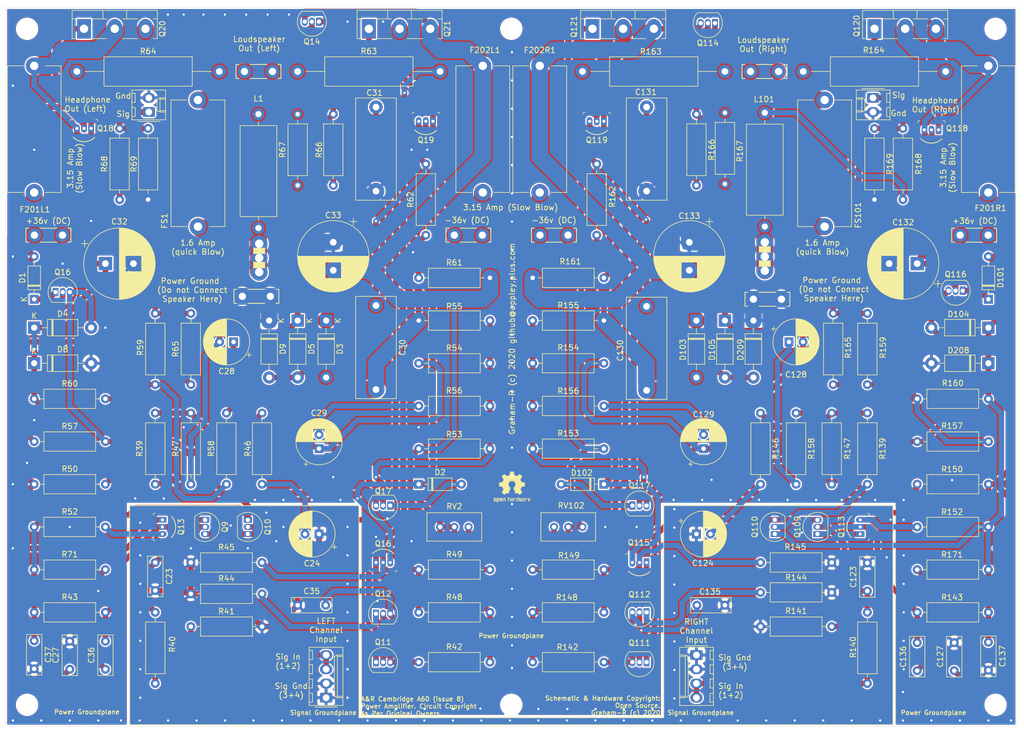
<source format=kicad_pcb>
(kicad_pcb (version 20171130) (host pcbnew 5.1.5-1.fc31)
  (layers (0 F.Cu signal) (31 B.Cu signal) (34 B.Paste user hide) (35 F.Paste user hide) (36 B.SilkS user) (37 F.SilkS user) (38 B.Mask user hide) (39 F.Mask user hide) (44 Edge.Cuts user))
  (net 0 "")
  (net 1 "Net-(C23-Pad1)")
  (net 2 "Net-(C24-Pad2)")
  (net 3 "Net-(C27-Pad1)")
  (net 4 "Net-(C28-Pad1)")
  (net 5 "Net-(C28-Pad2)")
  (net 6 "Net-(C29-Pad2)")
  (net 7 "Net-(C30-Pad1)")
  (net 8 "Net-(C30-Pad2)")
  (net 9 "Net-(C31-Pad1)")
  (net 10 "Net-(C36-Pad2)")
  (net 11 "Net-(C36-Pad1)")
  (net 12 "Net-(D1-Pad1)")
  (net 13 "Net-(D2-Pad1)")
  (net 14 "Net-(D2-Pad2)")
  (net 15 "Net-(J2-Pad1)")
  (net 16 "Net-(Q10-Pad3)")
  (net 17 "Net-(Q10-Pad2)")
  (net 18 "Net-(Q11-Pad2)")
  (net 19 "Net-(Q11-Pad3)")
  (net 20 "Net-(Q14-Pad2)")
  (net 21 "Net-(Q14-Pad1)")
  (net 22 "Net-(Q16-Pad2)")
  (net 23 "Net-(Q17-Pad2)")
  (net 24 "Net-(Q18-Pad1)")
  (net 25 "Net-(Q20-Pad3)")
  (net 26 "Net-(R39-Pad1)")
  (net 27 "Net-(R49-Pad2)")
  (net 28 "Net-(Q19-Pad1)")
  (net 29 GNDS)
  (net 30 GNDPWR)
  (net 31 "Net-(C32-Pad1)")
  (net 32 "Net-(FS1-Pad2)")
  (net 33 "Net-(Q13-Pad3)")
  (net 34 "Net-(L1-Pad2)")
  (net 35 "Net-(J1-Pad3)")
  (net 36 "Net-(D101-Pad1)")
  (net 37 "Net-(D102-Pad1)")
  (net 38 "Net-(FS101-Pad2)")
  (net 39 "Net-(J101-Pad3)")
  (net 40 "Net-(L101-Pad2)")
  (net 41 "Net-(C123-Pad1)")
  (net 42 "Net-(C124-Pad2)")
  (net 43 "Net-(C127-Pad1)")
  (net 44 "Net-(C128-Pad1)")
  (net 45 "Net-(C128-Pad2)")
  (net 46 "Net-(C129-Pad2)")
  (net 47 "Net-(C130-Pad1)")
  (net 48 "Net-(C130-Pad2)")
  (net 49 "Net-(C131-Pad1)")
  (net 50 "Net-(C132-Pad1)")
  (net 51 "Net-(C133-Pad2)")
  (net 52 "Net-(C136-Pad2)")
  (net 53 "Net-(C136-Pad1)")
  (net 54 "Net-(D102-Pad2)")
  (net 55 "Net-(Q109-Pad3)")
  (net 56 "Net-(Q110-Pad2)")
  (net 57 "Net-(Q111-Pad3)")
  (net 58 "Net-(Q111-Pad2)")
  (net 59 "Net-(Q113-Pad3)")
  (net 60 "Net-(Q114-Pad2)")
  (net 61 "Net-(Q114-Pad1)")
  (net 62 "Net-(Q116-Pad2)")
  (net 63 "Net-(Q117-Pad2)")
  (net 64 "Net-(Q118-Pad1)")
  (net 65 "Net-(Q119-Pad1)")
  (net 66 "Net-(Q120-Pad3)")
  (net 67 "Net-(R139-Pad1)")
  (net 68 "Net-(R149-Pad2)")
  (net 69 "Net-(C33-Pad2)")
  (net 70 "Net-(F201L1-Pad1)")
  (net 71 "Net-(F201R1-Pad1)")
  (net 72 "Net-(F202L1-Pad1)")
  (net 73 "Net-(F202R1-Pad1)")
  (net 74 "Net-(J3-Pad1)")
  (module digikey-footprints:TO-92-3 (layer F.Cu) (at 175.26 120.65 180)
    (fp_text reference Q115 (at 1.397 3.556) (layer F.SilkS))
    (fp_text value ZTX653)
    (pad 2 thru_hole oval (at 1.27 0) (size 1 1.5) (drill 0.55) (layers *.Cu *.Mask) (net 61 "Net-(Q114-Pad1)"))
    (pad 3 thru_hole oval (at 2.54 0) (size 1 1.5) (drill 0.55) (layers *.Cu *.Mask) (net 37 "Net-(D102-Pad1)"))
    (pad 1 thru_hole rect (at 0 0) (size 1 1.5) (drill 0.55) (layers *.Cu *.Mask) (net 60 "Net-(Q114-Pad2)"))
  )
  (module Potentiometer_THT:Potentiometer_Bourns_3296W_Vertical (layer F.Cu) (at 158.75 114.3 180)
    (fp_text reference RV102 (at -3.048 3.81) (layer F.SilkS))
    (fp_text value 1k0)
    (pad 1 thru_hole circle (at 0 0 180) (size 1.44 1.44) (drill 0.8) (layers *.Cu *.Mask) (net 68 "Net-(R149-Pad2)"))
    (pad 2 thru_hole circle (at -2.54 0 180) (size 1.44 1.44) (drill 0.8) (layers *.Cu *.Mask) (net 51 "Net-(C133-Pad2)"))
    (pad 3 thru_hole circle (at -5.08 0 180) (size 1.44 1.44) (drill 0.8) (layers *.Cu *.Mask) (net 51 "Net-(C133-Pad2)"))
  )
  (module AA_GR_TrackPad:Pad3_Hole1.5mm_Pad3.0mm_Pitch_2.54mm (layer F.Cu) (at 106.172 63.754 270)
    (fp_text reference p1 hide)
    (fp_text value Pad3_Hole1.5mm_Pad3.0mm_Pitch2.54mm hide)
    (pad 1 thru_hole circle (at 5.08 0 270) (size 3 3) (drill 1.5) (layers *.Cu *.Mask) (net 32 "Net-(FS1-Pad2)"))
    (pad 1 thru_hole circle (at 2.54 0 270) (size 3 3) (drill 1.5) (layers *.Cu *.Mask) (net 32 "Net-(FS1-Pad2)"))
    (pad 1 thru_hole circle (at 0 0 270) (size 3 3) (drill 1.5) (layers *.Cu *.Mask) (net 32 "Net-(FS1-Pad2)"))
  )
  (module Symbol:OSHW-Logo2_7.3x6mm_SilkScreen (layer F.Cu) (at 151.257 107.188)
    (fp_text reference REF** hide)
    (fp_text value OSHW-Logo2_7.3x6mm_SilkScreen hide)
  )
  (module Fuse:Fuseholder_Cylinder-5x20mm_Stelvio-Kontek_PTF78_Horizontal_Open (layer F.Cu) (at 95.25 38.1 270)
    (fp_text reference FS1 (at 21.59 5.969 270) (layer F.SilkS))
    (fp_text value 1.6A)
    (pad 2 thru_hole circle (at 22.6 0 270) (size 3 3) (drill 1.5) (layers *.Cu *.Mask) (net 32 "Net-(FS1-Pad2)"))
    (pad 1 thru_hole circle (at 0 0 270) (size 3 3) (drill 1.5) (layers *.Cu *.Mask) (net 5 "Net-(C28-Pad2)"))
  )
  (module digikey-footprints:TO-92-3 (layer F.Cu) (at 137.16 41.91 180)
    (fp_text reference Q19 (at 1.27 -3.35) (layer F.SilkS))
    (fp_text value ZTX753)
    (pad 1 thru_hole rect (at 0 0) (size 1 1.5) (drill 0.55) (layers *.Cu *.Mask) (net 28 "Net-(Q19-Pad1)"))
    (pad 3 thru_hole oval (at 2.54 0) (size 1 1.5) (drill 0.55) (layers *.Cu *.Mask) (net 7 "Net-(C30-Pad1)"))
    (pad 2 thru_hole oval (at 1.27 0) (size 1 1.5) (drill 0.55) (layers *.Cu *.Mask) (net 13 "Net-(D2-Pad1)"))
  )
  (module digikey-footprints:TO-92-3 (layer F.Cu) (at 76.2 43.18 180)
    (fp_text reference Q18 (at -2.54 0) (layer F.SilkS))
    (fp_text value ZTX653)
    (pad 1 thru_hole rect (at 0 0) (size 1 1.5) (drill 0.55) (layers *.Cu *.Mask) (net 24 "Net-(Q18-Pad1)"))
    (pad 3 thru_hole oval (at 2.54 0) (size 1 1.5) (drill 0.55) (layers *.Cu *.Mask) (net 31 "Net-(C32-Pad1)"))
    (pad 2 thru_hole oval (at 1.27 0) (size 1 1.5) (drill 0.55) (layers *.Cu *.Mask) (net 3 "Net-(C27-Pad1)"))
  )
  (module Package_TO_SOT_THT:TO-92_Inline (layer F.Cu) (at 69.85 72.39)
    (fp_text reference Q16 (at 1.27 -3.56) (layer F.SilkS))
    (fp_text value BC547)
    (pad 2 thru_hole oval (at 1.27 0) (size 1.05 1.5) (drill 0.75) (layers *.Cu *.Mask) (net 22 "Net-(Q16-Pad2)"))
    (pad 3 thru_hole oval (at 2.54 0) (size 1.05 1.5) (drill 0.75) (layers *.Cu *.Mask) (net 5 "Net-(C28-Pad2)"))
    (pad 1 thru_hole rect (at 0 0) (size 1.05 1.5) (drill 0.75) (layers *.Cu *.Mask) (net 12 "Net-(D1-Pad1)"))
  )
  (module digikey-footprints:TO-92-3 (layer F.Cu) (at 88.9 113.03 270)
    (fp_text reference Q13 (at 1.27 -3.35 90) (layer F.SilkS))
    (fp_text value ZTX753)
    (pad 2 thru_hole oval (at 1.27 0 90) (size 1 1.5) (drill 0.55) (layers *.Cu *.Mask) (net 10 "Net-(C36-Pad2)"))
    (pad 3 thru_hole oval (at 2.54 0 90) (size 1 1.5) (drill 0.55) (layers *.Cu *.Mask) (net 33 "Net-(Q13-Pad3)"))
    (pad 1 thru_hole rect (at 0 0 90) (size 1 1.5) (drill 0.55) (layers *.Cu *.Mask) (net 3 "Net-(C27-Pad1)"))
  )
  (module digikey-footprints:TO-92-3 (layer F.Cu) (at 127 120.65)
    (fp_text reference Q15 (at 1.27 -3.35) (layer F.SilkS))
    (fp_text value ZTX653)
    (pad 1 thru_hole rect (at 0 0 180) (size 1 1.5) (drill 0.55) (layers *.Cu *.Mask) (net 20 "Net-(Q14-Pad2)"))
    (pad 3 thru_hole oval (at 2.54 0 180) (size 1 1.5) (drill 0.55) (layers *.Cu *.Mask) (net 13 "Net-(D2-Pad1)"))
    (pad 2 thru_hole oval (at 1.27 0 180) (size 1 1.5) (drill 0.55) (layers *.Cu *.Mask) (net 21 "Net-(Q14-Pad1)"))
  )
  (module MountingHole:MountingHole_3.5mm (layer F.Cu) (at 64.77 25.4 90)
    (fp_text reference H4 hide)
    (fp_text value MountingHole hide)
    (pad 1 np_thru_hole circle (at 0 0 90) (size 3.5 3.5) (drill 3.5) (layers *.Cu *.Mask))
  )
  (module MountingHole:MountingHole_3.5mm (layer F.Cu) (at 151.13 25.4 90)
    (fp_text reference H3 hide)
    (fp_text value MountingHole hide)
    (pad 1 np_thru_hole circle (at 0 0 90) (size 3.5 3.5) (drill 3.5) (layers *.Cu *.Mask))
  )
  (module MountingHole:MountingHole_3.5mm (layer F.Cu) (at 151.13 146.05 90)
    (fp_text reference H2 hide)
    (fp_text value MountingHole hide)
    (pad 1 np_thru_hole circle (at 0 0 90) (size 3.5 3.5) (drill 3.5) (layers *.Cu *.Mask))
  )
  (module MountingHole:MountingHole_3.5mm (layer F.Cu) (at 64.77 146.05 90)
    (fp_text reference H1 hide)
    (fp_text value MountingHole hide)
    (pad 1 np_thru_hole circle (at 0 0 90) (size 3.5 3.5) (drill 3.5) (layers *.Cu *.Mask))
  )
  (module Capacitor_THT:CP_Radial_D8.0mm_P2.50mm (layer F.Cu) (at 116.84 115.57 180)
    (fp_text reference C24 (at 1.25 -5.25) (layer F.SilkS))
    (fp_text value "47uF 10v")
    (pad 2 thru_hole circle (at 2.5 0 180) (size 1.6 1.6) (drill 0.8) (layers *.Cu *.Mask) (net 2 "Net-(C24-Pad2)"))
    (pad 1 thru_hole rect (at 0 0 180) (size 1.6 1.6) (drill 0.8) (layers *.Cu *.Mask) (net 29 GNDS))
  )
  (module Capacitor_THT:CP_Radial_D8.0mm_P2.50mm (layer F.Cu) (at 101.6 81.28 180)
    (fp_text reference C28 (at 1.25 -5.25) (layer F.SilkS))
    (fp_text value 47uF/10v)
    (pad 1 thru_hole rect (at 0 0 180) (size 1.6 1.6) (drill 0.8) (layers *.Cu *.Mask) (net 4 "Net-(C28-Pad1)"))
    (pad 2 thru_hole circle (at 2.5 0 180) (size 1.6 1.6) (drill 0.8) (layers *.Cu *.Mask) (net 5 "Net-(C28-Pad2)"))
  )
  (module Capacitor_THT:CP_Radial_D8.0mm_P2.50mm (layer F.Cu) (at 116.84 100.33 90)
    (fp_text reference C29 (at 6.35 0 180) (layer F.SilkS))
    (fp_text value 47uF/10v)
    (pad 1 thru_hole rect (at 0 0 90) (size 1.6 1.6) (drill 0.8) (layers *.Cu *.Mask) (net 5 "Net-(C28-Pad2)"))
    (pad 2 thru_hole circle (at 2.5 0 90) (size 1.6 1.6) (drill 0.8) (layers *.Cu *.Mask) (net 6 "Net-(C29-Pad2)"))
  )
  (module Capacitor_THT:C_Rect_L18.0mm_W7.0mm_P15.00mm_FKS3_FKP3 (layer F.Cu) (at 127 74.7776 270)
    (fp_text reference C30 (at 7.5 -4.75 90) (layer F.SilkS))
    (fp_text value 100n)
    (pad 1 thru_hole circle (at 0 0 270) (size 2.4 2.4) (drill 1.2) (layers *.Cu *.Mask) (net 7 "Net-(C30-Pad1)"))
    (pad 2 thru_hole circle (at 15 0 270) (size 2.4 2.4) (drill 1.2) (layers *.Cu *.Mask) (net 8 "Net-(C30-Pad2)"))
  )
  (module Capacitor_THT:C_Rect_L18.0mm_W7.0mm_P15.00mm_FKS3_FKP3 (layer F.Cu) (at 127 39.37 270)
    (fp_text reference C31 (at -2.54 0.254 180) (layer F.SilkS))
    (fp_text value 100n)
    (pad 2 thru_hole circle (at 15 0 270) (size 2.4 2.4) (drill 1.2) (layers *.Cu *.Mask) (net 30 GNDPWR))
    (pad 1 thru_hole circle (at 0 0 270) (size 2.4 2.4) (drill 1.2) (layers *.Cu *.Mask) (net 9 "Net-(C31-Pad1)"))
  )
  (module Capacitor_THT:CP_Radial_D12.5mm_P5.00mm (layer F.Cu) (at 78.74 67.31)
    (fp_text reference C32 (at 2.5 -7.5) (layer F.SilkS))
    (fp_text value 22uF/63v)
    (pad 2 thru_hole circle (at 5 0) (size 2.4 2.4) (drill 1.2) (layers *.Cu *.Mask) (net 30 GNDPWR))
    (pad 1 thru_hole rect (at 0 0) (size 2.4 2.4) (drill 1.2) (layers *.Cu *.Mask) (net 31 "Net-(C32-Pad1)"))
  )
  (module Capacitor_THT:CP_Radial_D12.5mm_P5.00mm (layer F.Cu) (at 119.38 63.5 270)
    (fp_text reference C33 (at -4.826 0 180) (layer F.SilkS))
    (fp_text value 22uF/63v)
    (pad 1 thru_hole rect (at 0 0 270) (size 2.4 2.4) (drill 1.2) (layers *.Cu *.Mask) (net 30 GNDPWR))
    (pad 2 thru_hole circle (at 5 0 270) (size 2.4 2.4) (drill 1.2) (layers *.Cu *.Mask) (net 69 "Net-(C33-Pad2)"))
  )
  (module Diode_THT:D_DO-35_SOD27_P7.62mm_Horizontal (layer F.Cu) (at 66.04 73.66 90)
    (fp_text reference D1 (at 3.81 -2.12 90) (layer F.SilkS))
    (fp_text value 1N4148)
    (fp_text user K (at 0 -1.8 90) (layer F.SilkS))
    (pad 2 thru_hole oval (at 7.62 0 90) (size 1.6 1.6) (drill 0.8) (layers *.Cu *.Mask) (net 3 "Net-(C27-Pad1)"))
    (pad 1 thru_hole rect (at 0 0 90) (size 1.6 1.6) (drill 0.8) (layers *.Cu *.Mask) (net 12 "Net-(D1-Pad1)"))
  )
  (module Diode_THT:D_DO-35_SOD27_P7.62mm_Horizontal (layer F.Cu) (at 134.62 106.68)
    (fp_text reference D2 (at 3.81 -2.12) (layer F.SilkS))
    (fp_text value 1N4148)
    (pad 1 thru_hole rect (at 0 0) (size 1.6 1.6) (drill 0.8) (layers *.Cu *.Mask) (net 13 "Net-(D2-Pad1)"))
    (pad 2 thru_hole oval (at 7.62 0) (size 1.6 1.6) (drill 0.8) (layers *.Cu *.Mask) (net 14 "Net-(D2-Pad2)"))
  )
  (module Diode_THT:D_DO-41_SOD81_P10.16mm_Horizontal (layer F.Cu) (at 118.11 77.47 270)
    (fp_text reference D3 (at 5.08 -2.47 90) (layer F.SilkS))
    (fp_text value 1N4002)
    (fp_text user K (at 0 -2.1 90) (layer F.SilkS))
    (pad 1 thru_hole rect (at 0 0 270) (size 2.2 2.2) (drill 1.1) (layers *.Cu *.Mask) (net 7 "Net-(C30-Pad1)"))
    (pad 2 thru_hole oval (at 10.16 0 270) (size 2.2 2.2) (drill 1.1) (layers *.Cu *.Mask) (net 8 "Net-(C30-Pad2)"))
  )
  (module Diode_THT:D_DO-41_SOD81_P10.16mm_Horizontal (layer F.Cu) (at 66.04 78.74)
    (fp_text reference D4 (at 5.08 -2.47) (layer F.SilkS))
    (fp_text value 1N4002)
    (fp_text user K (at 0 -2.1) (layer F.SilkS))
    (pad 1 thru_hole rect (at 0 0) (size 2.2 2.2) (drill 1.1) (layers *.Cu *.Mask) (net 31 "Net-(C32-Pad1)"))
    (pad 2 thru_hole oval (at 10.16 0) (size 2.2 2.2) (drill 1.1) (layers *.Cu *.Mask) (net 5 "Net-(C28-Pad2)"))
  )
  (module Diode_THT:D_DO-41_SOD81_P10.16mm_Horizontal (layer F.Cu) (at 113.03 77.47 270)
    (fp_text reference D5 (at 5.08 -2.47 90) (layer F.SilkS))
    (fp_text value 1N4002)
    (fp_text user K (at 0 -2.1 90) (layer F.SilkS))
    (pad 2 thru_hole oval (at 10.16 0 270) (size 2.2 2.2) (drill 1.1) (layers *.Cu *.Mask) (net 69 "Net-(C33-Pad2)"))
    (pad 1 thru_hole rect (at 0 0 270) (size 2.2 2.2) (drill 1.1) (layers *.Cu *.Mask) (net 5 "Net-(C28-Pad2)"))
  )
  (module Diode_THT:D_DO-41_SOD81_P10.16mm_Horizontal (layer F.Cu) (at 66.04 85.09)
    (fp_text reference D8 (at 5.08 -2.47) (layer F.SilkS))
    (fp_text value 1N4002)
    (fp_text user K (at 0 -2.1) (layer F.SilkS))
    (pad 2 thru_hole oval (at 10.16 0) (size 2.2 2.2) (drill 1.1) (layers *.Cu *.Mask) (net 30 GNDPWR))
    (pad 1 thru_hole rect (at 0 0) (size 2.2 2.2) (drill 1.1) (layers *.Cu *.Mask) (net 31 "Net-(C32-Pad1)"))
  )
  (module Diode_THT:D_DO-41_SOD81_P10.16mm_Horizontal (layer F.Cu) (at 107.95 77.47 270)
    (fp_text reference D9 (at 5.08 -2.47 90) (layer F.SilkS))
    (fp_text value 1N4002)
    (fp_text user K (at 0 -2.1 90) (layer F.SilkS))
    (pad 1 thru_hole rect (at 0 0 270) (size 2.2 2.2) (drill 1.1) (layers *.Cu *.Mask) (net 30 GNDPWR))
    (pad 2 thru_hole oval (at 10.16 0 270) (size 2.2 2.2) (drill 1.1) (layers *.Cu *.Mask) (net 69 "Net-(C33-Pad2)"))
  )
  (module Inductor_THT:L_Axial_L16.0mm_D6.3mm_P20.32mm_Horizontal_Fastron_VHBCC (layer F.Cu) (at 106.045 60.96 90)
    (fp_text reference L1 (at 23.114 0 180) (layer F.SilkS))
    (fp_text value 2u2L)
    (pad 1 thru_hole circle (at 0 0 90) (size 2.2 2.2) (drill 1.1) (layers *.Cu *.Mask) (net 32 "Net-(FS1-Pad2)"))
    (pad 2 thru_hole oval (at 20.32 0 90) (size 2.2 2.2) (drill 1.1) (layers *.Cu *.Mask) (net 34 "Net-(L1-Pad2)"))
  )
  (module Package_TO_SOT_THT:TO-218-3_Vertical (layer F.Cu) (at 125.73 25.4)
    (fp_text reference Q21 (at 13.97 0 -90) (layer F.SilkS))
    (fp_text value TIP3055)
    (pad 3 thru_hole oval (at 10.95 0) (size 2.5 3.5) (drill 1.5) (layers *.Cu *.Mask) (net 69 "Net-(C33-Pad2)"))
    (pad 2 thru_hole oval (at 5.475 0) (size 2.5 3.5) (drill 1.5) (layers *.Cu *.Mask) (net 8 "Net-(C30-Pad2)"))
    (pad 1 thru_hole rect (at 0 0) (size 2.5 3.5) (drill 1.5) (layers *.Cu *.Mask) (net 28 "Net-(Q19-Pad1)"))
  )
  (module Package_TO_SOT_THT:TO-92_Inline (layer F.Cu) (at 96.52 113.03 270)
    (fp_text reference Q9 (at 1.27 -3.56 90) (layer F.SilkS))
    (fp_text value BC547)
    (pad 1 thru_hole rect (at 0 0 270) (size 1.05 1.5) (drill 0.75) (layers *.Cu *.Mask) (net 10 "Net-(C36-Pad2)"))
    (pad 3 thru_hole oval (at 2.54 0 270) (size 1.05 1.5) (drill 0.75) (layers *.Cu *.Mask) (net 16 "Net-(Q10-Pad3)"))
    (pad 2 thru_hole oval (at 1.27 0 270) (size 1.05 1.5) (drill 0.75) (layers *.Cu *.Mask) (net 1 "Net-(C23-Pad1)"))
  )
  (module Package_TO_SOT_THT:TO-92_Inline (layer F.Cu) (at 104.14 113.03 270)
    (fp_text reference Q10 (at 1.27 -3.56 90) (layer F.SilkS))
    (fp_text value BC547)
    (pad 1 thru_hole rect (at 0 0 270) (size 1.05 1.5) (drill 0.75) (layers *.Cu *.Mask) (net 31 "Net-(C32-Pad1)"))
    (pad 3 thru_hole oval (at 2.54 0 270) (size 1.05 1.5) (drill 0.75) (layers *.Cu *.Mask) (net 16 "Net-(Q10-Pad3)"))
    (pad 2 thru_hole oval (at 1.27 0 270) (size 1.05 1.5) (drill 0.75) (layers *.Cu *.Mask) (net 17 "Net-(Q10-Pad2)"))
  )
  (module Package_TO_SOT_THT:TO-92_Inline (layer F.Cu) (at 127 138.43)
    (fp_text reference Q11 (at 1.27 -3.56) (layer F.SilkS))
    (fp_text value BC547)
    (pad 2 thru_hole oval (at 1.27 0) (size 1.05 1.5) (drill 0.75) (layers *.Cu *.Mask) (net 18 "Net-(Q11-Pad2)"))
    (pad 3 thru_hole oval (at 2.54 0) (size 1.05 1.5) (drill 0.75) (layers *.Cu *.Mask) (net 19 "Net-(Q11-Pad3)"))
    (pad 1 thru_hole rect (at 0 0) (size 1.05 1.5) (drill 0.75) (layers *.Cu *.Mask) (net 16 "Net-(Q10-Pad3)"))
  )
  (module Package_TO_SOT_THT:TO-92_Inline (layer F.Cu) (at 127 129.794)
    (fp_text reference Q12 (at 1.27 -3.56) (layer F.SilkS))
    (fp_text value BC547)
    (pad 1 thru_hole rect (at 0 0) (size 1.05 1.5) (drill 0.75) (layers *.Cu *.Mask) (net 18 "Net-(Q11-Pad2)"))
    (pad 3 thru_hole oval (at 2.54 0) (size 1.05 1.5) (drill 0.75) (layers *.Cu *.Mask) (net 69 "Net-(C33-Pad2)"))
    (pad 2 thru_hole oval (at 1.27 0) (size 1.05 1.5) (drill 0.75) (layers *.Cu *.Mask) (net 19 "Net-(Q11-Pad3)"))
  )
  (module Package_TO_SOT_THT:TO-92_Inline (layer F.Cu) (at 116.84 24.13 180)
    (fp_text reference Q14 (at 1.27 -3.56) (layer F.SilkS))
    (fp_text value BC547)
    (pad 2 thru_hole oval (at 1.27 0 180) (size 1.05 1.5) (drill 0.75) (layers *.Cu *.Mask) (net 20 "Net-(Q14-Pad2)"))
    (pad 3 thru_hole oval (at 2.54 0 180) (size 1.05 1.5) (drill 0.75) (layers *.Cu *.Mask) (net 69 "Net-(C33-Pad2)"))
    (pad 1 thru_hole rect (at 0 0 180) (size 1.05 1.5) (drill 0.75) (layers *.Cu *.Mask) (net 21 "Net-(Q14-Pad1)"))
  )
  (module Package_TO_SOT_THT:TO-92_Inline (layer F.Cu) (at 129.54 110.49 180)
    (fp_text reference Q17 (at 1.27 2.54) (layer F.SilkS))
    (fp_text value BC557)
    (pad 2 thru_hole oval (at 1.27 0 180) (size 1.05 1.5) (drill 0.75) (layers *.Cu *.Mask) (net 23 "Net-(Q17-Pad2)"))
    (pad 3 thru_hole oval (at 2.54 0 180) (size 1.05 1.5) (drill 0.75) (layers *.Cu *.Mask) (net 5 "Net-(C28-Pad2)"))
    (pad 1 thru_hole rect (at 0 0 180) (size 1.05 1.5) (drill 0.75) (layers *.Cu *.Mask) (net 14 "Net-(D2-Pad2)"))
  )
  (module Package_TO_SOT_THT:TO-218-3_Vertical (layer F.Cu) (at 74.93 25.4)
    (fp_text reference Q20 (at 13.97 0 -90) (layer F.SilkS))
    (fp_text value TIP3055)
    (pad 1 thru_hole rect (at 0 0) (size 2.5 3.5) (drill 1.5) (layers *.Cu *.Mask) (net 24 "Net-(Q18-Pad1)"))
    (pad 2 thru_hole oval (at 5.475 0) (size 2.5 3.5) (drill 1.5) (layers *.Cu *.Mask) (net 31 "Net-(C32-Pad1)"))
    (pad 3 thru_hole oval (at 10.95 0) (size 2.5 3.5) (drill 1.5) (layers *.Cu *.Mask) (net 25 "Net-(Q20-Pad3)"))
  )
  (module Resistor_THT:R_Axial_DIN0309_L9.0mm_D3.2mm_P12.70mm_Horizontal (layer F.Cu) (at 87.63 93.98 270)
    (fp_text reference R39 (at 6.35 2.794 90) (layer F.SilkS))
    (fp_text value 2K7)
    (pad 2 thru_hole oval (at 12.7 0 270) (size 1.6 1.6) (drill 0.8) (layers *.Cu *.Mask) (net 17 "Net-(Q10-Pad2)"))
    (pad 1 thru_hole circle (at 0 0 270) (size 1.6 1.6) (drill 0.8) (layers *.Cu *.Mask) (net 26 "Net-(R39-Pad1)"))
  )
  (module Resistor_THT:R_Axial_DIN0309_L9.0mm_D3.2mm_P12.70mm_Horizontal (layer F.Cu) (at 87.63 129.54 270)
    (fp_text reference R40 (at 5.715 -3.048 90) (layer F.SilkS))
    (fp_text value 2K7)
    (pad 2 thru_hole oval (at 12.7 0 270) (size 1.6 1.6) (drill 0.8) (layers *.Cu *.Mask) (net 35 "Net-(J1-Pad3)"))
    (pad 1 thru_hole circle (at 0 0 270) (size 1.6 1.6) (drill 0.8) (layers *.Cu *.Mask) (net 1 "Net-(C23-Pad1)"))
  )
  (module Resistor_THT:R_Axial_DIN0309_L9.0mm_D3.2mm_P12.70mm_Horizontal (layer F.Cu) (at 93.98 132.08)
    (fp_text reference R41 (at 6.35 -2.72) (layer F.SilkS))
    (fp_text value 15K)
    (pad 1 thru_hole circle (at 0 0) (size 1.6 1.6) (drill 0.8) (layers *.Cu *.Mask) (net 35 "Net-(J1-Pad3)"))
    (pad 2 thru_hole oval (at 12.7 0) (size 1.6 1.6) (drill 0.8) (layers *.Cu *.Mask) (net 29 GNDS))
  )
  (module Resistor_THT:R_Axial_DIN0309_L9.0mm_D3.2mm_P12.70mm_Horizontal (layer F.Cu) (at 134.62 138.43)
    (fp_text reference R42 (at 6.35 -2.72) (layer F.SilkS))
    (fp_text value 470R)
    (pad 1 thru_hole circle (at 0 0) (size 1.6 1.6) (drill 0.8) (layers *.Cu *.Mask) (net 19 "Net-(Q11-Pad3)"))
    (pad 2 thru_hole oval (at 12.7 0) (size 1.6 1.6) (drill 0.8) (layers *.Cu *.Mask) (net 69 "Net-(C33-Pad2)"))
  )
  (module Resistor_THT:R_Axial_DIN0309_L9.0mm_D3.2mm_P12.70mm_Horizontal (layer F.Cu) (at 66.04 129.54)
    (fp_text reference R43 (at 6.35 -2.72) (layer F.SilkS))
    (fp_text value 2K7)
    (pad 1 thru_hole circle (at 0 0) (size 1.6 1.6) (drill 0.8) (layers *.Cu *.Mask) (net 31 "Net-(C32-Pad1)"))
    (pad 2 thru_hole oval (at 12.7 0) (size 1.6 1.6) (drill 0.8) (layers *.Cu *.Mask) (net 10 "Net-(C36-Pad2)"))
  )
  (module Resistor_THT:R_Axial_DIN0309_L9.0mm_D3.2mm_P12.70mm_Horizontal (layer F.Cu) (at 93.98 126.238)
    (fp_text reference R44 (at 6.35 -2.72) (layer F.SilkS))
    (fp_text value 56K)
    (pad 2 thru_hole oval (at 12.7 0) (size 1.6 1.6) (drill 0.8) (layers *.Cu *.Mask) (net 18 "Net-(Q11-Pad2)"))
    (pad 1 thru_hole circle (at 0 0) (size 1.6 1.6) (drill 0.8) (layers *.Cu *.Mask) (net 29 GNDS))
  )
  (module Resistor_THT:R_Axial_DIN0309_L9.0mm_D3.2mm_P12.70mm_Horizontal (layer F.Cu) (at 93.98 120.65)
    (fp_text reference R45 (at 6.35 -2.72) (layer F.SilkS))
    (fp_text value 10K)
    (pad 1 thru_hole circle (at 0 0) (size 1.6 1.6) (drill 0.8) (layers *.Cu *.Mask) (net 29 GNDS))
    (pad 2 thru_hole oval (at 12.7 0) (size 1.6 1.6) (drill 0.8) (layers *.Cu *.Mask) (net 21 "Net-(Q14-Pad1)"))
  )
  (module Resistor_THT:R_Axial_DIN0309_L9.0mm_D3.2mm_P12.70mm_Horizontal (layer F.Cu) (at 106.68 93.98 270)
    (fp_text reference R46 (at 6.35 2.54 90) (layer F.SilkS))
    (fp_text value 470R)
    (pad 2 thru_hole oval (at 12.7 0 270) (size 1.6 1.6) (drill 0.8) (layers *.Cu *.Mask) (net 2 "Net-(C24-Pad2)"))
    (pad 1 thru_hole circle (at 0 0 270) (size 1.6 1.6) (drill 0.8) (layers *.Cu *.Mask) (net 26 "Net-(R39-Pad1)"))
  )
  (module Resistor_THT:R_Axial_DIN0309_L9.0mm_D3.2mm_P12.70mm_Horizontal (layer F.Cu) (at 93.98 106.68 90)
    (fp_text reference R47 (at 6.35 -2.72 90) (layer F.SilkS))
    (fp_text value 15K)
    (pad 1 thru_hole circle (at 0 0 90) (size 1.6 1.6) (drill 0.8) (layers *.Cu *.Mask) (net 5 "Net-(C28-Pad2)"))
    (pad 2 thru_hole oval (at 12.7 0 90) (size 1.6 1.6) (drill 0.8) (layers *.Cu *.Mask) (net 26 "Net-(R39-Pad1)"))
  )
  (module Resistor_THT:R_Axial_DIN0309_L9.0mm_D3.2mm_P12.70mm_Horizontal (layer F.Cu) (at 134.62 129.54)
    (fp_text reference R48 (at 6.35 -2.72) (layer F.SilkS))
    (fp_text value 82R)
    (pad 2 thru_hole oval (at 12.7 0) (size 1.6 1.6) (drill 0.8) (layers *.Cu *.Mask) (net 69 "Net-(C33-Pad2)"))
    (pad 1 thru_hole circle (at 0 0) (size 1.6 1.6) (drill 0.8) (layers *.Cu *.Mask) (net 20 "Net-(Q14-Pad2)"))
  )
  (module Resistor_THT:R_Axial_DIN0309_L9.0mm_D3.2mm_P12.70mm_Horizontal (layer F.Cu) (at 134.62 121.92)
    (fp_text reference R49 (at 6.35 -2.72) (layer F.SilkS))
    (fp_text value 120R)
    (pad 1 thru_hole circle (at 0 0) (size 1.6 1.6) (drill 0.8) (layers *.Cu *.Mask) (net 20 "Net-(Q14-Pad2)"))
    (pad 2 thru_hole oval (at 12.7 0) (size 1.6 1.6) (drill 0.8) (layers *.Cu *.Mask) (net 27 "Net-(R49-Pad2)"))
  )
  (module Resistor_THT:R_Axial_DIN0309_L9.0mm_D3.2mm_P12.70mm_Horizontal (layer F.Cu) (at 66.04 106.68)
    (fp_text reference R50 (at 6.35 -2.72) (layer F.SilkS))
    (fp_text value 220R)
    (pad 2 thru_hole oval (at 12.7 0) (size 1.6 1.6) (drill 0.8) (layers *.Cu *.Mask) (net 13 "Net-(D2-Pad1)"))
    (pad 1 thru_hole circle (at 0 0) (size 1.6 1.6) (drill 0.8) (layers *.Cu *.Mask) (net 3 "Net-(C27-Pad1)"))
  )
  (module Resistor_THT:R_Axial_DIN0309_L9.0mm_D3.2mm_P12.70mm_Horizontal (layer F.Cu) (at 66.04 114.3)
    (fp_text reference R52 (at 6.35 -2.72) (layer F.SilkS))
    (fp_text value 100R)
    (pad 2 thru_hole oval (at 12.7 0) (size 1.6 1.6) (drill 0.8) (layers *.Cu *.Mask) (net 33 "Net-(Q13-Pad3)"))
    (pad 1 thru_hole circle (at 0 0) (size 1.6 1.6) (drill 0.8) (layers *.Cu *.Mask) (net 31 "Net-(C32-Pad1)"))
  )
  (module Resistor_THT:R_Axial_DIN0309_L9.0mm_D3.2mm_P12.70mm_Horizontal (layer F.Cu) (at 134.62 85.09)
    (fp_text reference R54 (at 6.35 -2.72) (layer F.SilkS))
    (fp_text value 120R)
    (pad 1 thru_hole circle (at 0 0) (size 1.6 1.6) (drill 0.8) (layers *.Cu *.Mask) (net 5 "Net-(C28-Pad2)"))
    (pad 2 thru_hole oval (at 12.7 0) (size 1.6 1.6) (drill 0.8) (layers *.Cu *.Mask) (net 23 "Net-(Q17-Pad2)"))
  )
  (module Resistor_THT:R_Axial_DIN0309_L9.0mm_D3.2mm_P12.70mm_Horizontal (layer F.Cu) (at 147.32 77.47 180)
    (fp_text reference R55 (at 6.35 2.54) (layer F.SilkS))
    (fp_text value 120R)
    (pad 1 thru_hole circle (at 0 0 180) (size 1.6 1.6) (drill 0.8) (layers *.Cu *.Mask) (net 23 "Net-(Q17-Pad2)"))
    (pad 2 thru_hole oval (at 12.7 0 180) (size 1.6 1.6) (drill 0.8) (layers *.Cu *.Mask) (net 8 "Net-(C30-Pad2)"))
  )
  (module Resistor_THT:R_Axial_DIN0309_L9.0mm_D3.2mm_P12.70mm_Horizontal (layer F.Cu) (at 134.62 92.71)
    (fp_text reference R56 (at 6.35 -2.72) (layer F.SilkS))
    (fp_text value 82R)
    (pad 2 thru_hole oval (at 12.7 0) (size 1.6 1.6) (drill 0.8) (layers *.Cu *.Mask) (net 23 "Net-(Q17-Pad2)"))
    (pad 1 thru_hole circle (at 0 0) (size 1.6 1.6) (drill 0.8) (layers *.Cu *.Mask) (net 6 "Net-(C29-Pad2)"))
  )
  (module Resistor_THT:R_Axial_DIN0309_L9.0mm_D3.2mm_P12.70mm_Horizontal (layer F.Cu) (at 66.04 99.06)
    (fp_text reference R57 (at 6.35 -2.72) (layer F.SilkS))
    (fp_text value 120R)
    (pad 1 thru_hole circle (at 0 0) (size 1.6 1.6) (drill 0.8) (layers *.Cu *.Mask) (net 22 "Net-(Q16-Pad2)"))
    (pad 2 thru_hole oval (at 12.7 0) (size 1.6 1.6) (drill 0.8) (layers *.Cu *.Mask) (net 5 "Net-(C28-Pad2)"))
  )
  (module Resistor_THT:R_Axial_DIN0309_L9.0mm_D3.2mm_P12.70mm_Horizontal (layer F.Cu) (at 100.33 106.68 90)
    (fp_text reference R58 (at 6.35 -2.72 90) (layer F.SilkS))
    (fp_text value 82R)
    (pad 2 thru_hole oval (at 12.7 0 90) (size 1.6 1.6) (drill 0.8) (layers *.Cu *.Mask) (net 4 "Net-(C28-Pad1)"))
    (pad 1 thru_hole circle (at 0 0 90) (size 1.6 1.6) (drill 0.8) (layers *.Cu *.Mask) (net 22 "Net-(Q16-Pad2)"))
  )
  (module Resistor_THT:R_Axial_DIN0309_L9.0mm_D3.2mm_P12.70mm_Horizontal (layer F.Cu) (at 87.63 88.9 90)
    (fp_text reference R59 (at 6.604 -2.667 90) (layer F.SilkS))
    (fp_text value 120R)
    (pad 1 thru_hole circle (at 0 0 90) (size 1.6 1.6) (drill 0.8) (layers *.Cu *.Mask) (net 22 "Net-(Q16-Pad2)"))
    (pad 2 thru_hole oval (at 12.7 0 90) (size 1.6 1.6) (drill 0.8) (layers *.Cu *.Mask) (net 25 "Net-(Q20-Pad3)"))
  )
  (module Resistor_THT:R_Axial_DIN0309_L9.0mm_D3.2mm_P12.70mm_Horizontal (layer F.Cu) (at 134.62 69.85)
    (fp_text reference R61 (at 6.35 -2.72) (layer F.SilkS))
    (fp_text value 82R)
    (pad 1 thru_hole circle (at 0 0) (size 1.6 1.6) (drill 0.8) (layers *.Cu *.Mask) (net 28 "Net-(Q19-Pad1)"))
    (pad 2 thru_hole oval (at 12.7 0) (size 1.6 1.6) (drill 0.8) (layers *.Cu *.Mask) (net 69 "Net-(C33-Pad2)"))
  )
  (module Resistor_THT:R_Axial_DIN0309_L9.0mm_D3.2mm_P12.70mm_Horizontal (layer F.Cu) (at 135.89 62.23 90)
    (fp_text reference R62 (at 6.35 -2.72 90) (layer F.SilkS))
    (fp_text value 82R)
    (pad 2 thru_hole oval (at 12.7 0 90) (size 1.6 1.6) (drill 0.8) (layers *.Cu *.Mask) (net 7 "Net-(C30-Pad1)"))
    (pad 1 thru_hole circle (at 0 0 90) (size 1.6 1.6) (drill 0.8) (layers *.Cu *.Mask) (net 8 "Net-(C30-Pad2)"))
  )
  (module Resistor_THT:R_Axial_DIN0516_L15.5mm_D5.0mm_P25.40mm_Horizontal (layer F.Cu) (at 73.66 33.02)
    (fp_text reference R64 (at 12.7 -3.62) (layer F.SilkS))
    (fp_text value R22)
    (pad 2 thru_hole oval (at 25.4 0) (size 2.4 2.4) (drill 1.2) (layers *.Cu *.Mask) (net 5 "Net-(C28-Pad2)"))
    (pad 1 thru_hole circle (at 0 0) (size 2.4 2.4) (drill 1.2) (layers *.Cu *.Mask) (net 25 "Net-(Q20-Pad3)"))
  )
  (module Resistor_THT:R_Axial_DIN0309_L9.0mm_D3.2mm_P12.70mm_Horizontal (layer F.Cu) (at 93.98 88.9 90)
    (fp_text reference R65 (at 6.35 -2.72 90) (layer F.SilkS))
    (fp_text value 82R)
    (pad 1 thru_hole circle (at 0 0 90) (size 1.6 1.6) (drill 0.8) (layers *.Cu *.Mask) (net 24 "Net-(Q18-Pad1)"))
    (pad 2 thru_hole oval (at 12.7 0 90) (size 1.6 1.6) (drill 0.8) (layers *.Cu *.Mask) (net 25 "Net-(Q20-Pad3)"))
  )
  (module Resistor_THT:R_Axial_DIN0309_L9.0mm_D3.2mm_P12.70mm_Horizontal (layer F.Cu) (at 119.38 40.64 270)
    (fp_text reference R66 (at 6.35 2.54 90) (layer F.SilkS))
    (fp_text value 5R6)
    (pad 2 thru_hole oval (at 12.7 0 270) (size 1.6 1.6) (drill 0.8) (layers *.Cu *.Mask) (net 9 "Net-(C31-Pad1)"))
    (pad 1 thru_hole circle (at 0 0 270) (size 1.6 1.6) (drill 0.8) (layers *.Cu *.Mask) (net 5 "Net-(C28-Pad2)"))
  )
  (module Resistor_THT:R_Axial_DIN0309_L9.0mm_D3.2mm_P12.70mm_Horizontal (layer F.Cu) (at 113.03 53.34 90)
    (fp_text reference R67 (at 6.35 -2.72 90) (layer F.SilkS))
    (fp_text value 2R2)
    (pad 2 thru_hole oval (at 12.7 0 90) (size 1.6 1.6) (drill 0.8) (layers *.Cu *.Mask) (net 34 "Net-(L1-Pad2)"))
    (pad 1 thru_hole circle (at 0 0 90) (size 1.6 1.6) (drill 0.8) (layers *.Cu *.Mask) (net 32 "Net-(FS1-Pad2)"))
  )
  (module Resistor_THT:R_Axial_DIN0309_L9.0mm_D3.2mm_P12.70mm_Horizontal (layer F.Cu) (at 81.28 55.88 90)
    (fp_text reference R68 (at 6.35 -2.72 90) (layer F.SilkS))
    (fp_text value 330R)
    (pad 2 thru_hole oval (at 12.7 0 90) (size 1.6 1.6) (drill 0.8) (layers *.Cu *.Mask) (net 15 "Net-(J2-Pad1)"))
    (pad 1 thru_hole circle (at 0 0 90) (size 1.6 1.6) (drill 0.8) (layers *.Cu *.Mask) (net 34 "Net-(L1-Pad2)"))
  )
  (module Resistor_THT:R_Axial_DIN0309_L9.0mm_D3.2mm_P12.70mm_Horizontal (layer F.Cu) (at 86.36 43.18 270)
    (fp_text reference R69 (at 6.35 2.54 90) (layer F.SilkS))
    (fp_text value 220R)
    (pad 1 thru_hole circle (at 0 0 270) (size 1.6 1.6) (drill 0.8) (layers *.Cu *.Mask) (net 15 "Net-(J2-Pad1)"))
    (pad 2 thru_hole oval (at 12.7 0 270) (size 1.6 1.6) (drill 0.8) (layers *.Cu *.Mask) (net 30 GNDPWR))
  )
  (module Resistor_THT:R_Axial_DIN0309_L9.0mm_D3.2mm_P12.70mm_Horizontal (layer F.Cu) (at 66.04 121.92)
    (fp_text reference R71 (at 6.35 -2.72) (layer F.SilkS))
    (fp_text value 680R)
    (pad 1 thru_hole circle (at 0 0) (size 1.6 1.6) (drill 0.8) (layers *.Cu *.Mask) (net 31 "Net-(C32-Pad1)"))
    (pad 2 thru_hole oval (at 12.7 0) (size 1.6 1.6) (drill 0.8) (layers *.Cu *.Mask) (net 11 "Net-(C36-Pad1)"))
  )
  (module Potentiometer_THT:Potentiometer_Bourns_3296W_Vertical (layer F.Cu) (at 143.51 114.3)
    (fp_text reference RV2 (at -2.54 -3.66) (layer F.SilkS))
    (fp_text value 1k0)
    (pad 1 thru_hole circle (at 0 0) (size 1.44 1.44) (drill 0.8) (layers *.Cu *.Mask) (net 27 "Net-(R49-Pad2)"))
    (pad 2 thru_hole circle (at -2.54 0) (size 1.44 1.44) (drill 0.8) (layers *.Cu *.Mask) (net 69 "Net-(C33-Pad2)"))
    (pad 3 thru_hole circle (at -5.08 0) (size 1.44 1.44) (drill 0.8) (layers *.Cu *.Mask) (net 69 "Net-(C33-Pad2)"))
  )
  (module Resistor_THT:R_Axial_DIN0309_L9.0mm_D3.2mm_P12.70mm_Horizontal (layer F.Cu) (at 66.04 91.44)
    (fp_text reference R60 (at 6.35 -2.72) (layer F.SilkS))
    (fp_text value 6K8)
    (pad 1 thru_hole circle (at 0 0) (size 1.6 1.6) (drill 0.8) (layers *.Cu *.Mask) (net 31 "Net-(C32-Pad1)"))
    (pad 2 thru_hole oval (at 12.7 0) (size 1.6 1.6) (drill 0.8) (layers *.Cu *.Mask) (net 22 "Net-(Q16-Pad2)"))
  )
  (module Resistor_THT:R_Axial_DIN0309_L9.0mm_D3.2mm_P12.70mm_Horizontal (layer F.Cu) (at 147.32 100.33 180)
    (fp_text reference R53 (at 6.35 2.54) (layer F.SilkS))
    (fp_text value 6K8)
    (pad 1 thru_hole circle (at 0 0 180) (size 1.6 1.6) (drill 0.8) (layers *.Cu *.Mask) (net 23 "Net-(Q17-Pad2)"))
    (pad 2 thru_hole oval (at 12.7 0 180) (size 1.6 1.6) (drill 0.8) (layers *.Cu *.Mask) (net 69 "Net-(C33-Pad2)"))
  )
  (module Resistor_THT:R_Axial_DIN0516_L15.5mm_D5.0mm_P25.40mm_Horizontal (layer F.Cu) (at 113.03 33.02)
    (fp_text reference R63 (at 12.7 -3.62) (layer F.SilkS))
    (fp_text value R22)
    (pad 1 thru_hole circle (at 0 0) (size 2.4 2.4) (drill 1.2) (layers *.Cu *.Mask) (net 5 "Net-(C28-Pad2)"))
    (pad 2 thru_hole oval (at 25.4 0) (size 2.4 2.4) (drill 1.2) (layers *.Cu *.Mask) (net 8 "Net-(C30-Pad2)"))
  )
  (module AA_GR_KICAD-footprints:SPADE_TERMINAL_6.3MM (layer F.Cu) (at 106.045 33.02 180)
    (fp_text reference Spkr1 hide)
    (fp_text value Spade_6.3mm hide)
    (pad 1 thru_hole circle (at -2.5 0 180) (size 2.5 2.5) (drill 1.3) (layers *.Cu *.Mask) (net 34 "Net-(L1-Pad2)"))
    (pad 1 thru_hole circle (at 2.5 0 180) (size 2.5 2.5) (drill 1.3) (layers *.Cu *.Mask) (net 34 "Net-(L1-Pad2)"))
  )
  (module AA_GR_KICAD-footprints:SPADE_TERMINAL_6.3MM (layer F.Cu) (at 143.47 62.23 180)
    (fp_text reference SP-1L1 hide)
    (fp_text value Spade_6.3mm hide)
    (pad 1 thru_hole circle (at -2.5 0 180) (size 2.5 2.5) (drill 1.3) (layers *.Cu *.Mask) (net 72 "Net-(F202L1-Pad1)"))
    (pad 1 thru_hole circle (at 2.5 0 180) (size 2.5 2.5) (drill 1.3) (layers *.Cu *.Mask) (net 72 "Net-(F202L1-Pad1)"))
  )
  (module AA_GR_KICAD-footprints:SPADE_TERMINAL_6.3MM (layer F.Cu) (at 105.664 73.152)
    (fp_text reference SP_GndP1 hide)
    (fp_text value Spade_6.3mm hide)
    (pad 1 thru_hole circle (at 2.5 0) (size 2.5 2.5) (drill 1.3) (layers *.Cu *.Mask) (net 30 GNDPWR))
    (pad 1 thru_hole circle (at -2.5 0) (size 2.5 2.5) (drill 1.3) (layers *.Cu *.Mask) (net 30 GNDPWR))
  )
  (module Connector_Molex:Molex_KK-254_AE-6410-04A_1x04_P2.54mm_Vertical (layer F.Cu) (at 118.11 144.78 90)
    (fp_text reference J1 hide)
    (fp_text value Conn_01x04)
    (pad 1 thru_hole roundrect (at 0 0 90) (size 1.74 2.2) (drill 1.2) (layers *.Cu *.Mask) (roundrect_rratio 0.143678) (net 29 GNDS))
    (pad 2 thru_hole oval (at 2.54 0 90) (size 1.74 2.2) (drill 1.2) (layers *.Cu *.Mask) (net 29 GNDS))
    (pad 3 thru_hole oval (at 5.08 0 90) (size 1.74 2.2) (drill 1.2) (layers *.Cu *.Mask) (net 35 "Net-(J1-Pad3)"))
    (pad 4 thru_hole oval (at 7.62 0 90) (size 1.74 2.2) (drill 1.2) (layers *.Cu *.Mask) (net 35 "Net-(J1-Pad3)"))
  )
  (module MountingHole:MountingHole_3.5mm (layer F.Cu) (at 237.49 25.4)
    (fp_text reference H5 hide)
    (fp_text value MountingHole)
    (pad 1 np_thru_hole circle (at 0 0) (size 3.5 3.5) (drill 3.5) (layers *.Cu *.Mask))
  )
  (module MountingHole:MountingHole_3.5mm (layer F.Cu) (at 237.49 146.05)
    (fp_text reference H6 hide)
    (fp_text value MountingHole)
    (pad 1 np_thru_hole circle (at 0 0) (size 3.5 3.5) (drill 3.5) (layers *.Cu *.Mask))
  )
  (module Capacitor_THT:CP_Radial_D8.0mm_P2.50mm (layer F.Cu) (at 184.15 115.57)
    (fp_text reference C124 (at 1.143 5.207) (layer F.SilkS))
    (fp_text value "47uF 10v")
    (pad 1 thru_hole rect (at 0 0) (size 1.6 1.6) (drill 0.8) (layers *.Cu *.Mask) (net 29 GNDS))
    (pad 2 thru_hole circle (at 2.5 0) (size 1.6 1.6) (drill 0.8) (layers *.Cu *.Mask) (net 42 "Net-(C124-Pad2)"))
  )
  (module Capacitor_THT:CP_Radial_D8.0mm_P2.50mm (layer F.Cu) (at 200.66 81.28)
    (fp_text reference C128 (at 1.25 5.842) (layer F.SilkS))
    (fp_text value 47uF/10v)
    (pad 1 thru_hole rect (at 0 0) (size 1.6 1.6) (drill 0.8) (layers *.Cu *.Mask) (net 44 "Net-(C128-Pad1)"))
    (pad 2 thru_hole circle (at 2.5 0) (size 1.6 1.6) (drill 0.8) (layers *.Cu *.Mask) (net 45 "Net-(C128-Pad2)"))
  )
  (module Capacitor_THT:CP_Radial_D8.0mm_P2.50mm (layer F.Cu) (at 185.42 100.33 90)
    (fp_text reference C129 (at 6.096 0 180) (layer F.SilkS))
    (fp_text value 47uF/10v)
    (pad 2 thru_hole circle (at 2.5 0 90) (size 1.6 1.6) (drill 0.8) (layers *.Cu *.Mask) (net 46 "Net-(C129-Pad2)"))
    (pad 1 thru_hole rect (at 0 0 90) (size 1.6 1.6) (drill 0.8) (layers *.Cu *.Mask) (net 45 "Net-(C128-Pad2)"))
  )
  (module Capacitor_THT:C_Rect_L18.0mm_W7.0mm_P15.00mm_FKS3_FKP3 (layer F.Cu) (at 175.26 74.93 270)
    (fp_text reference C130 (at 7.874 4.699 90) (layer F.SilkS))
    (fp_text value 100n)
    (pad 1 thru_hole circle (at 0 0 270) (size 2.4 2.4) (drill 1.2) (layers *.Cu *.Mask) (net 47 "Net-(C130-Pad1)"))
    (pad 2 thru_hole circle (at 15 0 270) (size 2.4 2.4) (drill 1.2) (layers *.Cu *.Mask) (net 48 "Net-(C130-Pad2)"))
  )
  (module Capacitor_THT:C_Rect_L18.0mm_W7.0mm_P15.00mm_FKS3_FKP3 (layer F.Cu) (at 175.26 39.37 270)
    (fp_text reference C131 (at -2.667 0.127 180) (layer F.SilkS))
    (fp_text value 100n)
    (pad 2 thru_hole circle (at 15 0 270) (size 2.4 2.4) (drill 1.2) (layers *.Cu *.Mask) (net 30 GNDPWR))
    (pad 1 thru_hole circle (at 0 0 270) (size 2.4 2.4) (drill 1.2) (layers *.Cu *.Mask) (net 49 "Net-(C131-Pad1)"))
  )
  (module Capacitor_THT:CP_Radial_D12.5mm_P5.00mm (layer F.Cu) (at 223.52 67.31 180)
    (fp_text reference C132 (at 2.5 7.366) (layer F.SilkS))
    (fp_text value 22uF/63v)
    (pad 1 thru_hole rect (at 0 0 180) (size 2.4 2.4) (drill 1.2) (layers *.Cu *.Mask) (net 50 "Net-(C132-Pad1)"))
    (pad 2 thru_hole circle (at 5 0 180) (size 2.4 2.4) (drill 1.2) (layers *.Cu *.Mask) (net 30 GNDPWR))
  )
  (module Capacitor_THT:CP_Radial_D12.5mm_P5.00mm (layer F.Cu) (at 182.88 63.5 270)
    (fp_text reference C133 (at -4.699 0 180) (layer F.SilkS))
    (fp_text value 22uF/63v)
    (pad 2 thru_hole circle (at 5 0 270) (size 2.4 2.4) (drill 1.2) (layers *.Cu *.Mask) (net 51 "Net-(C133-Pad2)"))
    (pad 1 thru_hole rect (at 0 0 270) (size 2.4 2.4) (drill 1.2) (layers *.Cu *.Mask) (net 30 GNDPWR))
  )
  (module Diode_THT:D_DO-35_SOD27_P7.62mm_Horizontal (layer F.Cu) (at 236.22 73.66 90)
    (fp_text reference D101 (at 3.937 2.159 90) (layer F.SilkS))
    (fp_text value 1N4148)
    (pad 2 thru_hole oval (at 7.62 0 90) (size 1.6 1.6) (drill 0.8) (layers *.Cu *.Mask) (net 43 "Net-(C127-Pad1)"))
    (pad 1 thru_hole rect (at 0 0 90) (size 1.6 1.6) (drill 0.8) (layers *.Cu *.Mask) (net 36 "Net-(D101-Pad1)"))
  )
  (module Diode_THT:D_DO-35_SOD27_P7.62mm_Horizontal (layer F.Cu) (at 167.64 106.68 180)
    (fp_text reference D102 (at 3.937 2.032) (layer F.SilkS))
    (fp_text value 1N4148)
    (pad 1 thru_hole rect (at 0 0 180) (size 1.6 1.6) (drill 0.8) (layers *.Cu *.Mask) (net 37 "Net-(D102-Pad1)"))
    (pad 2 thru_hole oval (at 7.62 0 180) (size 1.6 1.6) (drill 0.8) (layers *.Cu *.Mask) (net 54 "Net-(D102-Pad2)"))
  )
  (module Diode_THT:D_DO-41_SOD81_P10.16mm_Horizontal (layer F.Cu) (at 184.15 77.47 270)
    (fp_text reference D103 (at 5.207 2.413 90) (layer F.SilkS))
    (fp_text value 1N4002)
    (pad 1 thru_hole rect (at 0 0 270) (size 2.2 2.2) (drill 1.1) (layers *.Cu *.Mask) (net 47 "Net-(C130-Pad1)"))
    (pad 2 thru_hole oval (at 10.16 0 270) (size 2.2 2.2) (drill 1.1) (layers *.Cu *.Mask) (net 48 "Net-(C130-Pad2)"))
  )
  (module Diode_THT:D_DO-41_SOD81_P10.16mm_Horizontal (layer F.Cu) (at 236.22 78.74 180)
    (fp_text reference D104 (at 5.334 2.413) (layer F.SilkS))
    (fp_text value 1N4002)
    (pad 2 thru_hole oval (at 10.16 0 180) (size 2.2 2.2) (drill 1.1) (layers *.Cu *.Mask) (net 45 "Net-(C128-Pad2)"))
    (pad 1 thru_hole rect (at 0 0 180) (size 2.2 2.2) (drill 1.1) (layers *.Cu *.Mask) (net 50 "Net-(C132-Pad1)"))
  )
  (module Diode_THT:D_DO-41_SOD81_P10.16mm_Horizontal (layer F.Cu) (at 189.23 77.47 270)
    (fp_text reference D105 (at 5.207 2.286 90) (layer F.SilkS))
    (fp_text value 1N4002)
    (pad 1 thru_hole rect (at 0 0 270) (size 2.2 2.2) (drill 1.1) (layers *.Cu *.Mask) (net 45 "Net-(C128-Pad2)"))
    (pad 2 thru_hole oval (at 10.16 0 270) (size 2.2 2.2) (drill 1.1) (layers *.Cu *.Mask) (net 51 "Net-(C133-Pad2)"))
  )
  (module Diode_THT:D_DO-41_SOD81_P10.16mm_Horizontal (layer F.Cu) (at 236.22 85.09 180)
    (fp_text reference D208 (at 5.334 2.286) (layer F.SilkS))
    (fp_text value 1N4002)
    (pad 2 thru_hole oval (at 10.16 0 180) (size 2.2 2.2) (drill 1.1) (layers *.Cu *.Mask) (net 30 GNDPWR))
    (pad 1 thru_hole rect (at 0 0 180) (size 2.2 2.2) (drill 1.1) (layers *.Cu *.Mask) (net 50 "Net-(C132-Pad1)"))
  )
  (module Diode_THT:D_DO-41_SOD81_P10.16mm_Horizontal (layer F.Cu) (at 194.31 77.47 270)
    (fp_text reference D209 (at 5.207 2.286 90) (layer F.SilkS))
    (fp_text value 1N4002)
    (pad 1 thru_hole rect (at 0 0 270) (size 2.2 2.2) (drill 1.1) (layers *.Cu *.Mask) (net 30 GNDPWR))
    (pad 2 thru_hole oval (at 10.16 0 270) (size 2.2 2.2) (drill 1.1) (layers *.Cu *.Mask) (net 51 "Net-(C133-Pad2)"))
  )
  (module Fuse:Fuseholder_Cylinder-5x20mm_Stelvio-Kontek_PTF78_Horizontal_Open (layer F.Cu) (at 207.01 38.106 270)
    (fp_text reference FS101 (at 20.568 -5.969 270) (layer F.SilkS))
    (fp_text value 1.6A)
    (pad 1 thru_hole circle (at 0 0 270) (size 3 3) (drill 1.5) (layers *.Cu *.Mask) (net 45 "Net-(C128-Pad2)"))
    (pad 2 thru_hole circle (at 22.6 0 270) (size 3 3) (drill 1.5) (layers *.Cu *.Mask) (net 38 "Net-(FS101-Pad2)"))
  )
  (module Connector_Molex:Molex_KK-254_AE-6410-04A_1x04_P2.54mm_Vertical (layer F.Cu) (at 184.15 137.16 270)
    (fp_text reference J101 hide)
    (fp_text value Conn_01x04)
    (pad 1 thru_hole roundrect (at 0 0 270) (size 1.74 2.2) (drill 1.2) (layers *.Cu *.Mask) (roundrect_rratio 0.143678) (net 29 GNDS))
    (pad 2 thru_hole oval (at 2.54 0 270) (size 1.74 2.2) (drill 1.2) (layers *.Cu *.Mask) (net 29 GNDS))
    (pad 3 thru_hole oval (at 5.08 0 270) (size 1.74 2.2) (drill 1.2) (layers *.Cu *.Mask) (net 39 "Net-(J101-Pad3)"))
    (pad 4 thru_hole oval (at 7.62 0 270) (size 1.74 2.2) (drill 1.2) (layers *.Cu *.Mask) (net 39 "Net-(J101-Pad3)"))
  )
  (module Inductor_THT:L_Axial_L16.0mm_D6.3mm_P20.32mm_Horizontal_Fastron_VHBCC (layer F.Cu) (at 196.342 60.706 90)
    (fp_text reference L101 (at 22.733 -0.127 180) (layer F.SilkS))
    (fp_text value 2u2L)
    (pad 1 thru_hole circle (at 0 0 90) (size 2.2 2.2) (drill 1.1) (layers *.Cu *.Mask) (net 38 "Net-(FS101-Pad2)"))
    (pad 2 thru_hole oval (at 20.32 0 90) (size 2.2 2.2) (drill 1.1) (layers *.Cu *.Mask) (net 40 "Net-(L101-Pad2)"))
  )
  (module AA_GR_TrackPad:Pad3_Hole1.5mm_Pad3.0mm_Pitch_2.54mm (layer F.Cu) (at 196.342 63.5 270)
    (fp_text reference p101 hide)
    (fp_text value Pad3_Hole1.5mm_Pad3.0mm_Pitch2.54mm hide)
    (pad 1 thru_hole circle (at 0 0 270) (size 3 3) (drill 1.5) (layers *.Cu *.Mask) (net 38 "Net-(FS101-Pad2)"))
    (pad 1 thru_hole circle (at 2.54 0 270) (size 3 3) (drill 1.5) (layers *.Cu *.Mask) (net 38 "Net-(FS101-Pad2)"))
    (pad 1 thru_hole circle (at 5.08 0 270) (size 3 3) (drill 1.5) (layers *.Cu *.Mask) (net 38 "Net-(FS101-Pad2)"))
  )
  (module Package_TO_SOT_THT:TO-92_Inline (layer F.Cu) (at 205.74 115.57 90)
    (fp_text reference Q109 (at 1.27 -3.56 90) (layer F.SilkS))
    (fp_text value BC547)
    (pad 2 thru_hole oval (at 1.27 0 90) (size 1.05 1.5) (drill 0.75) (layers *.Cu *.Mask) (net 41 "Net-(C123-Pad1)"))
    (pad 3 thru_hole oval (at 2.54 0 90) (size 1.05 1.5) (drill 0.75) (layers *.Cu *.Mask) (net 55 "Net-(Q109-Pad3)"))
    (pad 1 thru_hole rect (at 0 0 90) (size 1.05 1.5) (drill 0.75) (layers *.Cu *.Mask) (net 52 "Net-(C136-Pad2)"))
  )
  (module Package_TO_SOT_THT:TO-92_Inline (layer F.Cu) (at 198.12 115.57 90)
    (fp_text reference Q110 (at 1.27 -3.56 90) (layer F.SilkS))
    (fp_text value BC547)
    (pad 1 thru_hole rect (at 0 0 90) (size 1.05 1.5) (drill 0.75) (layers *.Cu *.Mask) (net 50 "Net-(C132-Pad1)"))
    (pad 3 thru_hole oval (at 2.54 0 90) (size 1.05 1.5) (drill 0.75) (layers *.Cu *.Mask) (net 55 "Net-(Q109-Pad3)"))
    (pad 2 thru_hole oval (at 1.27 0 90) (size 1.05 1.5) (drill 0.75) (layers *.Cu *.Mask) (net 56 "Net-(Q110-Pad2)"))
  )
  (module Package_TO_SOT_THT:TO-92_Inline (layer F.Cu) (at 175.26 138.43 180)
    (fp_text reference Q111 (at 1.27 3.429) (layer F.SilkS))
    (fp_text value BC547)
    (pad 1 thru_hole rect (at 0 0 180) (size 1.05 1.5) (drill 0.75) (layers *.Cu *.Mask) (net 55 "Net-(Q109-Pad3)"))
    (pad 3 thru_hole oval (at 2.54 0 180) (size 1.05 1.5) (drill 0.75) (layers *.Cu *.Mask) (net 57 "Net-(Q111-Pad3)"))
    (pad 2 thru_hole oval (at 1.27 0 180) (size 1.05 1.5) (drill 0.75) (layers *.Cu *.Mask) (net 58 "Net-(Q111-Pad2)"))
  )
  (module Package_TO_SOT_THT:TO-92_Inline (layer F.Cu) (at 175.26 129.54 180)
    (fp_text reference Q112 (at 1.27 3.175) (layer F.SilkS))
    (fp_text value BC547)
    (pad 2 thru_hole oval (at 1.27 0 180) (size 1.05 1.5) (drill 0.75) (layers *.Cu *.Mask) (net 57 "Net-(Q111-Pad3)"))
    (pad 3 thru_hole oval (at 2.54 0 180) (size 1.05 1.5) (drill 0.75) (layers *.Cu *.Mask) (net 51 "Net-(C133-Pad2)"))
    (pad 1 thru_hole rect (at 0 0 180) (size 1.05 1.5) (drill 0.75) (layers *.Cu *.Mask) (net 58 "Net-(Q111-Pad2)"))
  )
  (module digikey-footprints:TO-92-3 (layer F.Cu) (at 213.36 115.57 90)
    (fp_text reference Q113 (at 1.27 -3.35 90) (layer F.SilkS))
    (fp_text value ZTX753)
    (pad 2 thru_hole oval (at 1.27 0 270) (size 1 1.5) (drill 0.55) (layers *.Cu *.Mask) (net 52 "Net-(C136-Pad2)"))
    (pad 3 thru_hole oval (at 2.54 0 270) (size 1 1.5) (drill 0.55) (layers *.Cu *.Mask) (net 59 "Net-(Q113-Pad3)"))
    (pad 1 thru_hole rect (at 0 0 270) (size 1 1.5) (drill 0.55) (layers *.Cu *.Mask) (net 43 "Net-(C127-Pad1)"))
  )
  (module Package_TO_SOT_THT:TO-92_Inline (layer F.Cu) (at 187.452 24.384 180)
    (fp_text reference Q114 (at 1.27 -3.56) (layer F.SilkS))
    (fp_text value BC547)
    (pad 1 thru_hole rect (at 0 0 180) (size 1.05 1.5) (drill 0.75) (layers *.Cu *.Mask) (net 61 "Net-(Q114-Pad1)"))
    (pad 3 thru_hole oval (at 2.54 0 180) (size 1.05 1.5) (drill 0.75) (layers *.Cu *.Mask) (net 51 "Net-(C133-Pad2)"))
    (pad 2 thru_hole oval (at 1.27 0 180) (size 1.05 1.5) (drill 0.75) (layers *.Cu *.Mask) (net 60 "Net-(Q114-Pad2)"))
  )
  (module Package_TO_SOT_THT:TO-92_Inline (layer F.Cu) (at 172.72 110.49)
    (fp_text reference Q117 (at 1.27 -3.56) (layer F.SilkS))
    (fp_text value BC557)
    (pad 2 thru_hole oval (at 1.27 0) (size 1.05 1.5) (drill 0.75) (layers *.Cu *.Mask) (net 63 "Net-(Q117-Pad2)"))
    (pad 3 thru_hole oval (at 2.54 0) (size 1.05 1.5) (drill 0.75) (layers *.Cu *.Mask) (net 45 "Net-(C128-Pad2)"))
    (pad 1 thru_hole rect (at 0 0) (size 1.05 1.5) (drill 0.75) (layers *.Cu *.Mask) (net 54 "Net-(D102-Pad2)"))
  )
  (module digikey-footprints:TO-92-3 (layer F.Cu) (at 227.33 43.434 180)
    (fp_text reference Q118 (at -3.302 0.254) (layer F.SilkS))
    (fp_text value ZTX653)
    (pad 1 thru_hole rect (at 0 0) (size 1 1.5) (drill 0.55) (layers *.Cu *.Mask) (net 64 "Net-(Q118-Pad1)"))
    (pad 3 thru_hole oval (at 2.54 0) (size 1 1.5) (drill 0.55) (layers *.Cu *.Mask) (net 50 "Net-(C132-Pad1)"))
    (pad 2 thru_hole oval (at 1.27 0) (size 1 1.5) (drill 0.55) (layers *.Cu *.Mask) (net 43 "Net-(C127-Pad1)"))
  )
  (module digikey-footprints:TO-92-3 (layer F.Cu) (at 167.64 41.91 180)
    (fp_text reference Q119 (at 1.27 -3.35) (layer F.SilkS))
    (fp_text value ZTX753)
    (pad 1 thru_hole rect (at 0 0) (size 1 1.5) (drill 0.55) (layers *.Cu *.Mask) (net 65 "Net-(Q119-Pad1)"))
    (pad 3 thru_hole oval (at 2.54 0) (size 1 1.5) (drill 0.55) (layers *.Cu *.Mask) (net 47 "Net-(C130-Pad1)"))
    (pad 2 thru_hole oval (at 1.27 0) (size 1 1.5) (drill 0.55) (layers *.Cu *.Mask) (net 37 "Net-(D102-Pad1)"))
  )
  (module Package_TO_SOT_THT:TO-218-3_Vertical (layer F.Cu) (at 215.9 25.4)
    (fp_text reference Q120 (at -3.175 -0.508 90) (layer F.SilkS))
    (fp_text value TIP3055)
    (pad 3 thru_hole oval (at 10.95 0) (size 2.5 3.5) (drill 1.5) (layers *.Cu *.Mask) (net 66 "Net-(Q120-Pad3)"))
    (pad 2 thru_hole oval (at 5.475 0) (size 2.5 3.5) (drill 1.5) (layers *.Cu *.Mask) (net 50 "Net-(C132-Pad1)"))
    (pad 1 thru_hole rect (at 0 0) (size 2.5 3.5) (drill 1.5) (layers *.Cu *.Mask) (net 64 "Net-(Q118-Pad1)"))
  )
  (module Package_TO_SOT_THT:TO-218-3_Vertical (layer F.Cu) (at 165.608 25.4)
    (fp_text reference Q121 (at -3.302 -0.381 90) (layer F.SilkS))
    (fp_text value TIP3055)
    (pad 1 thru_hole rect (at 0 0) (size 2.5 3.5) (drill 1.5) (layers *.Cu *.Mask) (net 65 "Net-(Q119-Pad1)"))
    (pad 2 thru_hole oval (at 5.475 0) (size 2.5 3.5) (drill 1.5) (layers *.Cu *.Mask) (net 48 "Net-(C130-Pad2)"))
    (pad 3 thru_hole oval (at 10.95 0) (size 2.5 3.5) (drill 1.5) (layers *.Cu *.Mask) (net 51 "Net-(C133-Pad2)"))
  )
  (module Resistor_THT:R_Axial_DIN0309_L9.0mm_D3.2mm_P12.70mm_Horizontal (layer F.Cu) (at 214.63 93.98 270)
    (fp_text reference R139 (at 6.35 -2.72 90) (layer F.SilkS))
    (fp_text value 2K7)
    (pad 2 thru_hole oval (at 12.7 0 270) (size 1.6 1.6) (drill 0.8) (layers *.Cu *.Mask) (net 56 "Net-(Q110-Pad2)"))
    (pad 1 thru_hole circle (at 0 0 270) (size 1.6 1.6) (drill 0.8) (layers *.Cu *.Mask) (net 67 "Net-(R139-Pad1)"))
  )
  (module Resistor_THT:R_Axial_DIN0309_L9.0mm_D3.2mm_P12.70mm_Horizontal (layer F.Cu) (at 214.63 129.54 270)
    (fp_text reference R140 (at 6.223 2.54 90) (layer F.SilkS))
    (fp_text value 2K7)
    (pad 2 thru_hole oval (at 12.7 0 270) (size 1.6 1.6) (drill 0.8) (layers *.Cu *.Mask) (net 39 "Net-(J101-Pad3)"))
    (pad 1 thru_hole circle (at 0 0 270) (size 1.6 1.6) (drill 0.8) (layers *.Cu *.Mask) (net 41 "Net-(C123-Pad1)"))
  )
  (module Resistor_THT:R_Axial_DIN0309_L9.0mm_D3.2mm_P12.70mm_Horizontal (layer F.Cu) (at 208.28 132.08 180)
    (fp_text reference R141 (at 6.35 2.794) (layer F.SilkS))
    (fp_text value 15K)
    (pad 2 thru_hole oval (at 12.7 0 180) (size 1.6 1.6) (drill 0.8) (layers *.Cu *.Mask) (net 29 GNDS))
    (pad 1 thru_hole circle (at 0 0 180) (size 1.6 1.6) (drill 0.8) (layers *.Cu *.Mask) (net 39 "Net-(J101-Pad3)"))
  )
  (module Resistor_THT:R_Axial_DIN0309_L9.0mm_D3.2mm_P12.70mm_Horizontal (layer F.Cu) (at 167.64 138.43 180)
    (fp_text reference R142 (at 6.477 2.667) (layer F.SilkS))
    (fp_text value 470R)
    (pad 1 thru_hole circle (at 0 0 180) (size 1.6 1.6) (drill 0.8) (layers *.Cu *.Mask) (net 57 "Net-(Q111-Pad3)"))
    (pad 2 thru_hole oval (at 12.7 0 180) (size 1.6 1.6) (drill 0.8) (layers *.Cu *.Mask) (net 51 "Net-(C133-Pad2)"))
  )
  (module Resistor_THT:R_Axial_DIN0309_L9.0mm_D3.2mm_P12.70mm_Horizontal (layer F.Cu) (at 236.22 129.54 180)
    (fp_text reference R143 (at 6.477 2.667) (layer F.SilkS))
    (fp_text value 2K7)
    (pad 1 thru_hole circle (at 0 0 180) (size 1.6 1.6) (drill 0.8) (layers *.Cu *.Mask) (net 50 "Net-(C132-Pad1)"))
    (pad 2 thru_hole oval (at 12.7 0 180) (size 1.6 1.6) (drill 0.8) (layers *.Cu *.Mask) (net 52 "Net-(C136-Pad2)"))
  )
  (module Resistor_THT:R_Axial_DIN0309_L9.0mm_D3.2mm_P12.70mm_Horizontal (layer F.Cu) (at 208.28 125.984 180)
    (fp_text reference R144 (at 6.35 2.667) (layer F.SilkS))
    (fp_text value 56K)
    (pad 2 thru_hole oval (at 12.7 0 180) (size 1.6 1.6) (drill 0.8) (layers *.Cu *.Mask) (net 58 "Net-(Q111-Pad2)"))
    (pad 1 thru_hole circle (at 0 0 180) (size 1.6 1.6) (drill 0.8) (layers *.Cu *.Mask) (net 29 GNDS))
  )
  (module Resistor_THT:R_Axial_DIN0309_L9.0mm_D3.2mm_P12.70mm_Horizontal (layer F.Cu) (at 208.28 120.65 180)
    (fp_text reference R145 (at 6.477 2.794) (layer F.SilkS))
    (fp_text value 10K)
    (pad 1 thru_hole circle (at 0 0 180) (size 1.6 1.6) (drill 0.8) (layers *.Cu *.Mask) (net 29 GNDS))
    (pad 2 thru_hole oval (at 12.7 0 180) (size 1.6 1.6) (drill 0.8) (layers *.Cu *.Mask) (net 61 "Net-(Q114-Pad1)"))
  )
  (module Resistor_THT:R_Axial_DIN0309_L9.0mm_D3.2mm_P12.70mm_Horizontal (layer F.Cu) (at 195.58 93.98 270)
    (fp_text reference R146 (at 6.35 -2.72 90) (layer F.SilkS))
    (fp_text value 470R)
    (pad 2 thru_hole oval (at 12.7 0 270) (size 1.6 1.6) (drill 0.8) (layers *.Cu *.Mask) (net 42 "Net-(C124-Pad2)"))
    (pad 1 thru_hole circle (at 0 0 270) (size 1.6 1.6) (drill 0.8) (layers *.Cu *.Mask) (net 67 "Net-(R139-Pad1)"))
  )
  (module Resistor_THT:R_Axial_DIN0309_L9.0mm_D3.2mm_P12.70mm_Horizontal (layer F.Cu) (at 208.28 106.68 90)
    (fp_text reference R147 (at 6.35 2.794 90) (layer F.SilkS))
    (fp_text value 15K)
    (pad 2 thru_hole oval (at 12.7 0 90) (size 1.6 1.6) (drill 0.8) (layers *.Cu *.Mask) (net 67 "Net-(R139-Pad1)"))
    (pad 1 thru_hole circle (at 0 0 90) (size 1.6 1.6) (drill 0.8) (layers *.Cu *.Mask) (net 45 "Net-(C128-Pad2)"))
  )
  (module Resistor_THT:R_Axial_DIN0309_L9.0mm_D3.2mm_P12.70mm_Horizontal (layer F.Cu) (at 167.64 129.54 180)
    (fp_text reference R148 (at 6.604 2.667) (layer F.SilkS))
    (fp_text value 82R)
    (pad 2 thru_hole oval (at 12.7 0 180) (size 1.6 1.6) (drill 0.8) (layers *.Cu *.Mask) (net 51 "Net-(C133-Pad2)"))
    (pad 1 thru_hole circle (at 0 0 180) (size 1.6 1.6) (drill 0.8) (layers *.Cu *.Mask) (net 60 "Net-(Q114-Pad2)"))
  )
  (module Resistor_THT:R_Axial_DIN0309_L9.0mm_D3.2mm_P12.70mm_Horizontal (layer F.Cu) (at 167.64 121.92 180)
    (fp_text reference R149 (at 6.223 2.54) (layer F.SilkS))
    (fp_text value 120R)
    (pad 1 thru_hole circle (at 0 0 180) (size 1.6 1.6) (drill 0.8) (layers *.Cu *.Mask) (net 60 "Net-(Q114-Pad2)"))
    (pad 2 thru_hole oval (at 12.7 0 180) (size 1.6 1.6) (drill 0.8) (layers *.Cu *.Mask) (net 68 "Net-(R149-Pad2)"))
  )
  (module Resistor_THT:R_Axial_DIN0309_L9.0mm_D3.2mm_P12.70mm_Horizontal (layer F.Cu) (at 236.22 106.68 180)
    (fp_text reference R150 (at 6.477 2.667) (layer F.SilkS))
    (fp_text value 220R)
    (pad 2 thru_hole oval (at 12.7 0 180) (size 1.6 1.6) (drill 0.8) (layers *.Cu *.Mask) (net 37 "Net-(D102-Pad1)"))
    (pad 1 thru_hole circle (at 0 0 180) (size 1.6 1.6) (drill 0.8) (layers *.Cu *.Mask) (net 43 "Net-(C127-Pad1)"))
  )
  (module Resistor_THT:R_Axial_DIN0309_L9.0mm_D3.2mm_P12.70mm_Horizontal (layer F.Cu) (at 236.22 114.3 180)
    (fp_text reference R152 (at 6.477 2.667) (layer F.SilkS))
    (fp_text value 100R)
    (pad 1 thru_hole circle (at 0 0 180) (size 1.6 1.6) (drill 0.8) (layers *.Cu *.Mask) (net 50 "Net-(C132-Pad1)"))
    (pad 2 thru_hole oval (at 12.7 0 180) (size 1.6 1.6) (drill 0.8) (layers *.Cu *.Mask) (net 59 "Net-(Q113-Pad3)"))
  )
  (module Resistor_THT:R_Axial_DIN0309_L9.0mm_D3.2mm_P12.70mm_Horizontal (layer F.Cu) (at 154.94 100.33)
    (fp_text reference R153 (at 6.35 -2.72) (layer F.SilkS))
    (fp_text value 6K8)
    (pad 1 thru_hole circle (at 0 0) (size 1.6 1.6) (drill 0.8) (layers *.Cu *.Mask) (net 63 "Net-(Q117-Pad2)"))
    (pad 2 thru_hole oval (at 12.7 0) (size 1.6 1.6) (drill 0.8) (layers *.Cu *.Mask) (net 51 "Net-(C133-Pad2)"))
  )
  (module Resistor_THT:R_Axial_DIN0309_L9.0mm_D3.2mm_P12.70mm_Horizontal (layer F.Cu) (at 167.64 85.09 180)
    (fp_text reference R154 (at 6.35 2.794) (layer F.SilkS))
    (fp_text value 120R)
    (pad 1 thru_hole circle (at 0 0 180) (size 1.6 1.6) (drill 0.8) (layers *.Cu *.Mask) (net 45 "Net-(C128-Pad2)"))
    (pad 2 thru_hole oval (at 12.7 0 180) (size 1.6 1.6) (drill 0.8) (layers *.Cu *.Mask) (net 63 "Net-(Q117-Pad2)"))
  )
  (module Resistor_THT:R_Axial_DIN0309_L9.0mm_D3.2mm_P12.70mm_Horizontal (layer F.Cu) (at 154.94 77.47)
    (fp_text reference R155 (at 6.35 -2.72) (layer F.SilkS))
    (fp_text value 120R)
    (pad 2 thru_hole oval (at 12.7 0) (size 1.6 1.6) (drill 0.8) (layers *.Cu *.Mask) (net 48 "Net-(C130-Pad2)"))
    (pad 1 thru_hole circle (at 0 0) (size 1.6 1.6) (drill 0.8) (layers *.Cu *.Mask) (net 63 "Net-(Q117-Pad2)"))
  )
  (module Resistor_THT:R_Axial_DIN0309_L9.0mm_D3.2mm_P12.70mm_Horizontal (layer F.Cu) (at 167.64 92.71 180)
    (fp_text reference R156 (at 6.35 2.667) (layer F.SilkS))
    (fp_text value 82R)
    (pad 2 thru_hole oval (at 12.7 0 180) (size 1.6 1.6) (drill 0.8) (layers *.Cu *.Mask) (net 63 "Net-(Q117-Pad2)"))
    (pad 1 thru_hole circle (at 0 0 180) (size 1.6 1.6) (drill 0.8) (layers *.Cu *.Mask) (net 46 "Net-(C129-Pad2)"))
  )
  (module Resistor_THT:R_Axial_DIN0309_L9.0mm_D3.2mm_P12.70mm_Horizontal (layer F.Cu) (at 236.22 99.06 180)
    (fp_text reference R157 (at 6.477 2.794) (layer F.SilkS))
    (fp_text value 120R)
    (pad 1 thru_hole circle (at 0 0 180) (size 1.6 1.6) (drill 0.8) (layers *.Cu *.Mask) (net 62 "Net-(Q116-Pad2)"))
    (pad 2 thru_hole oval (at 12.7 0 180) (size 1.6 1.6) (drill 0.8) (layers *.Cu *.Mask) (net 45 "Net-(C128-Pad2)"))
  )
  (module Resistor_THT:R_Axial_DIN0309_L9.0mm_D3.2mm_P12.70mm_Horizontal (layer F.Cu) (at 201.93 93.98 270)
    (fp_text reference R158 (at 6.35 -2.72 90) (layer F.SilkS))
    (fp_text value 82R)
    (pad 1 thru_hole circle (at 0 0 270) (size 1.6 1.6) (drill 0.8) (layers *.Cu *.Mask) (net 62 "Net-(Q116-Pad2)"))
    (pad 2 thru_hole oval (at 12.7 0 270) (size 1.6 1.6) (drill 0.8) (layers *.Cu *.Mask) (net 44 "Net-(C128-Pad1)"))
  )
  (module Resistor_THT:R_Axial_DIN0309_L9.0mm_D3.2mm_P12.70mm_Horizontal (layer F.Cu) (at 214.63 88.9 90)
    (fp_text reference R159 (at 6.604 2.794 90) (layer F.SilkS))
    (fp_text value 120R)
    (pad 1 thru_hole circle (at 0 0 90) (size 1.6 1.6) (drill 0.8) (layers *.Cu *.Mask) (net 62 "Net-(Q116-Pad2)"))
    (pad 2 thru_hole oval (at 12.7 0 90) (size 1.6 1.6) (drill 0.8) (layers *.Cu *.Mask) (net 66 "Net-(Q120-Pad3)"))
  )
  (module Resistor_THT:R_Axial_DIN0309_L9.0mm_D3.2mm_P12.70mm_Horizontal (layer F.Cu) (at 236.22 91.44 180)
    (fp_text reference R160 (at 6.35 2.794) (layer F.SilkS))
    (fp_text value 6K8)
    (pad 2 thru_hole oval (at 12.7 0 180) (size 1.6 1.6) (drill 0.8) (layers *.Cu *.Mask) (net 62 "Net-(Q116-Pad2)"))
    (pad 1 thru_hole circle (at 0 0 180) (size 1.6 1.6) (drill 0.8) (layers *.Cu *.Mask) (net 50 "Net-(C132-Pad1)"))
  )
  (module Resistor_THT:R_Axial_DIN0309_L9.0mm_D3.2mm_P12.70mm_Horizontal (layer F.Cu) (at 167.64 69.85 180)
    (fp_text reference R161 (at 5.969 2.921) (layer F.SilkS))
    (fp_text value 82R)
    (pad 1 thru_hole circle (at 0 0 180) (size 1.6 1.6) (drill 0.8) (layers *.Cu *.Mask) (net 65 "Net-(Q119-Pad1)"))
    (pad 2 thru_hole oval (at 12.7 0 180) (size 1.6 1.6) (drill 0.8) (layers *.Cu *.Mask) (net 51 "Net-(C133-Pad2)"))
  )
  (module Resistor_THT:R_Axial_DIN0309_L9.0mm_D3.2mm_P12.70mm_Horizontal (layer F.Cu) (at 166.37 62.23 90)
    (fp_text reference R162 (at 6.858 2.794 90) (layer F.SilkS))
    (fp_text value 82R)
    (pad 1 thru_hole circle (at 0 0 90) (size 1.6 1.6) (drill 0.8) (layers *.Cu *.Mask) (net 48 "Net-(C130-Pad2)"))
    (pad 2 thru_hole oval (at 12.7 0 90) (size 1.6 1.6) (drill 0.8) (layers *.Cu *.Mask) (net 47 "Net-(C130-Pad1)"))
  )
  (module Resistor_THT:R_Axial_DIN0516_L15.5mm_D5.0mm_P25.40mm_Horizontal (layer F.Cu) (at 189.23 33.02 180)
    (fp_text reference R163 (at 13.208 3.556) (layer F.SilkS))
    (fp_text value R22)
    (pad 2 thru_hole oval (at 25.4 0 180) (size 2.4 2.4) (drill 1.2) (layers *.Cu *.Mask) (net 48 "Net-(C130-Pad2)"))
    (pad 1 thru_hole circle (at 0 0 180) (size 2.4 2.4) (drill 1.2) (layers *.Cu *.Mask) (net 45 "Net-(C128-Pad2)"))
  )
  (module Resistor_THT:R_Axial_DIN0516_L15.5mm_D5.0mm_P25.40mm_Horizontal (layer F.Cu) (at 228.6 33.02 180)
    (fp_text reference R164 (at 12.827 3.81) (layer F.SilkS))
    (fp_text value R22)
    (pad 1 thru_hole circle (at 0 0 180) (size 2.4 2.4) (drill 1.2) (layers *.Cu *.Mask) (net 66 "Net-(Q120-Pad3)"))
    (pad 2 thru_hole oval (at 25.4 0 180) (size 2.4 2.4) (drill 1.2) (layers *.Cu *.Mask) (net 45 "Net-(C128-Pad2)"))
  )
  (module Resistor_THT:R_Axial_DIN0309_L9.0mm_D3.2mm_P12.70mm_Horizontal (layer F.Cu) (at 208.534 88.9 90)
    (fp_text reference R165 (at 6.604 2.667 90) (layer F.SilkS))
    (fp_text value 82R)
    (pad 2 thru_hole oval (at 12.7 0 90) (size 1.6 1.6) (drill 0.8) (layers *.Cu *.Mask) (net 66 "Net-(Q120-Pad3)"))
    (pad 1 thru_hole circle (at 0 0 90) (size 1.6 1.6) (drill 0.8) (layers *.Cu *.Mask) (net 64 "Net-(Q118-Pad1)"))
  )
  (module Resistor_THT:R_Axial_DIN0309_L9.0mm_D3.2mm_P12.70mm_Horizontal (layer F.Cu) (at 184.15 40.64 270)
    (fp_text reference R166 (at 6.35 -2.72 90) (layer F.SilkS))
    (fp_text value 5R6)
    (pad 1 thru_hole circle (at 0 0 270) (size 1.6 1.6) (drill 0.8) (layers *.Cu *.Mask) (net 45 "Net-(C128-Pad2)"))
    (pad 2 thru_hole oval (at 12.7 0 270) (size 1.6 1.6) (drill 0.8) (layers *.Cu *.Mask) (net 49 "Net-(C131-Pad1)"))
  )
  (module Resistor_THT:R_Axial_DIN0309_L9.0mm_D3.2mm_P12.70mm_Horizontal (layer F.Cu) (at 189.23 53.086 90)
    (fp_text reference R167 (at 5.842 2.667 90) (layer F.SilkS))
    (fp_text value 2R2)
    (pad 1 thru_hole circle (at 0 0 90) (size 1.6 1.6) (drill 0.8) (layers *.Cu *.Mask) (net 38 "Net-(FS101-Pad2)"))
    (pad 2 thru_hole oval (at 12.7 0 90) (size 1.6 1.6) (drill 0.8) (layers *.Cu *.Mask) (net 40 "Net-(L101-Pad2)"))
  )
  (module Resistor_THT:R_Axial_DIN0309_L9.0mm_D3.2mm_P12.70mm_Horizontal (layer F.Cu) (at 220.98 55.88 90)
    (fp_text reference R168 (at 6.35 2.794 90) (layer F.SilkS))
    (fp_text value 330R)
    (pad 1 thru_hole circle (at 0 0 90) (size 1.6 1.6) (drill 0.8) (layers *.Cu *.Mask) (net 40 "Net-(L101-Pad2)"))
    (pad 2 thru_hole oval (at 12.7 0 90) (size 1.6 1.6) (drill 0.8) (layers *.Cu *.Mask) (net 74 "Net-(J3-Pad1)"))
  )
  (module Resistor_THT:R_Axial_DIN0309_L9.0mm_D3.2mm_P12.70mm_Horizontal (layer F.Cu) (at 215.9 43.18 270)
    (fp_text reference R169 (at 6.35 -2.72 90) (layer F.SilkS))
    (fp_text value 220R)
    (pad 2 thru_hole oval (at 12.7 0 270) (size 1.6 1.6) (drill 0.8) (layers *.Cu *.Mask) (net 30 GNDPWR))
    (pad 1 thru_hole circle (at 0 0 270) (size 1.6 1.6) (drill 0.8) (layers *.Cu *.Mask) (net 74 "Net-(J3-Pad1)"))
  )
  (module Resistor_THT:R_Axial_DIN0309_L9.0mm_D3.2mm_P12.70mm_Horizontal (layer F.Cu) (at 236.22 121.92 180)
    (fp_text reference R171 (at 6.477 2.667) (layer F.SilkS))
    (fp_text value 680R)
    (pad 2 thru_hole oval (at 12.7 0 180) (size 1.6 1.6) (drill 0.8) (layers *.Cu *.Mask) (net 53 "Net-(C136-Pad1)"))
    (pad 1 thru_hole circle (at 0 0 180) (size 1.6 1.6) (drill 0.8) (layers *.Cu *.Mask) (net 50 "Net-(C132-Pad1)"))
  )
  (module AA_GR_KICAD-footprints:SPADE_TERMINAL_6.3MM (layer F.Cu) (at 196.81 73.66)
    (fp_text reference SP_GndP2 hide)
    (fp_text value Spade_6.3mm hide)
    (pad 1 thru_hole circle (at -2.5 0) (size 2.5 2.5) (drill 1.3) (layers *.Cu *.Mask) (net 30 GNDPWR))
    (pad 1 thru_hole circle (at 2.5 0) (size 2.5 2.5) (drill 1.3) (layers *.Cu *.Mask) (net 30 GNDPWR))
  )
  (module AA_GR_KICAD-footprints:SPADE_TERMINAL_6.3MM (layer F.Cu) (at 196.302 33.02)
    (fp_text reference Spkr2 hide)
    (fp_text value Spade_6.3mm hide)
    (pad 1 thru_hole circle (at 2.5 0) (size 2.5 2.5) (drill 1.3) (layers *.Cu *.Mask) (net 40 "Net-(L101-Pad2)"))
    (pad 1 thru_hole circle (at -2.5 0) (size 2.5 2.5) (drill 1.3) (layers *.Cu *.Mask) (net 40 "Net-(L101-Pad2)"))
  )
  (module Package_TO_SOT_THT:TO-92_Inline (layer F.Cu) (at 231.648 72.136 180)
    (fp_text reference Q116 (at 1.27 2.921) (layer F.SilkS))
    (fp_text value BC547)
    (pad 2 thru_hole oval (at 1.27 0 180) (size 1.05 1.5) (drill 0.75) (layers *.Cu *.Mask) (net 62 "Net-(Q116-Pad2)"))
    (pad 3 thru_hole oval (at 2.54 0 180) (size 1.05 1.5) (drill 0.75) (layers *.Cu *.Mask) (net 45 "Net-(C128-Pad2)"))
    (pad 1 thru_hole rect (at 0 0 180) (size 1.05 1.5) (drill 0.75) (layers *.Cu *.Mask) (net 36 "Net-(D101-Pad1)"))
  )
  (module Fuse:Fuseholder_Cylinder-5x20mm_Stelvio-Kontek_PTF78_Horizontal_Open (layer F.Cu) (at 66.04 54.61 90)
    (fp_text reference F201L1 (at -3.048 0.127 180) (layer F.SilkS))
    (fp_text value 3.15A)
    (pad 1 thru_hole circle (at 0 0 90) (size 3 3) (drill 1.5) (layers *.Cu *.Mask) (net 70 "Net-(F201L1-Pad1)"))
    (pad 2 thru_hole circle (at 22.6 0 90) (size 3 3) (drill 1.5) (layers *.Cu *.Mask) (net 31 "Net-(C32-Pad1)"))
  )
  (module Fuse:Fuseholder_Cylinder-5x20mm_Stelvio-Kontek_PTF78_Horizontal_Open (layer F.Cu) (at 236.22 54.61 90)
    (fp_text reference F201R1 (at -2.794 0.381 180) (layer F.SilkS))
    (fp_text value 3.15A)
    (pad 2 thru_hole circle (at 22.6 0 90) (size 3 3) (drill 1.5) (layers *.Cu *.Mask) (net 50 "Net-(C132-Pad1)"))
    (pad 1 thru_hole circle (at 0 0 90) (size 3 3) (drill 1.5) (layers *.Cu *.Mask) (net 71 "Net-(F201R1-Pad1)"))
  )
  (module Fuse:Fuseholder_Cylinder-5x20mm_Stelvio-Kontek_PTF78_Horizontal_Open (layer F.Cu) (at 146.05 54.61 90)
    (fp_text reference F202L1 (at 25.4 0.381 180) (layer F.SilkS))
    (fp_text value 3.15A)
    (pad 1 thru_hole circle (at 0 0 90) (size 3 3) (drill 1.5) (layers *.Cu *.Mask) (net 72 "Net-(F202L1-Pad1)"))
    (pad 2 thru_hole circle (at 22.6 0 90) (size 3 3) (drill 1.5) (layers *.Cu *.Mask) (net 69 "Net-(C33-Pad2)"))
  )
  (module Fuse:Fuseholder_Cylinder-5x20mm_Stelvio-Kontek_PTF78_Horizontal_Open (layer F.Cu) (at 156.21 54.61 90)
    (fp_text reference F202R1 (at 25.4 0 180) (layer F.SilkS))
    (fp_text value 3.15A)
    (pad 2 thru_hole circle (at 22.6 0 90) (size 3 3) (drill 1.5) (layers *.Cu *.Mask) (net 51 "Net-(C133-Pad2)"))
    (pad 1 thru_hole circle (at 0 0 90) (size 3 3) (drill 1.5) (layers *.Cu *.Mask) (net 73 "Net-(F202R1-Pad1)"))
  )
  (module AA_GR_KICAD-footprints:SPADE_TERMINAL_6.3MM (layer F.Cu) (at 68.58 62.23)
    (fp_text reference SP+1L1 hide)
    (fp_text value Spade_6.3mm hide)
    (pad 1 thru_hole circle (at -2.5 0) (size 2.5 2.5) (drill 1.3) (layers *.Cu *.Mask) (net 70 "Net-(F201L1-Pad1)"))
    (pad 1 thru_hole circle (at 2.5 0) (size 2.5 2.5) (drill 1.3) (layers *.Cu *.Mask) (net 70 "Net-(F201L1-Pad1)"))
  )
  (module AA_GR_KICAD-footprints:SPADE_TERMINAL_6.3MM (layer F.Cu) (at 233.68 62.23)
    (fp_text reference SP+2R1 hide)
    (fp_text value Spade_6.3mm hide)
    (pad 1 thru_hole circle (at 2.5 0) (size 2.5 2.5) (drill 1.3) (layers *.Cu *.Mask) (net 71 "Net-(F201R1-Pad1)"))
    (pad 1 thru_hole circle (at -2.5 0) (size 2.5 2.5) (drill 1.3) (layers *.Cu *.Mask) (net 71 "Net-(F201R1-Pad1)"))
  )
  (module AA_GR_KICAD-footprints:SPADE_TERMINAL_6.3MM (layer F.Cu) (at 158.75 62.23)
    (fp_text reference SP-1R1 hide)
    (fp_text value Spade_6.3mm hide)
    (pad 1 thru_hole circle (at -2.5 0) (size 2.5 2.5) (drill 1.3) (layers *.Cu *.Mask) (net 73 "Net-(F202R1-Pad1)"))
    (pad 1 thru_hole circle (at 2.5 0) (size 2.5 2.5) (drill 1.3) (layers *.Cu *.Mask) (net 73 "Net-(F202R1-Pad1)"))
  )
  (module Connector_Molex:Molex_KK-254_AE-6410-02A_1x02_P2.54mm_Vertical (layer F.Cu) (at 86.487 40.259 90)
    (fp_text reference J2 hide)
    (fp_text value J_HP_Left)
    (pad 2 thru_hole oval (at 2.54 0 90) (size 1.74 2.2) (drill 1.2) (layers *.Cu *.Mask) (net 30 GNDPWR))
    (pad 1 thru_hole roundrect (at 0 0 90) (size 1.74 2.2) (drill 1.2) (layers *.Cu *.Mask) (roundrect_rratio 0.143678) (net 15 "Net-(J2-Pad1)"))
  )
  (module Connector_Molex:Molex_KK-254_AE-6410-02A_1x02_P2.54mm_Vertical (layer F.Cu) (at 215.646 37.719 270)
    (fp_text reference J3 hide)
    (fp_text value J_HP_Right)
    (pad 1 thru_hole roundrect (at 0 0 270) (size 1.74 2.2) (drill 1.2) (layers *.Cu *.Mask) (roundrect_rratio 0.143678) (net 74 "Net-(J3-Pad1)"))
    (pad 2 thru_hole oval (at 2.54 0 270) (size 1.74 2.2) (drill 1.2) (layers *.Cu *.Mask) (net 30 GNDPWR))
  )
  (module Capacitor_THT:C_Rect_L7.0mm_W2.5mm_P5.00mm (layer F.Cu) (at 87.63 120.65 270)
    (fp_text reference C23 (at 2.5 -2.5 90) (layer F.SilkS))
    (fp_text value 470p)
    (pad 1 thru_hole circle (at 0 0 270) (size 1.6 1.6) (drill 0.8) (layers *.Cu *.Mask) (net 1 "Net-(C23-Pad1)"))
    (pad 2 thru_hole circle (at 5 0 270) (size 1.6 1.6) (drill 0.8) (layers *.Cu *.Mask) (net 29 GNDS))
  )
  (module Capacitor_THT:C_Rect_L7.0mm_W2.5mm_P5.00mm (layer F.Cu) (at 72.39 139.7 90)
    (fp_text reference C27 (at 2.5 -2.5 90) (layer F.SilkS))
    (fp_text value 470p)
    (pad 1 thru_hole circle (at 0 0 90) (size 1.6 1.6) (drill 0.8) (layers *.Cu *.Mask) (net 3 "Net-(C27-Pad1)"))
    (pad 2 thru_hole circle (at 5 0 90) (size 1.6 1.6) (drill 0.8) (layers *.Cu *.Mask) (net 30 GNDPWR))
  )
  (module Capacitor_THT:C_Rect_L7.0mm_W2.5mm_P5.00mm (layer F.Cu) (at 113.03 128.27)
    (fp_text reference C35 (at 2.5 -2.5) (layer F.SilkS))
    (fp_text value 10n)
    (pad 1 thru_hole circle (at 0 0) (size 1.6 1.6) (drill 0.8) (layers *.Cu *.Mask) (net 29 GNDS))
    (pad 2 thru_hole circle (at 5 0) (size 1.6 1.6) (drill 0.8) (layers *.Cu *.Mask) (net 69 "Net-(C33-Pad2)"))
  )
  (module Capacitor_THT:C_Rect_L7.0mm_W2.5mm_P5.00mm (layer F.Cu) (at 78.74 139.7 90)
    (fp_text reference C36 (at 2.5 -2.5 90) (layer F.SilkS))
    (fp_text value 470p)
    (pad 1 thru_hole circle (at 0 0 90) (size 1.6 1.6) (drill 0.8) (layers *.Cu *.Mask) (net 11 "Net-(C36-Pad1)"))
    (pad 2 thru_hole circle (at 5 0 90) (size 1.6 1.6) (drill 0.8) (layers *.Cu *.Mask) (net 10 "Net-(C36-Pad2)"))
  )
  (module Capacitor_THT:C_Rect_L7.0mm_W2.5mm_P5.00mm (layer F.Cu) (at 66.04 134.62 270)
    (fp_text reference C37 (at 2.5 -2.5 90) (layer F.SilkS))
    (fp_text value 10n)
    (pad 1 thru_hole circle (at 0 0 270) (size 1.6 1.6) (drill 0.8) (layers *.Cu *.Mask) (net 31 "Net-(C32-Pad1)"))
    (pad 2 thru_hole circle (at 5 0 270) (size 1.6 1.6) (drill 0.8) (layers *.Cu *.Mask) (net 30 GNDPWR))
  )
  (module Capacitor_THT:C_Rect_L7.0mm_W2.5mm_P5.00mm (layer F.Cu) (at 214.63 125.73 90)
    (fp_text reference C123 (at 2.5 -2.5 90) (layer F.SilkS))
    (fp_text value 470p)
    (pad 2 thru_hole circle (at 5 0 90) (size 1.6 1.6) (drill 0.8) (layers *.Cu *.Mask) (net 29 GNDS))
    (pad 1 thru_hole circle (at 0 0 90) (size 1.6 1.6) (drill 0.8) (layers *.Cu *.Mask) (net 41 "Net-(C123-Pad1)"))
  )
  (module Capacitor_THT:C_Rect_L7.0mm_W2.5mm_P5.00mm (layer F.Cu) (at 230.124 139.954 90)
    (fp_text reference C127 (at 2.5 -2.5 90) (layer F.SilkS))
    (fp_text value 470p)
    (pad 2 thru_hole circle (at 5 0 90) (size 1.6 1.6) (drill 0.8) (layers *.Cu *.Mask) (net 30 GNDPWR))
    (pad 1 thru_hole circle (at 0 0 90) (size 1.6 1.6) (drill 0.8) (layers *.Cu *.Mask) (net 43 "Net-(C127-Pad1)"))
  )
  (module Capacitor_THT:C_Rect_L7.0mm_W2.5mm_P5.00mm (layer F.Cu) (at 189.23 128.27 180)
    (fp_text reference C135 (at 2.667 2.413) (layer F.SilkS))
    (fp_text value 10n)
    (pad 2 thru_hole circle (at 5 0 180) (size 1.6 1.6) (drill 0.8) (layers *.Cu *.Mask) (net 51 "Net-(C133-Pad2)"))
    (pad 1 thru_hole circle (at 0 0 180) (size 1.6 1.6) (drill 0.8) (layers *.Cu *.Mask) (net 29 GNDS))
  )
  (module Capacitor_THT:C_Rect_L7.0mm_W2.5mm_P5.00mm (layer F.Cu) (at 223.52 139.954 90)
    (fp_text reference C136 (at 2.5 -2.5 90) (layer F.SilkS))
    (fp_text value 470p)
    (pad 2 thru_hole circle (at 5 0 90) (size 1.6 1.6) (drill 0.8) (layers *.Cu *.Mask) (net 52 "Net-(C136-Pad2)"))
    (pad 1 thru_hole circle (at 0 0 90) (size 1.6 1.6) (drill 0.8) (layers *.Cu *.Mask) (net 53 "Net-(C136-Pad1)"))
  )
  (module Capacitor_THT:C_Rect_L7.0mm_W2.5mm_P5.00mm (layer F.Cu) (at 236.22 134.874 270)
    (fp_text reference C137 (at 2.5 -2.5 90) (layer F.SilkS))
    (fp_text value 10n)
    (pad 2 thru_hole circle (at 5 0 270) (size 1.6 1.6) (drill 0.8) (layers *.Cu *.Mask) (net 30 GNDPWR))
    (pad 1 thru_hole circle (at 0 0 270) (size 1.6 1.6) (drill 0.8) (layers *.Cu *.Mask) (net 50 "Net-(C132-Pad1)"))
  )
  (gr_text "RIGHT\nChannel\nInput" (at 184.15 132.842) (layer F.SilkS) (effects (font (size 1 1))))
  (gr_text "Graham-R (c) 2020 github@appley.plus.com" (at 151.257 97.917 90) (layer F.SilkS) (effects (font (size 1 1)) (justify left)))
  (gr_text "Loudspeaker\nOut (Right)" (at 196.088 28.194) (layer F.SilkS) (effects (font (size 1 1))))
  (gr_text "Power Ground \n(Do not Connect\nSpeaker Here)" (at 208.661 71.882) (layer F.SilkS) (effects (font (size 1 1))))
  (gr_text "Gnd\n\nSig" (at 81.915 38.989) (layer F.SilkS) (effects (font (size 1 1))))
  (gr_text "Headphone \nOut (Left)" (at 71.374 38.862) (layer F.SilkS) (effects (font (size 1 1)) (justify left)))
  (gr_text "Sig\n\nGnd" (at 220.218 38.862) (layer F.SilkS) (effects (font (size 1 1))))
  (gr_text "+36v (DC)" (at 233.807 59.69) (layer F.SilkS) (effects (font (size 1 1))))
  (gr_text "-36v (DC)" (at 158.75 59.563) (layer F.SilkS) (effects (font (size 1 1))))
  (gr_text "Power Groundplane\n" (at 226.441 147.447) (layer F.SilkS) (effects (font (size 0.8 0.8))))
  (gr_text "Power Groundplane\n" (at 75.438 147.32) (layer F.SilkS) (effects (font (size 0.8 0.8))))
  (gr_text "3.15 Amp (Slow Blow)" (at 151.003 57.277) (layer F.SilkS) (effects (font (size 1 1))))
  (gr_text "1.6 Amp\n(quick Blow)" (at 206.629 64.389) (layer F.SilkS) (effects (font (size 1 1))))
  (gr_text "3.15 Amp\n(Slow Blow)" (at 228.981 50.165 90) (layer F.SilkS) (effects (font (size 1 1))))
  (gr_text "LEFT\nChannel\nInput" (at 118.11 132.715) (layer F.SilkS) (effects (font (size 1 1))))
  (gr_text "Sig In\n(1+2)" (at 187.96 143.51) (layer F.SilkS) (effects (font (size 1 1)) (justify left)))
  (gr_text "Sig Gnd\n(3+4)" (at 191.008 138.43) (layer F.SilkS) (effects (font (size 1 1))))
  (gr_text "Signal Groundplane" (at 184.912 147.447) (layer F.SilkS) (effects (font (size 0.8 0.8))))
  (gr_text "Schematic & Hardware Copyright:\nOpen Source.\nGraham-R (c) 2020" (at 177.8 146.177) (layer F.SilkS) (effects (font (size 0.8 0.8)) (justify right)))
  (gr_line (start 219.202 149.606) (end 83.058 149.606) (layer F.SilkS) (width 0.12))
  (gr_line (start 219.202 110.49) (end 219.202 149.606) (layer F.SilkS) (width 0.12))
  (gr_line (start 178.308 110.49) (end 219.202 110.49) (layer F.SilkS) (width 0.12))
  (gr_line (start 178.308 148.336) (end 178.308 110.49) (layer F.SilkS) (width 0.12))
  (gr_line (start 123.952 148.336) (end 178.308 148.336) (layer F.SilkS) (width 0.12))
  (gr_line (start 241.3 149.86) (end 60.96 149.86) (layer Edge.Cuts) (width 0.05))
  (gr_text "Headphone \nOut (Right)" (at 222.504 38.989) (layer F.SilkS) (effects (font (size 1 1)) (justify left)))
  (gr_text "Loudspeaker\nOut (Left)" (at 106.172 28.067) (layer F.SilkS) (effects (font (size 1 1))))
  (gr_text "1.6 Amp\n(quick Blow)" (at 95.25 64.389) (layer F.SilkS) (effects (font (size 1 1))))
  (gr_text "+36v (DC)" (at 68.58 59.69) (layer F.SilkS) (effects (font (size 1 1))))
  (gr_text "Power Ground \n(Do not Connect\nSpeaker Here)" (at 94.234 72.009) (layer F.SilkS) (effects (font (size 1 1))))
  (gr_text "3.15 Amp\n(Slow Blow)" (at 73.279 50.292 90) (layer F.SilkS) (effects (font (size 1 1))))
  (gr_text "-36v (DC)" (at 143.256 59.563) (layer F.SilkS) (effects (font (size 1 1))))
  (gr_text "Sig Gnd\n(3+4)" (at 111.887 143.51) (layer F.SilkS) (effects (font (size 1 1))))
  (gr_text "Sig In\n(1+2)" (at 108.966 138.303) (layer F.SilkS) (effects (font (size 1 1)) (justify left)))
  (gr_text "A&R Cambridge A60 (issue 8) \nPower Amplifier. Circuit Copyright \nAs Per Original Owners." (at 124.206 146.304) (layer F.SilkS) (effects (font (size 0.8 0.8)) (justify left)))
  (gr_text "Power Groundplane\n" (at 151.13 133.731) (layer F.SilkS) (effects (font (size 0.8 0.8))))
  (gr_text "Signal Groundplane" (at 117.602 147.447) (layer F.SilkS) (effects (font (size 0.8 0.8))))
  (gr_line (start 123.952 110.49) (end 123.952 148.336) (layer F.SilkS) (width 0.12))
  (gr_line (start 83.058 110.49) (end 123.952 110.49) (layer F.SilkS) (width 0.12))
  (gr_line (start 83.058 149.606) (end 83.058 110.49) (layer F.SilkS) (width 0.12))
  (gr_line (start 241.3 21.59) (end 241.3 149.86) (layer Edge.Cuts) (width 0.05))
  (gr_line (start 60.96 21.59) (end 241.3 21.59) (layer Edge.Cuts) (width 0.05))
  (gr_line (start 60.96 149.86) (end 60.96 21.59) (layer Edge.Cuts) (width 0.05))
  (segment (start 86.830001 121.449999) (end 87.63 120.65) (width 1) (layer F.Cu) (net 1))
  (segment (start 86.129999 128.039999) (end 86.129999 122.150001) (width 1) (layer F.Cu) (net 1))
  (segment (start 87.63 129.54) (end 86.129999 128.039999) (width 1) (layer F.Cu) (net 1))
  (segment (start 93.98 114.3) (end 96.52 114.3) (width 1) (layer F.Cu) (net 1))
  (segment (start 87.63 120.65) (end 93.98 114.3) (width 1) (layer F.Cu) (net 1))
  (segment (start 86.129999 122.150001) (end 86.830001 121.449999) (width 1) (layer F.Cu) (net 1))
  (segment (start 114.34 115.57) (end 114.34 109.26) (width 1) (layer B.Cu) (net 2))
  (segment (start 114.34 109.26) (end 111.76 106.68) (width 1) (layer B.Cu) (net 2))
  (segment (start 111.76 106.68) (end 106.68 106.68) (width 1) (layer B.Cu) (net 2))
  (segment (start 65.240001 105.880001) (end 66.04 106.68) (width 1) (layer F.Cu) (net 3))
  (segment (start 62.299991 69.780009) (end 62.299991 102.939991) (width 1) (layer F.Cu) (net 3))
  (segment (start 66.04 66.04) (end 62.299991 69.780009) (width 1) (layer F.Cu) (net 3))
  (segment (start 66.04 66.04) (end 62.23 62.23) (width 1) (layer F.Cu) (net 3))
  (segment (start 62.23 62.23) (end 62.23 41.91) (width 1) (layer F.Cu) (net 3))
  (segment (start 62.23 41.91) (end 64.77 39.37) (width 1) (layer F.Cu) (net 3))
  (segment (start 71.79707 39.37) (end 74.93 42.50293) (width 1) (layer F.Cu) (net 3))
  (segment (start 74.93 42.50293) (end 74.93 43.18) (width 1) (layer F.Cu) (net 3))
  (segment (start 64.77 39.37) (end 71.79707 39.37) (width 1) (layer F.Cu) (net 3))
  (segment (start 62.299991 102.939991) (end 65.240001 105.880001) (width 1) (layer F.Cu) (net 3))
  (segment (start 64.77 142.24) (end 69.85 142.24) (width 1) (layer F.Cu) (net 3))
  (segment (start 62.738 140.208) (end 64.77 142.24) (width 1) (layer F.Cu) (net 3))
  (segment (start 69.85 142.24) (end 72.39 139.7) (width 1) (layer F.Cu) (net 3))
  (segment (start 64.77 118.11) (end 62.738 120.142) (width 1) (layer F.Cu) (net 3))
  (segment (start 62.738 120.142) (end 62.738 140.208) (width 1) (layer F.Cu) (net 3))
  (segment (start 62.484 110.236) (end 66.04 106.68) (width 1) (layer F.Cu) (net 3))
  (segment (start 64.77 118.11) (end 62.484 115.824) (width 1) (layer F.Cu) (net 3))
  (segment (start 62.484 115.824) (end 62.484 110.236) (width 1) (layer F.Cu) (net 3))
  (segment (start 87.49206 113.341011) (end 87.318989 113.341011) (width 1) (layer F.Cu) (net 3))
  (segment (start 87.318989 113.341011) (end 82.55 118.11) (width 1) (layer F.Cu) (net 3))
  (segment (start 87.803071 113.03) (end 87.49206 113.341011) (width 1) (layer F.Cu) (net 3))
  (segment (start 82.55 118.11) (end 64.77 118.11) (width 1) (layer F.Cu) (net 3))
  (segment (start 88.9 113.03) (end 87.803071 113.03) (width 1) (layer F.Cu) (net 3))
  (segment (start 101.6 92.71) (end 100.33 93.98) (width 1) (layer F.Cu) (net 4))
  (segment (start 101.6 81.28) (end 101.6 92.71) (width 1) (layer F.Cu) (net 4))
  (segment (start 78.74 99.06) (end 91.44 99.06) (width 1) (layer F.Cu) (net 5))
  (segment (start 93.98 101.6) (end 93.98 106.68) (width 1) (layer F.Cu) (net 5))
  (segment (start 91.44 99.06) (end 93.98 101.6) (width 1) (layer F.Cu) (net 5))
  (segment (start 93.98 101.6) (end 96.52 99.06) (width 1) (layer F.Cu) (net 5))
  (segment (start 95.25 38.1) (end 97.79 38.1) (width 3) (layer F.Cu) (net 5))
  (segment (start 99.06 36.83) (end 99.06 33.02) (width 3) (layer F.Cu) (net 5))
  (segment (start 97.79 38.1) (end 99.06 36.83) (width 3) (layer F.Cu) (net 5))
  (segment (start 119.38 39.37) (end 119.38 40.64) (width 1) (layer F.Cu) (net 5))
  (segment (start 113.03 33.02) (end 119.38 39.37) (width 1) (layer F.Cu) (net 5))
  (segment (start 114.3 99.06) (end 116.84 100.33) (width 1) (layer F.Cu) (net 5))
  (segment (start 96.52 99.06) (end 114.3 99.06) (width 1) (layer F.Cu) (net 5))
  (segment (start 96.52 95.569998) (end 96.52 83.86) (width 1) (layer B.Cu) (net 5))
  (segment (start 96.52 83.86) (end 99.1 81.28) (width 1) (layer B.Cu) (net 5))
  (segment (start 93.98 106.68) (end 93.98 98.109998) (width 1) (layer B.Cu) (net 5))
  (segment (start 93.98 98.109998) (end 96.52 95.569998) (width 1) (layer B.Cu) (net 5))
  (segment (start 72.39 92.71) (end 72.39 72.39) (width 1) (layer B.Cu) (net 5))
  (segment (start 78.74 99.06) (end 72.39 92.71) (width 1) (layer B.Cu) (net 5))
  (segment (start 76.2 78.74) (end 76.2 73.66) (width 1) (layer B.Cu) (net 5))
  (segment (start 74.93 72.39) (end 72.39 72.39) (width 1) (layer B.Cu) (net 5))
  (segment (start 76.2 73.66) (end 74.93 72.39) (width 1) (layer B.Cu) (net 5))
  (segment (start 137.414 85.09) (end 134.62 85.09) (width 1) (layer B.Cu) (net 5))
  (segment (start 138.43 86.36) (end 137.414 85.09) (width 1) (layer B.Cu) (net 5))
  (segment (start 118.64 100.33) (end 123.72 95.25) (width 1) (layer B.Cu) (net 5))
  (segment (start 123.72 95.25) (end 137.16 95.25) (width 1) (layer B.Cu) (net 5))
  (segment (start 116.84 100.33) (end 118.64 100.33) (width 1) (layer B.Cu) (net 5))
  (segment (start 137.16 95.25) (end 138.43 94.234) (width 1) (layer B.Cu) (net 5))
  (segment (start 138.43 94.234) (end 138.43 86.36) (width 1) (layer B.Cu) (net 5))
  (segment (start 118.64 100.33) (end 116.84 100.33) (width 1) (layer F.Cu) (net 5))
  (segment (start 122.4 100.33) (end 118.64 100.33) (width 1) (layer F.Cu) (net 5))
  (segment (start 127 110.49) (end 127 107.188) (width 1) (layer F.Cu) (net 5))
  (segment (start 127 107.188) (end 125.73 106.172) (width 1) (layer F.Cu) (net 5))
  (segment (start 125.73 106.172) (end 125.73 103.66) (width 1) (layer F.Cu) (net 5))
  (segment (start 125.73 103.66) (end 122.4 100.33) (width 1) (layer F.Cu) (net 5))
  (segment (start 115.57 72.136) (end 115.57 44.45) (width 1) (layer F.Cu) (net 5))
  (segment (start 115.57 44.45) (end 119.38 40.64) (width 1) (layer F.Cu) (net 5))
  (segment (start 113.03 77.47) (end 113.03 74.676) (width 1) (layer F.Cu) (net 5))
  (segment (start 113.03 74.676) (end 115.57 72.136) (width 1) (layer F.Cu) (net 5))
  (segment (start 113.03 74.93) (end 113.03 77.47) (width 1) (layer F.Cu) (net 5))
  (segment (start 99.1 79.97) (end 99.1 81.28) (width 1) (layer F.Cu) (net 5))
  (segment (start 110.236 80.264) (end 104.14 80.264) (width 1) (layer F.Cu) (net 5))
  (segment (start 113.03 77.47) (end 110.236 80.264) (width 1) (layer F.Cu) (net 5))
  (segment (start 100.33 78.74) (end 99.1 79.97) (width 1) (layer F.Cu) (net 5))
  (segment (start 104.14 80.264) (end 102.616 78.74) (width 1) (layer F.Cu) (net 5))
  (segment (start 102.616 78.74) (end 100.33 78.74) (width 1) (layer F.Cu) (net 5))
  (segment (start 111.76 29.21) (end 113.03 30.48) (width 3) (layer F.Cu) (net 5))
  (segment (start 100.33 29.21) (end 111.76 29.21) (width 3) (layer F.Cu) (net 5))
  (segment (start 113.03 30.48) (end 113.03 33.02) (width 3) (layer F.Cu) (net 5))
  (segment (start 99.06 33.02) (end 99.06 30.48) (width 3) (layer F.Cu) (net 5))
  (segment (start 99.06 30.48) (end 100.33 29.21) (width 3) (layer F.Cu) (net 5))
  (segment (start 116.84 97.83) (end 116.84 97.79) (width 1) (layer B.Cu) (net 6))
  (segment (start 134.62 92.71) (end 119.38 92.71) (width 1) (layer B.Cu) (net 6))
  (segment (start 116.84 95.25) (end 116.84 97.83) (width 1) (layer B.Cu) (net 6))
  (segment (start 119.38 92.71) (end 116.84 95.25) (width 1) (layer B.Cu) (net 6))
  (segment (start 134.62 41.91) (end 134.62 48.26) (width 1) (layer F.Cu) (net 7))
  (segment (start 134.62 48.26) (end 135.89 49.53) (width 1) (layer F.Cu) (net 7))
  (segment (start 120.8024 74.7776) (end 118.11 77.47) (width 3) (layer F.Cu) (net 7))
  (segment (start 127 74.7776) (end 120.8024 74.7776) (width 3) (layer F.Cu) (net 7))
  (via (at 127 59.69) (size 0.8) (drill 0.4) (layers F.Cu B.Cu) (net 7))
  (segment (start 127 59.69) (end 135.89 50.8) (width 1) (layer B.Cu) (net 7))
  (segment (start 127 74.7776) (end 127 59.69) (width 1) (layer F.Cu) (net 7))
  (segment (start 135.89 50.8) (end 135.89 49.53) (width 1) (layer B.Cu) (net 7))
  (segment (start 131.205 30.15) (end 131.205 25.4) (width 3) (layer F.Cu) (net 8))
  (segment (start 138.43 33.02) (end 134.075 33.02) (width 3) (layer F.Cu) (net 8))
  (segment (start 134.075 33.02) (end 134.550011 33.495011) (width 1) (layer F.Cu) (net 8))
  (segment (start 134.075 33.02) (end 131.205 30.15) (width 3) (layer F.Cu) (net 8))
  (segment (start 127 85.09) (end 134.62 77.47) (width 3) (layer B.Cu) (net 8))
  (segment (start 127 89.7776) (end 127 85.09) (width 3) (layer B.Cu) (net 8))
  (segment (start 120.2576 89.7776) (end 118.11 87.63) (width 3) (layer F.Cu) (net 8))
  (segment (start 127 89.7776) (end 120.2576 89.7776) (width 3) (layer F.Cu) (net 8))
  (via (at 132.08 36.83) (size 0.8) (drill 0.4) (layers F.Cu B.Cu) (net 8))
  (segment (start 132.08 36.83) (end 132.08 35.56) (width 1) (layer B.Cu) (net 8))
  (segment (start 134.62 33.02) (end 138.43 33.02) (width 1) (layer B.Cu) (net 8))
  (segment (start 132.08 35.56) (end 134.62 33.02) (width 1) (layer B.Cu) (net 8))
  (segment (start 134.62 77.47) (end 134.366 77.47) (width 1) (layer F.Cu) (net 8))
  (segment (start 134.62 73.767073) (end 131.8006 70.947673) (width 1) (layer F.Cu) (net 8))
  (segment (start 134.62 77.47) (end 134.62 73.767073) (width 1) (layer F.Cu) (net 8))
  (segment (start 131.8006 62.865) (end 132.08 36.83) (width 1) (layer F.Cu) (net 8))
  (segment (start 132.117999 63.029999) (end 131.826 62.738) (width 1) (layer F.Cu) (net 8))
  (segment (start 135.090001 63.029999) (end 132.117999 63.029999) (width 1) (layer F.Cu) (net 8))
  (segment (start 135.89 62.23) (end 135.090001 63.029999) (width 1) (layer F.Cu) (net 8))
  (segment (start 131.8006 70.947673) (end 131.826 62.738) (width 1) (layer F.Cu) (net 8))
  (segment (start 131.826 62.738) (end 131.8006 62.865) (width 1) (layer F.Cu) (net 8))
  (segment (start 119.38 53.34) (end 119.38 50.8) (width 1) (layer F.Cu) (net 9))
  (segment (start 127 43.18) (end 127 39.37) (width 1) (layer F.Cu) (net 9))
  (segment (start 119.38 50.8) (end 127 43.18) (width 1) (layer F.Cu) (net 9))
  (segment (start 90.140002 114.3) (end 88.9 114.3) (width 1) (layer F.Cu) (net 10))
  (segment (start 91.410002 113.03) (end 90.140002 114.3) (width 1) (layer F.Cu) (net 10))
  (segment (start 96.52 113.03) (end 91.410002 113.03) (width 1) (layer F.Cu) (net 10))
  (segment (start 78.74 134.7) (end 78.74 129.54) (width 1) (layer F.Cu) (net 10))
  (segment (start 78.994 129.54) (end 78.74 129.54) (width 1) (layer F.Cu) (net 10))
  (segment (start 81.534 127) (end 78.994 129.54) (width 1) (layer F.Cu) (net 10))
  (segment (start 81.534 120.98893) (end 81.534 127) (width 1) (layer F.Cu) (net 10))
  (segment (start 88.9 114.3) (end 88.22293 114.3) (width 1) (layer F.Cu) (net 10))
  (segment (start 88.22293 114.3) (end 81.534 120.98893) (width 1) (layer F.Cu) (net 10))
  (segment (start 78.74 139.7) (end 76.2 137.16) (width 1) (layer F.Cu) (net 11))
  (segment (start 76.2 137.16) (end 76.2 124.46) (width 1) (layer F.Cu) (net 11))
  (segment (start 76.2 124.46) (end 78.74 121.92) (width 1) (layer F.Cu) (net 11))
  (segment (start 68.58 73.66) (end 69.85 72.39) (width 1) (layer F.Cu) (net 12))
  (segment (start 66.04 73.66) (end 68.58 73.66) (width 1) (layer F.Cu) (net 12))
  (segment (start 136.42 106.68) (end 134.62 106.68) (width 1) (layer F.Cu) (net 13))
  (segment (start 137.16 105.94) (end 136.42 106.68) (width 1) (layer F.Cu) (net 13))
  (segment (start 133.119999 70.570002) (end 137.16 74.610003) (width 1) (layer F.Cu) (net 13))
  (segment (start 135.89 41.91) (end 135.89 44.3992) (width 1) (layer F.Cu) (net 13))
  (segment (start 137.4394 45.9486) (end 137.414 63.754) (width 1) (layer F.Cu) (net 13))
  (segment (start 137.16 74.610003) (end 137.16 105.94) (width 1) (layer F.Cu) (net 13))
  (segment (start 135.89 44.3992) (end 137.4394 45.9486) (width 1) (layer F.Cu) (net 13))
  (segment (start 137.414 63.754) (end 133.096 68.072) (width 1) (layer F.Cu) (net 13))
  (segment (start 133.096 68.072) (end 133.119999 70.570002) (width 1) (layer F.Cu) (net 13))
  (segment (start 124.46 106.68) (end 134.62 106.68) (width 1) (layer B.Cu) (net 13))
  (via (at 123.698 109.22) (size 0.8) (drill 0.4) (layers F.Cu B.Cu) (net 13))
  (segment (start 123.698 109.22) (end 123.698 107.696) (width 1) (layer B.Cu) (net 13))
  (segment (start 123.698 107.696) (end 124.46 106.68) (width 1) (layer B.Cu) (net 13))
  (segment (start 129.54 115.062) (end 123.698 109.22) (width 1) (layer B.Cu) (net 13))
  (segment (start 129.54 120.65) (end 129.54 115.062) (width 1) (layer B.Cu) (net 13))
  (segment (start 93.207059 108.273989) (end 90.113069 105.179999) (width 1) (layer F.Cu) (net 13))
  (segment (start 90.113069 105.179999) (end 80.240001 105.179999) (width 1) (layer F.Cu) (net 13))
  (segment (start 79.539999 105.880001) (end 78.74 106.68) (width 1) (layer F.Cu) (net 13))
  (segment (start 122.751989 108.273989) (end 93.207059 108.273989) (width 1) (layer F.Cu) (net 13))
  (segment (start 80.240001 105.179999) (end 79.539999 105.880001) (width 1) (layer F.Cu) (net 13))
  (segment (start 123.698 109.22) (end 122.751989 108.273989) (width 1) (layer F.Cu) (net 13))
  (segment (start 139.7 106.68) (end 142.24 106.68) (width 1) (layer B.Cu) (net 14))
  (segment (start 129.54 110.49) (end 135.89 110.49) (width 1) (layer B.Cu) (net 14))
  (segment (start 135.89 110.49) (end 139.7 106.68) (width 1) (layer B.Cu) (net 14))
  (segment (start 81.28 41.656) (end 81.28 43.18) (width 1) (layer F.Cu) (net 15))
  (segment (start 86.487 40.259) (end 82.677 40.259) (width 1) (layer F.Cu) (net 15))
  (segment (start 82.677 40.259) (end 81.28 41.656) (width 1) (layer F.Cu) (net 15))
  (segment (start 81.28 43.18) (end 86.36 43.18) (width 1) (layer F.Cu) (net 15))
  (segment (start 96.52 115.57) (end 104.14 115.57) (width 1) (layer F.Cu) (net 16))
  (segment (start 108.43 113.03) (end 105.89 115.57) (width 1) (layer F.Cu) (net 16))
  (segment (start 127 132.605565) (end 125.73 131.335565) (width 1) (layer F.Cu) (net 16))
  (segment (start 127 138.43) (end 127 132.605565) (width 1) (layer F.Cu) (net 16))
  (segment (start 125.222 113.03) (end 108.43 113.03) (width 1) (layer F.Cu) (net 16))
  (segment (start 105.89 115.57) (end 104.14 115.57) (width 1) (layer F.Cu) (net 16))
  (segment (start 125.73 131.335565) (end 125.73 113.538) (width 1) (layer F.Cu) (net 16))
  (segment (start 125.73 113.538) (end 125.222 113.03) (width 1) (layer F.Cu) (net 16))
  (segment (start 87.757 106.553) (end 87.63 106.68) (width 1) (layer F.Cu) (net 17))
  (segment (start 92.456 109.474) (end 89.535 106.553) (width 1) (layer F.Cu) (net 17))
  (segment (start 103.124 109.474) (end 92.456 109.474) (width 1) (layer F.Cu) (net 17))
  (segment (start 105.405002 114.3) (end 105.590001 114.115001) (width 1) (layer F.Cu) (net 17))
  (segment (start 105.590001 114.115001) (end 105.590001 111.944999) (width 1) (layer F.Cu) (net 17))
  (segment (start 104.14 114.3) (end 105.405002 114.3) (width 1) (layer F.Cu) (net 17))
  (segment (start 89.535 106.553) (end 87.757 106.553) (width 1) (layer F.Cu) (net 17))
  (segment (start 103.124 109.478998) (end 103.124 109.474) (width 1) (layer F.Cu) (net 17))
  (segment (start 105.590001 111.944999) (end 103.124 109.478998) (width 1) (layer F.Cu) (net 17))
  (segment (start 126.464 132.08) (end 127 131.544) (width 1) (layer B.Cu) (net 18))
  (segment (start 106.68 127) (end 111.76 132.08) (width 1) (layer B.Cu) (net 18))
  (segment (start 127 131.544) (end 127 129.794) (width 1) (layer B.Cu) (net 18))
  (segment (start 111.76 132.08) (end 126.464 132.08) (width 1) (layer B.Cu) (net 18))
  (segment (start 106.68 126.238) (end 106.68 127) (width 1) (layer B.Cu) (net 18))
  (segment (start 127 130.908495) (end 127 129.794) (width 1) (layer F.Cu) (net 18))
  (segment (start 128.27 138.43) (end 128.27 132.178495) (width 1) (layer F.Cu) (net 18))
  (segment (start 128.27 132.178495) (end 127 130.908495) (width 1) (layer F.Cu) (net 18))
  (segment (start 129.54 138.43) (end 134.62 138.43) (width 1) (layer F.Cu) (net 19))
  (segment (start 129.54 131.751425) (end 128.27 130.481425) (width 1) (layer F.Cu) (net 19))
  (segment (start 128.27 130.481425) (end 128.27 129.794) (width 1) (layer F.Cu) (net 19))
  (segment (start 129.54 138.43) (end 129.54 131.751425) (width 1) (layer F.Cu) (net 19))
  (segment (start 134.62 129.54) (end 134.62 121.92) (width 1) (layer F.Cu) (net 20))
  (segment (start 132.08 121.92) (end 130.81 123.19) (width 1) (layer F.Cu) (net 20))
  (segment (start 134.62 121.92) (end 132.08 121.92) (width 1) (layer F.Cu) (net 20))
  (segment (start 130.81 123.19) (end 127.79 123.19) (width 1) (layer F.Cu) (net 20))
  (segment (start 127.79 123.19) (end 127 122.4) (width 1) (layer F.Cu) (net 20))
  (segment (start 127 122.4) (end 127 120.65) (width 1) (layer F.Cu) (net 20))
  (segment (start 130.4798 105.6132) (end 130.48108 105.08108) (width 1) (layer F.Cu) (net 20))
  (segment (start 119.4816 26.035) (end 115.725 26.035) (width 1) (layer F.Cu) (net 20))
  (segment (start 129.3876 35.9664) (end 129.3876 35.941) (width 1) (layer F.Cu) (net 20))
  (segment (start 129.286712 71.831741) (end 129.3876 35.9664) (width 1) (layer F.Cu) (net 20))
  (segment (start 115.725 26.035) (end 115.57 25.88) (width 1) (layer F.Cu) (net 20))
  (segment (start 130.551793 75.664564) (end 129.286712 74.399483) (width 1) (layer F.Cu) (net 20))
  (segment (start 130.48108 105.08108) (end 130.551793 75.664564) (width 1) (layer F.Cu) (net 20))
  (segment (start 115.57 25.88) (end 115.57 24.13) (width 1) (layer F.Cu) (net 20))
  (segment (start 129.3876 35.941) (end 119.4816 26.035) (width 1) (layer F.Cu) (net 20))
  (segment (start 129.286712 74.399483) (end 129.286712 71.831741) (width 1) (layer F.Cu) (net 20))
  (segment (start 130.48108 108.896078) (end 130.48108 105.08108) (width 1) (layer F.Cu) (net 20))
  (segment (start 127 120.65) (end 127 118.364) (width 1) (layer F.Cu) (net 20))
  (segment (start 130.765001 114.509001) (end 130.765001 109.179999) (width 1) (layer F.Cu) (net 20))
  (segment (start 127 118.364) (end 130.81 114.554) (width 1) (layer F.Cu) (net 20))
  (segment (start 130.765001 109.179999) (end 130.48108 108.896078) (width 1) (layer F.Cu) (net 20))
  (segment (start 128.27 122.4) (end 127.48 123.19) (width 1) (layer B.Cu) (net 21))
  (segment (start 128.27 120.65) (end 128.27 122.4) (width 1) (layer B.Cu) (net 21))
  (segment (start 109.22 123.19) (end 106.68 120.65) (width 1) (layer B.Cu) (net 21))
  (segment (start 127.48 123.19) (end 109.22 123.19) (width 1) (layer B.Cu) (net 21))
  (segment (start 119.38 24.13) (end 130.719977 35.469977) (width 1) (layer F.Cu) (net 21))
  (segment (start 130.556 71.564123) (end 130.556 73.9717) (width 1) (layer F.Cu) (net 21))
  (segment (start 132.010011 108.727938) (end 132.010011 115.159989) (width 1) (layer F.Cu) (net 21))
  (segment (start 116.84 24.13) (end 119.38 24.13) (width 1) (layer F.Cu) (net 21))
  (segment (start 131.826 75.2417) (end 131.826 108.543927) (width 1) (layer F.Cu) (net 21))
  (segment (start 131.826 108.543927) (end 132.010011 108.727938) (width 1) (layer F.Cu) (net 21))
  (segment (start 130.719977 35.469977) (end 130.556 71.564123) (width 1) (layer F.Cu) (net 21))
  (segment (start 132.010011 115.159989) (end 128.27 118.9) (width 1) (layer F.Cu) (net 21))
  (segment (start 130.556 73.9717) (end 131.826 75.2417) (width 1) (layer F.Cu) (net 21))
  (segment (start 128.27 118.9) (end 128.27 120.65) (width 1) (layer F.Cu) (net 21))
  (segment (start 71.12 74.14) (end 68.58 76.2) (width 1) (layer F.Cu) (net 22))
  (segment (start 71.12 72.39) (end 71.12 74.14) (width 1) (layer F.Cu) (net 22))
  (segment (start 68.58 76.2) (end 64.77 76.2) (width 1) (layer F.Cu) (net 22))
  (segment (start 63.5 96.52) (end 66.04 99.06) (width 1) (layer F.Cu) (net 22))
  (segment (start 64.77 76.2) (end 63.5 77.47) (width 1) (layer F.Cu) (net 22))
  (segment (start 63.5 77.47) (end 63.5 81.28) (width 1) (layer F.Cu) (net 22))
  (segment (start 63.5 81.28) (end 63.5 96.52) (width 1) (layer F.Cu) (net 22))
  (segment (start 66.04 81.28) (end 63.5 81.28) (width 1) (layer F.Cu) (net 22))
  (segment (start 80.01 91.44) (end 82.55 88.9) (width 1) (layer F.Cu) (net 22))
  (segment (start 82.55 88.9) (end 83.080001 88.9) (width 1) (layer F.Cu) (net 22))
  (segment (start 78.74 91.44) (end 80.01 91.44) (width 1) (layer F.Cu) (net 22))
  (segment (start 83.080001 88.9) (end 75.460001 81.28) (width 1) (layer F.Cu) (net 22))
  (segment (start 87.63 88.9) (end 83.080001 88.9) (width 1) (layer F.Cu) (net 22))
  (segment (start 97.79 109.22) (end 100.33 106.68) (width 1) (layer B.Cu) (net 22))
  (segment (start 88.9 88.9) (end 91.44 91.44) (width 1) (layer B.Cu) (net 22))
  (segment (start 91.44 107.95) (end 92.71 109.22) (width 1) (layer B.Cu) (net 22))
  (segment (start 87.63 88.9) (end 88.9 88.9) (width 1) (layer B.Cu) (net 22))
  (segment (start 91.44 91.44) (end 91.44 107.95) (width 1) (layer B.Cu) (net 22))
  (segment (start 92.71 109.22) (end 97.79 109.22) (width 1) (layer B.Cu) (net 22))
  (segment (start 75.460001 81.28) (end 66.04 81.28) (width 1) (layer F.Cu) (net 22))
  (segment (start 147.32 77.47) (end 147.32 85.09) (width 1) (layer F.Cu) (net 23))
  (segment (start 147.32 85.09) (end 147.32 92.71) (width 1) (layer F.Cu) (net 23))
  (segment (start 147.32 92.71) (end 147.32 100.33) (width 1) (layer F.Cu) (net 23))
  (segment (start 147.32 101.6) (end 147.32 100.33) (width 1) (layer B.Cu) (net 23))
  (segment (start 146.05 102.87) (end 147.32 101.6) (width 1) (layer B.Cu) (net 23))
  (segment (start 127 105.41) (end 127 103.66) (width 1) (layer B.Cu) (net 23))
  (segment (start 127.79 102.87) (end 146.05 102.87) (width 1) (layer B.Cu) (net 23))
  (segment (start 127 103.66) (end 127.79 102.87) (width 1) (layer B.Cu) (net 23))
  (segment (start 128.27 110.49) (end 128.27 106.68) (width 1) (layer F.Cu) (net 23))
  (via (at 127 105.41) (size 0.8) (drill 0.4) (layers F.Cu B.Cu) (net 23))
  (segment (start 128.27 106.68) (end 127 105.41) (width 1) (layer F.Cu) (net 23))
  (segment (start 81.28 59.797072) (end 76.2 54.717072) (width 1) (layer F.Cu) (net 24))
  (segment (start 91.44 86.36) (end 83.82 86.36) (width 1) (layer F.Cu) (net 24))
  (segment (start 74.93 24.9) (end 74.93 25.4) (width 1) (layer F.Cu) (net 24))
  (segment (start 81.28 83.82) (end 81.28 59.797072) (width 1) (layer F.Cu) (net 24))
  (segment (start 76.2 54.717072) (end 76.2 44.93) (width 1) (layer F.Cu) (net 24))
  (segment (start 83.82 86.36) (end 81.28 83.82) (width 1) (layer F.Cu) (net 24))
  (segment (start 93.98 88.9) (end 91.44 86.36) (width 1) (layer F.Cu) (net 24))
  (segment (start 76.2 41.91) (end 76.2 43.18) (width 1) (layer F.Cu) (net 24))
  (segment (start 69.85 35.56) (end 76.2 41.91) (width 1) (layer F.Cu) (net 24))
  (segment (start 69.85 27.94) (end 69.85 35.56) (width 1) (layer F.Cu) (net 24))
  (segment (start 74.93 25.4) (end 72.39 25.4) (width 1) (layer F.Cu) (net 24))
  (segment (start 72.39 25.4) (end 69.85 27.94) (width 1) (layer F.Cu) (net 24))
  (segment (start 76.2 44.93) (end 76.2 43.18) (width 1) (layer F.Cu) (net 24))
  (segment (start 93.98 76.2) (end 87.63 76.2) (width 1) (layer F.Cu) (net 25))
  (segment (start 75.357056 33.02) (end 73.66 33.02) (width 3) (layer F.Cu) (net 25))
  (segment (start 85.88 25.4) (end 85.88 25.9) (width 3) (layer F.Cu) (net 25))
  (segment (start 85.88 25.9) (end 78.76 33.02) (width 3) (layer F.Cu) (net 25))
  (segment (start 78.76 33.02) (end 85.88 25.4) (width 1) (layer F.Cu) (net 25))
  (segment (start 78.76 33.02) (end 75.357056 33.02) (width 3) (layer F.Cu) (net 25))
  (segment (start 73.66 37.465) (end 73.66 33.02) (width 1) (layer F.Cu) (net 25))
  (segment (start 77.47 41.275) (end 73.66 37.465) (width 1) (layer F.Cu) (net 25))
  (segment (start 87.63 64.450002) (end 78.105 54.925002) (width 1) (layer F.Cu) (net 25))
  (segment (start 87.63 76.2) (end 87.63 64.450002) (width 1) (layer F.Cu) (net 25))
  (segment (start 78.105 54.925002) (end 78.105 54.864) (width 1) (layer F.Cu) (net 25))
  (segment (start 77.47 54.229) (end 77.47 41.275) (width 1) (layer F.Cu) (net 25))
  (segment (start 78.105 54.864) (end 77.47 54.229) (width 1) (layer F.Cu) (net 25))
  (segment (start 87.63 93.98) (end 93.98 93.98) (width 1) (layer F.Cu) (net 26))
  (segment (start 93.98 93.98) (end 96.52 96.52) (width 1) (layer F.Cu) (net 26))
  (segment (start 96.52 96.52) (end 104.14 96.52) (width 1) (layer F.Cu) (net 26))
  (segment (start 104.14 96.52) (end 106.68 93.98) (width 1) (layer F.Cu) (net 26))
  (segment (start 143.51 119.38) (end 143.51 114.3) (width 1) (layer F.Cu) (net 27))
  (segment (start 147.32 121.92) (end 146.05 121.92) (width 1) (layer F.Cu) (net 27))
  (segment (start 146.05 121.92) (end 143.51 119.38) (width 1) (layer F.Cu) (net 27))
  (segment (start 137.16 39.37) (end 137.16 41.91) (width 1) (layer F.Cu) (net 28))
  (segment (start 125.73 25.4) (end 125.73 27.94) (width 1) (layer F.Cu) (net 28))
  (segment (start 125.73 27.94) (end 137.16 39.37) (width 1) (layer F.Cu) (net 28))
  (segment (start 137.16 43.66) (end 137.16 41.91) (width 1) (layer F.Cu) (net 28))
  (segment (start 138.66 45.16) (end 137.16 43.66) (width 1) (layer F.Cu) (net 28))
  (segment (start 134.62 68.326) (end 138.684 64.262) (width 1) (layer F.Cu) (net 28))
  (segment (start 138.684 64.262) (end 138.66 45.16) (width 1) (layer F.Cu) (net 28))
  (segment (start 134.62 68.326) (end 134.62 69.85) (width 1) (layer F.Cu) (net 28))
  (via (at 84.963 124.46) (size 0.8) (drill 0.4) (layers F.Cu B.Cu) (net 29))
  (via (at 84.963 119.38) (size 0.8) (drill 0.4) (layers F.Cu B.Cu) (net 29))
  (via (at 180.213 144.907) (size 0.8) (drill 0.4) (layers F.Cu B.Cu) (net 29))
  (via (at 180.213 139.827) (size 0.8) (drill 0.4) (layers F.Cu B.Cu) (net 29))
  (via (at 180.213 134.747) (size 0.8) (drill 0.4) (layers F.Cu B.Cu) (net 29))
  (via (at 180.213 129.667) (size 0.8) (drill 0.4) (layers F.Cu B.Cu) (net 29))
  (via (at 180.213 124.587) (size 0.8) (drill 0.4) (layers F.Cu B.Cu) (net 29))
  (via (at 180.213 119.507) (size 0.8) (drill 0.4) (layers F.Cu B.Cu) (net 29))
  (via (at 180.213 114.427) (size 0.8) (drill 0.4) (layers F.Cu B.Cu) (net 29))
  (via (at 120.396 148.844) (size 0.8) (drill 0.4) (layers F.Cu B.Cu) (net 29))
  (via (at 100.076 148.844) (size 0.8) (drill 0.4) (layers F.Cu B.Cu) (net 29))
  (via (at 94.996 148.844) (size 0.8) (drill 0.4) (layers F.Cu B.Cu) (net 29))
  (via (at 89.916 148.844) (size 0.8) (drill 0.4) (layers F.Cu B.Cu) (net 29))
  (via (at 105.156 148.844) (size 0.8) (drill 0.4) (layers F.Cu B.Cu) (net 29))
  (via (at 110.236 148.844) (size 0.8) (drill 0.4) (layers F.Cu B.Cu) (net 29))
  (via (at 115.316 148.844) (size 0.8) (drill 0.4) (layers F.Cu B.Cu) (net 29))
  (via (at 84.836 148.844) (size 0.8) (drill 0.4) (layers F.Cu B.Cu) (net 29))
  (via (at 211.836 148.844) (size 0.8) (drill 0.4) (layers F.Cu B.Cu) (net 29))
  (via (at 186.436 148.844) (size 0.8) (drill 0.4) (layers F.Cu B.Cu) (net 29))
  (via (at 196.596 148.844) (size 0.8) (drill 0.4) (layers F.Cu B.Cu) (net 29))
  (via (at 216.916 148.844) (size 0.8) (drill 0.4) (layers F.Cu B.Cu) (net 29))
  (via (at 206.756 148.844) (size 0.8) (drill 0.4) (layers F.Cu B.Cu) (net 29))
  (via (at 191.516 148.844) (size 0.8) (drill 0.4) (layers F.Cu B.Cu) (net 29))
  (via (at 201.676 148.844) (size 0.8) (drill 0.4) (layers F.Cu B.Cu) (net 29))
  (segment (start 100.838 126.238) (end 106.68 132.08) (width 1) (layer F.Cu) (net 29))
  (segment (start 93.98 126.238) (end 100.838 126.238) (width 1) (layer F.Cu) (net 29))
  (segment (start 93.98 120.65) (end 93.98 126.238) (width 1) (layer F.Cu) (net 29))
  (segment (start 91.44 125.73) (end 93.98 126.238) (width 1) (layer F.Cu) (net 29))
  (segment (start 87.63 125.65) (end 91.44 125.73) (width 1) (layer F.Cu) (net 29))
  (segment (start 109.22 132.08) (end 113.03 128.27) (width 1) (layer F.Cu) (net 29))
  (segment (start 106.68 132.08) (end 109.22 132.08) (width 1) (layer F.Cu) (net 29))
  (segment (start 113.03 128.27) (end 113.03 121.92) (width 1) (layer F.Cu) (net 29))
  (segment (start 116.84 118.11) (end 116.84 115.57) (width 1) (layer F.Cu) (net 29))
  (segment (start 113.03 121.92) (end 116.84 118.11) (width 1) (layer F.Cu) (net 29))
  (via (at 107.442 111.76) (size 0.8) (drill 0.4) (layers F.Cu B.Cu) (net 29))
  (via (at 121.92 144.78) (size 0.8) (drill 0.4) (layers F.Cu B.Cu) (net 29))
  (via (at 121.92 139.7) (size 0.8) (drill 0.4) (layers F.Cu B.Cu) (net 29))
  (via (at 121.92 134.62) (size 0.8) (drill 0.4) (layers F.Cu B.Cu) (net 29))
  (via (at 121.92 129.54) (size 0.8) (drill 0.4) (layers F.Cu B.Cu) (net 29))
  (via (at 121.92 124.46) (size 0.8) (drill 0.4) (layers F.Cu B.Cu) (net 29))
  (via (at 121.92 119.38) (size 0.8) (drill 0.4) (layers F.Cu B.Cu) (net 29))
  (via (at 121.92 114.3) (size 0.8) (drill 0.4) (layers F.Cu B.Cu) (net 29))
  (via (at 84.963 144.78) (size 0.8) (drill 0.4) (layers F.Cu B.Cu) (net 29))
  (via (at 84.963 139.7) (size 0.8) (drill 0.4) (layers F.Cu B.Cu) (net 29))
  (via (at 84.963 134.62) (size 0.8) (drill 0.4) (layers F.Cu B.Cu) (net 29))
  (via (at 84.963 129.54) (size 0.8) (drill 0.4) (layers F.Cu B.Cu) (net 29))
  (via (at 93.98 118.11) (size 0.8) (drill 0.4) (layers F.Cu B.Cu) (net 29))
  (via (at 104.14 118.11) (size 0.8) (drill 0.4) (layers F.Cu B.Cu) (net 29))
  (via (at 109.22 116.84) (size 0.8) (drill 0.4) (layers F.Cu B.Cu) (net 29))
  (via (at 110.49 114.3) (size 0.8) (drill 0.4) (layers F.Cu B.Cu) (net 29))
  (via (at 101.092 114.046) (size 0.8) (drill 0.4) (layers F.Cu B.Cu) (net 29))
  (via (at 84.963 113.538) (size 0.8) (drill 0.4) (layers F.Cu B.Cu) (net 29))
  (via (at 202.946 115.316) (size 0.8) (drill 0.4) (layers F.Cu B.Cu) (net 29))
  (via (at 180.213 111.125) (size 0.8) (drill 0.4) (layers F.Cu B.Cu) (net 29))
  (via (at 218.0844 119.7356) (size 0.8) (drill 0.4) (layers F.Cu B.Cu) (net 29))
  (via (at 218.7702 113.0046) (size 0.8) (drill 0.4) (layers F.Cu B.Cu) (net 29))
  (via (at 125.476 148.844) (size 0.8) (drill 0.4) (layers F.Cu B.Cu) (net 29))
  (via (at 130.556 148.844) (size 0.8) (drill 0.4) (layers F.Cu B.Cu) (net 29))
  (via (at 135.636 148.844) (size 0.8) (drill 0.4) (layers F.Cu B.Cu) (net 29))
  (via (at 140.716 148.844) (size 0.8) (drill 0.4) (layers F.Cu B.Cu) (net 29))
  (via (at 145.796 148.844) (size 0.8) (drill 0.4) (layers F.Cu B.Cu) (net 29))
  (via (at 150.876 148.844) (size 0.8) (drill 0.4) (layers F.Cu B.Cu) (net 29))
  (via (at 155.956 148.844) (size 0.8) (drill 0.4) (layers F.Cu B.Cu) (net 29))
  (via (at 161.036 148.844) (size 0.8) (drill 0.4) (layers F.Cu B.Cu) (net 29))
  (via (at 166.116 148.844) (size 0.8) (drill 0.4) (layers F.Cu B.Cu) (net 29))
  (via (at 171.196 148.844) (size 0.8) (drill 0.4) (layers F.Cu B.Cu) (net 29))
  (via (at 176.276 148.844) (size 0.8) (drill 0.4) (layers F.Cu B.Cu) (net 29))
  (via (at 181.356 148.844) (size 0.8) (drill 0.4) (layers F.Cu B.Cu) (net 29))
  (via (at 221.107 113.03) (size 0.8) (drill 0.4) (layers F.Cu B.Cu) (net 30))
  (via (at 220.98 143.764) (size 0.8) (drill 0.4) (layers F.Cu B.Cu) (net 30))
  (via (at 221.107 139.7) (size 0.8) (drill 0.4) (layers F.Cu B.Cu) (net 30))
  (via (at 221.107 134.62) (size 0.8) (drill 0.4) (layers F.Cu B.Cu) (net 30))
  (via (at 221.107 129.54) (size 0.8) (drill 0.4) (layers F.Cu B.Cu) (net 30))
  (via (at 221.107 124.46) (size 0.8) (drill 0.4) (layers F.Cu B.Cu) (net 30))
  (via (at 221.107 119.38) (size 0.8) (drill 0.4) (layers F.Cu B.Cu) (net 30))
  (via (at 216.027 109.474) (size 0.8) (drill 0.4) (layers F.Cu B.Cu) (net 30))
  (via (at 185.166 109.474) (size 0.8) (drill 0.4) (layers F.Cu B.Cu) (net 30))
  (via (at 180.086 109.474) (size 0.8) (drill 0.4) (layers F.Cu B.Cu) (net 30))
  (via (at 195.326 109.474) (size 0.8) (drill 0.4) (layers F.Cu B.Cu) (net 30))
  (via (at 190.246 109.474) (size 0.8) (drill 0.4) (layers F.Cu B.Cu) (net 30))
  (via (at 210.058 109.474) (size 0.8) (drill 0.4) (layers F.Cu B.Cu) (net 30))
  (via (at 205.486 109.474) (size 0.8) (drill 0.4) (layers F.Cu B.Cu) (net 30))
  (via (at 200.406 109.474) (size 0.8) (drill 0.4) (layers F.Cu B.Cu) (net 30))
  (via (at 221.107 109.474) (size 0.8) (drill 0.4) (layers F.Cu B.Cu) (net 30))
  (via (at 84.074 109.22) (size 0.8) (drill 0.4) (layers F.Cu B.Cu) (net 30))
  (via (at 89.154 109.22) (size 0.8) (drill 0.4) (layers F.Cu B.Cu) (net 30))
  (via (at 115.57 109.474) (size 0.8) (drill 0.4) (layers F.Cu B.Cu) (net 30))
  (via (at 120.65 109.474) (size 0.8) (drill 0.4) (layers F.Cu B.Cu) (net 30))
  (via (at 145.6252 146.7104) (size 0.8) (drill 0.4) (layers F.Cu B.Cu) (net 30))
  (via (at 240.2586 148.844) (size 0.8) (drill 0.4) (layers F.Cu B.Cu) (net 30))
  (via (at 81.5086 148.844) (size 0.8) (drill 0.4) (layers F.Cu B.Cu) (net 30))
  (via (at 77.47 148.844) (size 0.8) (drill 0.4) (layers F.Cu B.Cu) (net 30))
  (via (at 67.31 148.844) (size 0.8) (drill 0.4) (layers F.Cu B.Cu) (net 30))
  (via (at 72.39 148.844) (size 0.8) (drill 0.4) (layers F.Cu B.Cu) (net 30))
  (via (at 62.23 148.844) (size 0.8) (drill 0.4) (layers F.Cu B.Cu) (net 30))
  (via (at 161.123 146.7866) (size 0.8) (drill 0.4) (layers F.Cu B.Cu) (net 30))
  (via (at 166.163 146.7866) (size 0.8) (drill 0.4) (layers F.Cu B.Cu) (net 30))
  (via (at 171.203 146.7866) (size 0.8) (drill 0.4) (layers F.Cu B.Cu) (net 30))
  (via (at 176.283 146.7866) (size 0.8) (drill 0.4) (layers F.Cu B.Cu) (net 30))
  (via (at 155.963 146.7866) (size 0.8) (drill 0.4) (layers F.Cu B.Cu) (net 30))
  (via (at 89.8906 22.86) (size 0.8) (drill 0.4) (layers F.Cu B.Cu) (net 30))
  (via (at 92.71 22.86) (size 0.8) (drill 0.4) (layers F.Cu B.Cu) (net 30))
  (via (at 96.2406 22.86) (size 0.8) (drill 0.4) (layers F.Cu B.Cu) (net 30))
  (via (at 100.0506 22.86) (size 0.8) (drill 0.4) (layers F.Cu B.Cu) (net 30))
  (via (at 103.8606 22.86) (size 0.8) (drill 0.4) (layers F.Cu B.Cu) (net 30))
  (via (at 107.6706 22.86) (size 0.8) (drill 0.4) (layers F.Cu B.Cu) (net 30))
  (via (at 111.4806 22.86) (size 0.8) (drill 0.4) (layers F.Cu B.Cu) (net 30))
  (via (at 151.257 139.446) (size 0.8) (drill 0.4) (layers F.Cu B.Cu) (net 30))
  (segment (start 127 54.37) (end 119.38 63.5) (width 3) (layer B.Cu) (net 30))
  (segment (start 83.82 60.88) (end 86.36 55.88) (width 3) (layer B.Cu) (net 30))
  (segment (start 83.74 67.31) (end 83.82 60.88) (width 3) (layer B.Cu) (net 30))
  (via (at 119.38 96.52) (size 0.8) (drill 0.4) (layers F.Cu B.Cu) (net 30))
  (via (at 125.603 146.7866) (size 0.8) (drill 0.4) (layers F.Cu B.Cu) (net 30))
  (via (at 119.38 105.41) (size 0.8) (drill 0.4) (layers F.Cu B.Cu) (net 30))
  (via (at 133.35 116.84) (size 0.8) (drill 0.4) (layers F.Cu B.Cu) (net 30))
  (via (at 134.62 96.52) (size 0.8) (drill 0.4) (layers F.Cu B.Cu) (net 30))
  (via (at 133.35 46.99) (size 0.8) (drill 0.4) (layers F.Cu B.Cu) (net 30))
  (via (at 72.39 114.3) (size 0.8) (drill 0.4) (layers F.Cu B.Cu) (net 30))
  (via (at 66.04 46.99) (size 0.8) (drill 0.4) (layers F.Cu B.Cu) (net 30))
  (via (at 76.2 59.69) (size 0.8) (drill 0.4) (layers F.Cu B.Cu) (net 30))
  (via (at 78.74 78.74) (size 0.8) (drill 0.4) (layers F.Cu B.Cu) (net 30))
  (via (at 71.12 67.31) (size 0.8) (drill 0.4) (layers F.Cu B.Cu) (net 30))
  (via (at 64.77 102.87) (size 0.8) (drill 0.4) (layers F.Cu B.Cu) (net 30))
  (via (at 66.04 95.25) (size 0.8) (drill 0.4) (layers F.Cu B.Cu) (net 30))
  (via (at 62.23 66.04) (size 0.8) (drill 0.4) (layers F.Cu B.Cu) (net 30))
  (via (at 62.23 106.68) (size 0.8) (drill 0.4) (layers F.Cu B.Cu) (net 30))
  (via (at 62.23 118.11) (size 0.8) (drill 0.4) (layers F.Cu B.Cu) (net 30))
  (via (at 77.47 125.73) (size 0.8) (drill 0.4) (layers F.Cu B.Cu) (net 30))
  (via (at 121.92 24.13) (size 0.8) (drill 0.4) (layers F.Cu B.Cu) (net 30))
  (via (at 128.27 24.13) (size 0.8) (drill 0.4) (layers F.Cu B.Cu) (net 30))
  (via (at 92.71 96.52) (size 0.8) (drill 0.4) (layers F.Cu B.Cu) (net 30))
  (via (at 151.257 135.422) (size 0.8) (drill 0.4) (layers F.Cu B.Cu) (net 30))
  (via (at 151.257 130.382) (size 0.8) (drill 0.4) (layers F.Cu B.Cu) (net 30))
  (via (at 151.257 125.342) (size 0.8) (drill 0.4) (layers F.Cu B.Cu) (net 30))
  (via (at 151.257 120.302) (size 0.8) (drill 0.4) (layers F.Cu B.Cu) (net 30))
  (via (at 151.257 115.262) (size 0.8) (drill 0.4) (layers F.Cu B.Cu) (net 30))
  (via (at 151.257 110.222) (size 0.8) (drill 0.4) (layers F.Cu B.Cu) (net 30))
  (via (at 151.257 105.182) (size 0.8) (drill 0.4) (layers F.Cu B.Cu) (net 30))
  (via (at 151.257 100.142) (size 0.8) (drill 0.4) (layers F.Cu B.Cu) (net 30))
  (via (at 151.257 95.102) (size 0.8) (drill 0.4) (layers F.Cu B.Cu) (net 30))
  (via (at 151.257 90.062) (size 0.8) (drill 0.4) (layers F.Cu B.Cu) (net 30))
  (via (at 151.257 85.022) (size 0.8) (drill 0.4) (layers F.Cu B.Cu) (net 30))
  (via (at 151.257 79.982) (size 0.8) (drill 0.4) (layers F.Cu B.Cu) (net 30))
  (via (at 151.257 74.942) (size 0.8) (drill 0.4) (layers F.Cu B.Cu) (net 30))
  (via (at 151.257 69.902) (size 0.8) (drill 0.4) (layers F.Cu B.Cu) (net 30))
  (via (at 151.257 64.862) (size 0.8) (drill 0.4) (layers F.Cu B.Cu) (net 30))
  (via (at 151.257 59.822) (size 0.8) (drill 0.4) (layers F.Cu B.Cu) (net 30))
  (via (at 151.257 54.782) (size 0.8) (drill 0.4) (layers F.Cu B.Cu) (net 30))
  (via (at 151.257 49.742) (size 0.8) (drill 0.4) (layers F.Cu B.Cu) (net 30))
  (via (at 151.257 44.702) (size 0.8) (drill 0.4) (layers F.Cu B.Cu) (net 30))
  (via (at 151.257 39.662) (size 0.8) (drill 0.4) (layers F.Cu B.Cu) (net 30))
  (via (at 151.257 34.622) (size 0.8) (drill 0.4) (layers F.Cu B.Cu) (net 30))
  (via (at 151.257 29.582) (size 0.8) (drill 0.4) (layers F.Cu B.Cu) (net 30))
  (via (at 130.643 146.7866) (size 0.8) (drill 0.4) (layers F.Cu B.Cu) (net 30))
  (via (at 135.683 146.7866) (size 0.8) (drill 0.4) (layers F.Cu B.Cu) (net 30))
  (via (at 140.723 146.7866) (size 0.8) (drill 0.4) (layers F.Cu B.Cu) (net 30))
  (via (at 62.23 35.56) (size 0.8) (drill 0.4) (layers F.Cu B.Cu) (net 30))
  (via (at 136.144 46.99) (size 0.8) (drill 0.4) (layers F.Cu B.Cu) (net 30))
  (via (at 133.604 65.278) (size 0.8) (drill 0.4) (layers F.Cu B.Cu) (net 30))
  (via (at 129.032 112.776) (size 0.8) (drill 0.4) (layers F.Cu B.Cu) (net 30))
  (via (at 127.254 127.508) (size 0.8) (drill 0.4) (layers F.Cu B.Cu) (net 30))
  (via (at 127 116.078) (size 0.8) (drill 0.4) (layers F.Cu B.Cu) (net 30))
  (segment (start 86.36 67.31) (end 83.74 67.31) (width 3) (layer B.Cu) (net 30))
  (segment (start 103.164 73.152) (end 92.202 73.152) (width 3) (layer B.Cu) (net 30))
  (segment (start 92.202 73.152) (end 86.36 67.31) (width 3) (layer B.Cu) (net 30))
  (segment (start 103.164 73.152) (end 108.164 73.152) (width 3) (layer B.Cu) (net 30))
  (segment (start 107.95 73.366) (end 107.95 77.47) (width 3) (layer B.Cu) (net 30))
  (segment (start 108.164 73.152) (end 107.95 73.366) (width 3) (layer B.Cu) (net 30))
  (segment (start 116.586 63.5) (end 115.316 64.77) (width 3) (layer B.Cu) (net 30))
  (segment (start 119.38 63.5) (end 116.586 63.5) (width 3) (layer B.Cu) (net 30))
  (segment (start 115.316 64.77) (end 115.316 68.58) (width 3) (layer B.Cu) (net 30))
  (segment (start 115.316 68.58) (end 110.744 73.152) (width 3) (layer B.Cu) (net 30))
  (segment (start 110.744 73.152) (end 108.164 73.152) (width 3) (layer B.Cu) (net 30))
  (segment (start 182.88 61.99) (end 175.26 54.37) (width 3) (layer B.Cu) (net 30))
  (segment (start 182.88 63.5) (end 182.88 61.99) (width 3) (layer B.Cu) (net 30))
  (segment (start 182.88 63.5) (end 185.674 63.5) (width 3) (layer B.Cu) (net 30))
  (segment (start 185.674 63.5) (end 187.452 65.278) (width 3) (layer B.Cu) (net 30))
  (segment (start 187.452 68.032) (end 193.08 73.66) (width 3) (layer B.Cu) (net 30))
  (segment (start 187.452 65.278) (end 187.452 68.032) (width 3) (layer B.Cu) (net 30))
  (segment (start 193.04 73.66) (end 198.04 73.66) (width 3) (layer B.Cu) (net 30))
  (segment (start 212.17 73.66) (end 218.52 67.31) (width 3) (layer B.Cu) (net 30))
  (segment (start 198.08 73.66) (end 212.17 73.66) (width 3) (layer B.Cu) (net 30))
  (segment (start 215.9 55.88) (end 218.44 58.42) (width 3) (layer B.Cu) (net 30))
  (segment (start 218.44 58.42) (end 218.44 62.23) (width 3) (layer B.Cu) (net 30))
  (segment (start 218.52 67.31) (end 218.44 62.23) (width 3) (layer B.Cu) (net 30))
  (segment (start 218.44 62.23) (end 218.52 61.04) (width 3) (layer B.Cu) (net 30))
  (segment (start 194.31 73.66) (end 194.31 77.47) (width 3) (layer B.Cu) (net 30))
  (via (at 167.894 114.3) (size 0.8) (drill 0.4) (layers F.Cu B.Cu) (net 30))
  (via (at 173.482 114.3) (size 0.8) (drill 0.4) (layers F.Cu B.Cu) (net 30))
  (via (at 186.8424 105.8926) (size 0.8) (drill 0.4) (layers F.Cu B.Cu) (net 30))
  (via (at 229.743 105.9434) (size 0.8) (drill 0.4) (layers F.Cu B.Cu) (net 30))
  (via (at 220.98 148.844) (size 0.8) (drill 0.4) (layers F.Cu B.Cu) (net 30))
  (via (at 226.06 148.844) (size 0.8) (drill 0.4) (layers F.Cu B.Cu) (net 30))
  (via (at 231.14 148.844) (size 0.8) (drill 0.4) (layers F.Cu B.Cu) (net 30))
  (via (at 236.22 148.844) (size 0.8) (drill 0.4) (layers F.Cu B.Cu) (net 30))
  (via (at 105.41 109.474) (size 0.8) (drill 0.4) (layers F.Cu B.Cu) (net 30))
  (via (at 110.49 109.474) (size 0.8) (drill 0.4) (layers F.Cu B.Cu) (net 30))
  (segment (start 72.39 41.91) (end 73.66 43.18) (width 1) (layer B.Cu) (net 31))
  (segment (start 66.04 32.01) (end 66.04 35.56) (width 1) (layer B.Cu) (net 31))
  (segment (start 66.839999 113.500001) (end 66.04 114.3) (width 1) (layer F.Cu) (net 31))
  (segment (start 66.04 121.92) (end 66.04 129.54) (width 1) (layer F.Cu) (net 31))
  (segment (start 68.535001 93.935001) (end 66.04 91.44) (width 1) (layer F.Cu) (net 31))
  (segment (start 68.535001 111.804999) (end 68.535001 93.935001) (width 1) (layer F.Cu) (net 31))
  (segment (start 66.04 91.44) (end 66.04 85.09) (width 1) (layer F.Cu) (net 31))
  (segment (start 66.04 85.09) (end 66.04 82.48001) (width 1) (layer F.Cu) (net 31))
  (via (at 66.04 82.55) (size 0.8) (drill 0.4) (layers F.Cu B.Cu) (net 31))
  (segment (start 66.04 82.55) (end 66.04 78.74) (width 1) (layer B.Cu) (net 31))
  (segment (start 80.405 25.9) (end 80.405 25.4) (width 3) (layer B.Cu) (net 31))
  (segment (start 77.47 29.21) (end 80.405 25.9) (width 3) (layer B.Cu) (net 31))
  (segment (start 71.12 29.21) (end 77.47 29.21) (width 3) (layer B.Cu) (net 31))
  (segment (start 66.04 32.01) (end 69.59 32.01) (width 3) (layer B.Cu) (net 31))
  (segment (start 69.59 32.01) (end 71.12 29.21) (width 3) (layer B.Cu) (net 31))
  (segment (start 73.66 64.43) (end 76.54 67.31) (width 1) (layer F.Cu) (net 31))
  (segment (start 76.54 67.31) (end 78.74 67.31) (width 1) (layer F.Cu) (net 31))
  (segment (start 73.66 43.18) (end 73.66 64.43) (width 1) (layer F.Cu) (net 31))
  (segment (start 78.74 69.51) (end 78.74 67.31) (width 1) (layer F.Cu) (net 31))
  (segment (start 69.51 78.74) (end 78.74 69.51) (width 1) (layer F.Cu) (net 31))
  (segment (start 66.04 78.74) (end 69.51 78.74) (width 1) (layer F.Cu) (net 31))
  (segment (start 66.04 121.92) (end 66.04 114.3) (width 1) (layer B.Cu) (net 31))
  (segment (start 66.04 82.48001) (end 66.04 82.55) (width 1) (layer F.Cu) (net 31))
  (segment (start 68.535001 111.804999) (end 66.839999 113.500001) (width 1) (layer F.Cu) (net 31))
  (segment (start 66.04 35.56) (end 72.39 41.91) (width 1) (layer B.Cu) (net 31))
  (segment (start 66.04 129.54) (end 66.04 134.62) (width 1) (layer F.Cu) (net 31))
  (segment (start 68.871002 112.141) (end 68.535001 111.804999) (width 1) (layer F.Cu) (net 31))
  (segment (start 104.14 112.395) (end 102.616 110.871) (width 1) (layer F.Cu) (net 31))
  (segment (start 104.14 113.03) (end 104.14 112.395) (width 1) (layer F.Cu) (net 31))
  (segment (start 102.616 110.871) (end 84.201 110.871) (width 1) (layer F.Cu) (net 31))
  (segment (start 82.931 112.141) (end 68.871002 112.141) (width 1) (layer F.Cu) (net 31))
  (segment (start 84.201 110.871) (end 82.931 112.141) (width 1) (layer F.Cu) (net 31))
  (segment (start 106.045 60.96) (end 106.045 56.515) (width 3) (layer F.Cu) (net 32))
  (segment (start 109.22 53.34) (end 113.03 53.34) (width 3) (layer F.Cu) (net 32))
  (segment (start 106.045 56.515) (end 109.22 53.34) (width 3) (layer F.Cu) (net 32))
  (segment (start 95.51 60.96) (end 95.25 60.7) (width 3) (layer F.Cu) (net 32))
  (segment (start 106.045 60.96) (end 95.51 60.96) (width 3) (layer F.Cu) (net 32))
  (segment (start 106.045 68.707) (end 106.172 68.834) (width 3) (layer F.Cu) (net 32))
  (segment (start 106.045 60.96) (end 106.045 68.707) (width 3) (layer F.Cu) (net 32))
  (segment (start 80.01 115.57) (end 78.74 114.3) (width 1) (layer B.Cu) (net 33))
  (segment (start 88.9 115.57) (end 80.01 115.57) (width 1) (layer B.Cu) (net 33))
  (segment (start 103.545 33.02) (end 108.545 33.02) (width 3) (layer F.Cu) (net 34))
  (segment (start 106.045 40.64) (end 106.045 33.02) (width 3) (layer F.Cu) (net 34))
  (segment (start 106.045 33.02) (end 108.545 33.02) (width 3) (layer F.Cu) (net 34))
  (segment (start 111.76 40.64) (end 106.045 40.64) (width 3) (layer F.Cu) (net 34))
  (segment (start 113.03 40.64) (end 111.76 40.64) (width 3) (layer F.Cu) (net 34))
  (segment (start 106.045 40.64) (end 101.219 40.64) (width 1) (layer F.Cu) (net 34))
  (segment (start 101.219 40.64) (end 95.3008 46.5582) (width 1) (layer F.Cu) (net 34))
  (segment (start 95.3008 46.5582) (end 84.1248 46.5582) (width 1) (layer F.Cu) (net 34))
  (segment (start 84.1248 46.5582) (end 83.82 46.863) (width 1) (layer F.Cu) (net 34))
  (segment (start 81.28 49.53) (end 81.28 55.88) (width 1) (layer F.Cu) (net 34))
  (segment (start 83.82 46.99) (end 81.28 49.53) (width 1) (layer F.Cu) (net 34))
  (segment (start 83.82 46.863) (end 83.82 46.99) (width 1) (layer F.Cu) (net 34))
  (segment (start 118.11 139.7) (end 118.11 137.16) (width 1) (layer F.Cu) (net 35))
  (segment (start 87.63 138.43) (end 87.63 142.24) (width 1) (layer F.Cu) (net 35))
  (segment (start 88.9 137.16) (end 87.63 138.43) (width 1) (layer F.Cu) (net 35))
  (segment (start 93.98 132.08) (end 93.98 137.16) (width 1) (layer F.Cu) (net 35))
  (segment (start 118.11 137.16) (end 93.98 137.16) (width 1) (layer F.Cu) (net 35))
  (segment (start 93.98 137.16) (end 88.9 137.16) (width 1) (layer F.Cu) (net 35))
  (segment (start 234.696 72.136) (end 236.22 73.66) (width 1) (layer F.Cu) (net 36))
  (segment (start 231.648 72.136) (end 234.696 72.136) (width 1) (layer F.Cu) (net 36))
  (segment (start 169.672 104.648) (end 169.418 104.902) (width 1) (layer F.Cu) (net 37))
  (segment (start 168.91 97.536) (end 169.672 98.298) (width 1) (layer F.Cu) (net 37))
  (segment (start 169.418 104.902) (end 167.64 106.68) (width 1) (layer F.Cu) (net 37))
  (segment (start 165.862 97.536) (end 168.91 97.536) (width 1) (layer F.Cu) (net 37))
  (segment (start 163.576001 40.639999) (end 163.576001 95.250001) (width 1) (layer F.Cu) (net 37))
  (segment (start 164.592 39.624) (end 163.576001 40.639999) (width 1) (layer F.Cu) (net 37))
  (segment (start 166.37 40.386) (end 165.608 39.624) (width 1) (layer F.Cu) (net 37))
  (segment (start 165.608 39.624) (end 164.592 39.624) (width 1) (layer F.Cu) (net 37))
  (segment (start 163.576001 95.250001) (end 165.862 97.536) (width 1) (layer F.Cu) (net 37))
  (segment (start 166.37 41.91) (end 166.37 40.386) (width 1) (layer F.Cu) (net 37))
  (segment (start 169.672 98.298) (end 169.672 104.648) (width 1) (layer F.Cu) (net 37))
  (segment (start 223.52 107.188) (end 223.52 106.68) (width 1) (layer F.Cu) (net 37))
  (segment (start 222.377 108.331) (end 223.52 107.188) (width 1) (layer F.Cu) (net 37))
  (segment (start 172.72 117.348) (end 176.784 113.284) (width 1) (layer F.Cu) (net 37))
  (segment (start 172.72 120.65) (end 172.72 117.348) (width 1) (layer F.Cu) (net 37))
  (segment (start 176.784 113.284) (end 176.784 109.22) (width 1) (layer F.Cu) (net 37))
  (segment (start 177.673 108.331) (end 222.377 108.331) (width 1) (layer F.Cu) (net 37))
  (segment (start 176.784 109.22) (end 177.673 108.331) (width 1) (layer F.Cu) (net 37))
  (segment (start 174.272 117.348) (end 172.72 118.9) (width 1) (layer B.Cu) (net 37))
  (segment (start 175.006 106.68) (end 177.292 108.966) (width 1) (layer B.Cu) (net 37))
  (segment (start 172.72 118.9) (end 172.72 120.65) (width 1) (layer B.Cu) (net 37))
  (segment (start 167.64 106.68) (end 175.006 106.68) (width 1) (layer B.Cu) (net 37))
  (segment (start 177.292 108.966) (end 177.292 116.332) (width 1) (layer B.Cu) (net 37))
  (segment (start 177.292 116.332) (end 176.276 117.348) (width 1) (layer B.Cu) (net 37))
  (segment (start 176.276 117.348) (end 174.272 117.348) (width 1) (layer B.Cu) (net 37))
  (segment (start 196.342 57.15) (end 196.342 68.58) (width 3) (layer F.Cu) (net 38))
  (segment (start 189.23 53.086) (end 192.278 53.086) (width 3) (layer F.Cu) (net 38))
  (segment (start 192.278 53.086) (end 196.342 57.15) (width 3) (layer F.Cu) (net 38))
  (segment (start 207.01 60.706) (end 196.342 60.706) (width 3) (layer F.Cu) (net 38))
  (segment (start 184.15 144.78) (end 184.15 142.24) (width 1) (layer F.Cu) (net 39))
  (segment (start 184.15 142.24) (end 214.63 142.24) (width 1) (layer F.Cu) (net 39))
  (segment (start 214.63 134.366) (end 214.63 142.24) (width 1) (layer F.Cu) (net 39))
  (segment (start 208.28 132.08) (end 212.344 132.08) (width 1) (layer F.Cu) (net 39))
  (segment (start 212.344 132.08) (end 214.63 134.366) (width 1) (layer F.Cu) (net 39))
  (segment (start 193.628 33.02) (end 196.342 33.274) (width 3) (layer F.Cu) (net 40))
  (segment (start 196.342 40.386) (end 196.342 33.274) (width 3) (layer F.Cu) (net 40))
  (segment (start 196.342 33.274) (end 198.628 33.02) (width 3) (layer F.Cu) (net 40))
  (segment (start 196.342 40.386) (end 189.23 40.386) (width 3) (layer F.Cu) (net 40))
  (segment (start 196.342 40.386) (end 201.93 40.386) (width 1) (layer B.Cu) (net 40))
  (segment (start 201.93 40.386) (end 213.36 51.816) (width 1) (layer B.Cu) (net 40))
  (segment (start 213.36 51.816) (end 219.202 51.816) (width 1) (layer B.Cu) (net 40))
  (segment (start 220.98 53.594) (end 220.98 55.88) (width 1) (layer B.Cu) (net 40))
  (segment (start 219.202 51.816) (end 220.98 53.594) (width 1) (layer B.Cu) (net 40))
  (segment (start 214.63 129.54) (end 214.63 125.73) (width 1) (layer F.Cu) (net 41))
  (segment (start 205.74 114.3) (end 207.49 114.3) (width 1) (layer F.Cu) (net 41))
  (segment (start 207.49 114.3) (end 210.566 117.376) (width 1) (layer F.Cu) (net 41))
  (segment (start 212.852 125.73) (end 214.63 125.73) (width 1) (layer F.Cu) (net 41))
  (segment (start 210.566 117.376) (end 210.566 123.444) (width 1) (layer F.Cu) (net 41))
  (segment (start 210.566 123.444) (end 212.852 125.73) (width 1) (layer F.Cu) (net 41))
  (segment (start 195.54 106.68) (end 195.58 106.68) (width 1) (layer B.Cu) (net 42))
  (segment (start 186.65 115.57) (end 195.54 106.68) (width 1) (layer B.Cu) (net 42))
  (segment (start 239.776 108.966) (end 237.49 106.68) (width 1) (layer F.Cu) (net 43))
  (segment (start 237.49 118.11) (end 239.776 115.824) (width 1) (layer F.Cu) (net 43))
  (segment (start 237.49 106.68) (end 236.22 106.68) (width 1) (layer F.Cu) (net 43))
  (segment (start 239.776 115.824) (end 239.776 108.966) (width 1) (layer F.Cu) (net 43))
  (segment (start 232.41 142.24) (end 230.124 139.954) (width 1) (layer F.Cu) (net 43))
  (segment (start 238.76 142.24) (end 232.41 142.24) (width 1) (layer F.Cu) (net 43))
  (segment (start 237.49 118.11) (end 239.940001 120.560001) (width 1) (layer F.Cu) (net 43))
  (segment (start 239.940001 141.059999) (end 238.76 142.24) (width 1) (layer F.Cu) (net 43))
  (segment (start 239.940001 120.560001) (end 239.940001 141.059999) (width 1) (layer F.Cu) (net 43))
  (segment (start 237.35137 106.68) (end 239.776 104.25537) (width 1) (layer F.Cu) (net 43))
  (segment (start 239.776 104.25537) (end 239.776 69.596) (width 1) (layer F.Cu) (net 43))
  (segment (start 236.22 106.68) (end 237.35137 106.68) (width 1) (layer F.Cu) (net 43))
  (segment (start 239.776 69.596) (end 236.22 66.04) (width 1) (layer F.Cu) (net 43))
  (segment (start 239.776 63.6016) (end 239.776 50.8) (width 1) (layer F.Cu) (net 43))
  (segment (start 233.860001 44.884001) (end 226.269999 44.884001) (width 1) (layer F.Cu) (net 43))
  (segment (start 236.22 66.04) (end 237.3376 66.04) (width 1) (layer F.Cu) (net 43))
  (segment (start 239.776 50.8) (end 233.860001 44.884001) (width 1) (layer F.Cu) (net 43))
  (segment (start 237.3376 66.04) (end 239.776 63.6016) (width 1) (layer F.Cu) (net 43))
  (segment (start 226.129999 44.744001) (end 226.129999 43.503999) (width 1) (layer F.Cu) (net 43))
  (segment (start 226.129999 43.503999) (end 226.06 43.434) (width 1) (layer F.Cu) (net 43))
  (segment (start 226.269999 44.884001) (end 226.129999 44.744001) (width 1) (layer F.Cu) (net 43))
  (segment (start 236.22 109.982) (end 236.22 106.68) (width 1) (layer F.Cu) (net 43))
  (segment (start 212.09 115.57) (end 211.6074 115.0874) (width 1) (layer F.Cu) (net 43))
  (segment (start 211.6074 115.0874) (end 211.6074 112.4966) (width 1) (layer F.Cu) (net 43))
  (segment (start 234.442 111.76) (end 236.22 109.982) (width 1) (layer F.Cu) (net 43))
  (segment (start 211.6074 112.4966) (end 212.344 111.76) (width 1) (layer F.Cu) (net 43))
  (segment (start 213.36 115.57) (end 212.09 115.57) (width 1) (layer F.Cu) (net 43))
  (segment (start 212.344 111.76) (end 234.442 111.76) (width 1) (layer F.Cu) (net 43))
  (segment (start 201.93 106.68) (end 198.628 103.378) (width 1) (layer B.Cu) (net 44))
  (segment (start 200.66 82.804) (end 200.66 81.28) (width 1) (layer B.Cu) (net 44))
  (segment (start 198.628 84.836) (end 200.66 82.804) (width 1) (layer B.Cu) (net 44))
  (segment (start 198.628 103.378) (end 198.628 84.836) (width 1) (layer B.Cu) (net 44))
  (segment (start 205.238 38.106) (end 207.01 38.106) (width 3) (layer F.Cu) (net 45))
  (segment (start 203.2 33.02) (end 203.2 36.068) (width 3) (layer F.Cu) (net 45))
  (segment (start 203.2 36.068) (end 205.238 38.106) (width 3) (layer F.Cu) (net 45))
  (segment (start 165.1 85.09) (end 167.64 85.09) (width 1) (layer B.Cu) (net 45))
  (segment (start 184.404 100.33) (end 179.324 95.25) (width 1) (layer B.Cu) (net 45))
  (segment (start 185.42 100.33) (end 184.404 100.33) (width 1) (layer B.Cu) (net 45))
  (segment (start 164.084 93.472) (end 164.084 86.106) (width 1) (layer B.Cu) (net 45))
  (segment (start 165.862 95.25) (end 164.084 93.472) (width 1) (layer B.Cu) (net 45))
  (segment (start 164.084 86.106) (end 165.1 85.09) (width 1) (layer B.Cu) (net 45))
  (segment (start 179.324 95.25) (end 165.862 95.25) (width 1) (layer B.Cu) (net 45))
  (segment (start 215.9 99.06) (end 223.52 99.06) (width 1) (layer F.Cu) (net 45))
  (segment (start 208.28 106.68) (end 215.9 99.06) (width 1) (layer F.Cu) (net 45))
  (segment (start 224.65137 99.06) (end 228.854 94.85737) (width 1) (layer F.Cu) (net 45))
  (segment (start 223.52 99.06) (end 224.65137 99.06) (width 1) (layer F.Cu) (net 45))
  (segment (start 228.854 81.534) (end 226.06 78.74) (width 1) (layer F.Cu) (net 45))
  (segment (start 228.854 94.85737) (end 228.854 81.534) (width 1) (layer F.Cu) (net 45))
  (segment (start 226.06 75.184) (end 229.108 72.136) (width 1) (layer F.Cu) (net 45))
  (segment (start 226.06 78.74) (end 226.06 75.184) (width 1) (layer F.Cu) (net 45))
  (segment (start 186.944 100.33) (end 185.42 100.33) (width 1) (layer F.Cu) (net 45))
  (segment (start 203.16 81.28) (end 203.16 84.114) (width 1) (layer F.Cu) (net 45))
  (segment (start 203.16 84.114) (end 186.944 100.33) (width 1) (layer F.Cu) (net 45))
  (segment (start 203.962 102.362) (end 208.28 106.68) (width 1) (layer F.Cu) (net 45))
  (segment (start 189.252 102.362) (end 203.962 102.362) (width 1) (layer F.Cu) (net 45))
  (segment (start 185.42 100.33) (end 187.22 100.33) (width 1) (layer F.Cu) (net 45))
  (segment (start 187.22 100.33) (end 189.252 102.362) (width 1) (layer F.Cu) (net 45))
  (segment (start 184.15 38.1) (end 189.23 33.02) (width 1) (layer F.Cu) (net 45))
  (segment (start 184.15 40.64) (end 184.15 38.1) (width 1) (layer F.Cu) (net 45))
  (segment (start 186.436 72.576) (end 189.23 75.37) (width 1) (layer F.Cu) (net 45))
  (segment (start 184.15 40.64) (end 186.436 42.926) (width 1) (layer F.Cu) (net 45))
  (segment (start 189.23 75.37) (end 189.23 77.47) (width 1) (layer F.Cu) (net 45))
  (segment (start 186.436 42.926) (end 186.436 72.576) (width 1) (layer F.Cu) (net 45))
  (segment (start 202.281371 79.270001) (end 203.16 80.14863) (width 1) (layer F.Cu) (net 45))
  (segment (start 191.030001 79.270001) (end 202.281371 79.270001) (width 1) (layer F.Cu) (net 45))
  (segment (start 203.16 80.14863) (end 203.16 81.28) (width 1) (layer F.Cu) (net 45))
  (segment (start 189.23 77.47) (end 191.030001 79.270001) (width 1) (layer F.Cu) (net 45))
  (segment (start 203.2 30.48) (end 203.2 33.02) (width 3) (layer F.Cu) (net 45))
  (segment (start 201.93 29.21) (end 203.2 30.48) (width 3) (layer F.Cu) (net 45))
  (segment (start 190.5 29.21) (end 201.93 29.21) (width 3) (layer F.Cu) (net 45))
  (segment (start 189.23 33.02) (end 189.23 30.48) (width 3) (layer F.Cu) (net 45))
  (segment (start 189.23 30.48) (end 190.5 29.21) (width 3) (layer F.Cu) (net 45))
  (segment (start 175.26 108.839) (end 175.26 110.49) (width 1) (layer F.Cu) (net 45))
  (segment (start 185.42 100.33) (end 183.769 100.33) (width 1) (layer F.Cu) (net 45))
  (segment (start 183.769 100.33) (end 175.26 108.839) (width 1) (layer F.Cu) (net 45))
  (segment (start 185.42 95.504) (end 185.42 96.012) (width 1) (layer B.Cu) (net 46))
  (segment (start 167.64 92.71) (end 182.626 92.71) (width 1) (layer B.Cu) (net 46))
  (segment (start 185.42 96.012) (end 185.42 97.83) (width 1) (layer B.Cu) (net 46))
  (segment (start 182.626 92.71) (end 185.42 95.504) (width 1) (layer B.Cu) (net 46))
  (segment (start 165.1 48.26) (end 166.37 49.53) (width 1) (layer F.Cu) (net 47))
  (segment (start 165.1 41.91) (end 165.1 48.26) (width 1) (layer F.Cu) (net 47))
  (segment (start 181.61 74.93) (end 175.26 74.93) (width 3) (layer F.Cu) (net 47))
  (segment (start 184.15 77.47) (end 181.61 74.93) (width 3) (layer F.Cu) (net 47))
  (segment (start 175.26 74.93) (end 175.26 59.69) (width 1) (layer F.Cu) (net 47))
  (segment (start 166.37 50.66137) (end 175.14463 59.436) (width 1) (layer B.Cu) (net 47))
  (segment (start 166.37 49.53) (end 166.37 50.66137) (width 1) (layer B.Cu) (net 47))
  (via (at 175.14463 59.436) (size 0.8) (drill 0.4) (layers F.Cu B.Cu) (net 47))
  (segment (start 175.26 89.93) (end 175.26 85.09) (width 3) (layer B.Cu) (net 48))
  (segment (start 175.26 85.09) (end 167.64 77.47) (width 3) (layer B.Cu) (net 48))
  (segment (start 163.83 33.02) (end 166.37 33.02) (width 3) (layer F.Cu) (net 48))
  (segment (start 171.083 28.307) (end 171.083 25.4) (width 3) (layer F.Cu) (net 48))
  (segment (start 166.37 33.02) (end 171.083 28.307) (width 3) (layer F.Cu) (net 48))
  (segment (start 181.85 89.93) (end 175.26 89.93) (width 3) (layer F.Cu) (net 48))
  (segment (start 184.15 87.63) (end 181.85 89.93) (width 3) (layer F.Cu) (net 48))
  (segment (start 167.64 73.152) (end 167.64 77.47) (width 1) (layer F.Cu) (net 48))
  (segment (start 165.976023 70.624423) (end 167.64 72.2884) (width 1) (layer F.Cu) (net 48))
  (segment (start 165.976023 63.755347) (end 165.976023 70.624423) (width 1) (layer F.Cu) (net 48))
  (segment (start 166.37 62.23) (end 166.37 63.36137) (width 1) (layer F.Cu) (net 48))
  (segment (start 167.64 72.2884) (end 167.64 73.152) (width 1) (layer F.Cu) (net 48))
  (segment (start 166.37 63.36137) (end 165.976023 63.755347) (width 1) (layer F.Cu) (net 48))
  (segment (start 169.164 38.354) (end 163.83 33.02) (width 1) (layer F.Cu) (net 48))
  (segment (start 169.926 70.0532) (end 169.926 43.942) (width 1) (layer F.Cu) (net 48))
  (segment (start 169.926 43.942) (end 169.164 43.18) (width 1) (layer F.Cu) (net 48))
  (segment (start 167.64 72.3392) (end 169.926 70.0532) (width 1) (layer F.Cu) (net 48))
  (segment (start 167.64 73.152) (end 167.64 72.3392) (width 1) (layer F.Cu) (net 48))
  (segment (start 169.164 43.18) (end 169.164 38.354) (width 1) (layer F.Cu) (net 48))
  (segment (start 175.26 39.37) (end 175.26 41.91) (width 1) (layer F.Cu) (net 49))
  (segment (start 184.15 50.8) (end 184.15 53.34) (width 1) (layer F.Cu) (net 49))
  (segment (start 175.26 41.91) (end 184.15 50.8) (width 1) (layer F.Cu) (net 49))
  (segment (start 230.88 29.21) (end 233.42 31.75) (width 3) (layer B.Cu) (net 50))
  (segment (start 233.42 31.75) (end 235.96 31.75) (width 3) (layer B.Cu) (net 50))
  (segment (start 223.52 29.21) (end 230.88 29.21) (width 3) (layer B.Cu) (net 50))
  (segment (start 221.375 25.4) (end 221.375 27.065) (width 3) (layer B.Cu) (net 50))
  (segment (start 221.375 27.065) (end 223.52 29.21) (width 3) (layer B.Cu) (net 50))
  (segment (start 235.96 31.75) (end 236.22 32.01) (width 3) (layer B.Cu) (net 50))
  (segment (start 236.22 134.874) (end 236.22 129.54) (width 1) (layer F.Cu) (net 50))
  (segment (start 236.22 129.54) (end 236.22 121.92) (width 1) (layer F.Cu) (net 50))
  (segment (start 236.22 121.92) (end 236.22 114.3) (width 1) (layer B.Cu) (net 50))
  (segment (start 230.886 117.602) (end 234.188 114.3) (width 1) (layer B.Cu) (net 50))
  (segment (start 201.902 117.602) (end 230.886 117.602) (width 1) (layer B.Cu) (net 50))
  (segment (start 234.188 114.3) (end 236.22 114.3) (width 1) (layer B.Cu) (net 50))
  (segment (start 198.12 115.57) (end 199.87 115.57) (width 1) (layer B.Cu) (net 50))
  (segment (start 199.87 115.57) (end 201.902 117.602) (width 1) (layer B.Cu) (net 50))
  (segment (start 238.252 70.612) (end 238.252 76.708) (width 1) (layer F.Cu) (net 50))
  (segment (start 238.252 76.708) (end 236.22 78.74) (width 1) (layer F.Cu) (net 50))
  (segment (start 223.52 67.31) (end 234.95 67.31) (width 1) (layer F.Cu) (net 50))
  (segment (start 234.95 67.31) (end 238.252 70.612) (width 1) (layer F.Cu) (net 50))
  (segment (start 236.22 78.74) (end 236.22 85.09) (width 1) (layer F.Cu) (net 50))
  (segment (start 236.22 91.44) (end 236.22 85.09) (width 1) (layer F.Cu) (net 50))
  (segment (start 238.506 93.98) (end 236.22 91.694) (width 1) (layer B.Cu) (net 50))
  (segment (start 236.22 114.3) (end 238.506 112.014) (width 1) (layer B.Cu) (net 50))
  (segment (start 236.22 91.694) (end 236.22 91.44) (width 1) (layer B.Cu) (net 50))
  (segment (start 238.506 112.014) (end 238.506 93.98) (width 1) (layer B.Cu) (net 50))
  (segment (start 224.85999 43.434) (end 224.79 43.434) (width 1) (layer B.Cu) (net 50))
  (segment (start 236.22 33.782) (end 229.87 40.132) (width 1) (layer B.Cu) (net 50))
  (segment (start 236.22 32.01) (end 236.22 33.782) (width 1) (layer B.Cu) (net 50))
  (segment (start 229.87 40.132) (end 226.568 40.132) (width 1) (layer B.Cu) (net 50))
  (segment (start 226.568 40.132) (end 224.85999 41.84001) (width 1) (layer B.Cu) (net 50))
  (segment (start 224.85999 41.84001) (end 224.85999 43.434) (width 1) (layer B.Cu) (net 50))
  (segment (start 223.52 66.802) (end 223.52 67.31) (width 1) (layer F.Cu) (net 50))
  (segment (start 224.3582 65.9638) (end 223.52 66.802) (width 1) (layer F.Cu) (net 50))
  (segment (start 224.85999 43.50399) (end 224.85999 44.18106) (width 1) (layer F.Cu) (net 50))
  (segment (start 224.92999 45.241062) (end 225.772939 46.084011) (width 1) (layer F.Cu) (net 50))
  (segment (start 225.772939 46.084011) (end 232.697811 46.084011) (width 1) (layer F.Cu) (net 50))
  (segment (start 224.929989 44.251059) (end 224.92999 45.241062) (width 1) (layer F.Cu) (net 50))
  (segment (start 237.091273 64.43001) (end 235.31539 64.43001) (width 1) (layer F.Cu) (net 50))
  (segment (start 238.42001 62.9158) (end 238.42001 63.101273) (width 1) (layer F.Cu) (net 50))
  (segment (start 238.42001 63.101273) (end 237.091273 64.43001) (width 1) (layer F.Cu) (net 50))
  (segment (start 224.85999 44.18106) (end 224.929989 44.251059) (width 1) (layer F.Cu) (net 50))
  (segment (start 232.697811 46.084011) (end 238.4298 51.816) (width 1) (layer F.Cu) (net 50))
  (segment (start 238.4298 51.816) (end 238.4298 62.9158) (width 1) (layer F.Cu) (net 50))
  (segment (start 233.7816 65.9638) (end 224.3582 65.9638) (width 1) (layer F.Cu) (net 50))
  (segment (start 235.31539 64.43001) (end 233.7816 65.9638) (width 1) (layer F.Cu) (net 50))
  (segment (start 224.79 43.434) (end 224.85999 43.50399) (width 1) (layer F.Cu) (net 50))
  (segment (start 238.4298 62.9158) (end 238.42001 62.9158) (width 1) (layer F.Cu) (net 50))
  (segment (start 173.538 28.42) (end 176.558 25.4) (width 3) (layer B.Cu) (net 51))
  (segment (start 173.51 28.42) (end 173.538 28.42) (width 3) (layer B.Cu) (net 51))
  (segment (start 172.72 29.21) (end 173.51 28.42) (width 3) (layer B.Cu) (net 51))
  (segment (start 158.756 29.21) (end 172.72 29.21) (width 3) (layer B.Cu) (net 51))
  (segment (start 156.21 31.756) (end 158.756 29.21) (width 3) (layer B.Cu) (net 51))
  (segment (start 154.94 72.39) (end 154.94 69.85) (width 3) (layer B.Cu) (net 51))
  (segment (start 156.21 73.66) (end 154.94 72.39) (width 3) (layer B.Cu) (net 51))
  (segment (start 182.88 68.5) (end 175.34 68.5) (width 3) (layer B.Cu) (net 51))
  (segment (start 175.34 68.5) (end 170.18 73.66) (width 3) (layer B.Cu) (net 51))
  (segment (start 156.21 48.26) (end 156.21 31.756) (width 3) (layer B.Cu) (net 51))
  (segment (start 180.34 68.58) (end 176.53 68.58) (width 3) (layer B.Cu) (net 51))
  (segment (start 176.53 68.58) (end 156.21 48.26) (width 3) (layer B.Cu) (net 51))
  (segment (start 154.94 138.43) (end 154.94 129.54) (width 1) (layer F.Cu) (net 51))
  (segment (start 161.29 114.3) (end 161.29 123.698) (width 1) (layer F.Cu) (net 51))
  (segment (start 155.448 129.54) (end 154.94 129.54) (width 1) (layer F.Cu) (net 51))
  (segment (start 170.18 73.66) (end 162.306 73.66) (width 3) (layer B.Cu) (net 51))
  (segment (start 162.306 73.66) (end 156.21 73.66) (width 3) (layer B.Cu) (net 51))
  (segment (start 161.29 123.698) (end 161.544 123.952) (width 1) (layer F.Cu) (net 51))
  (segment (start 161.544 123.952) (end 155.448 129.54) (width 1) (layer F.Cu) (net 51))
  (segment (start 165.354 127.762) (end 161.544 123.952) (width 1) (layer F.Cu) (net 51))
  (segment (start 172.72 129.54) (end 172.72 131.29) (width 1) (layer F.Cu) (net 51))
  (segment (start 166.624 132.08) (end 165.354 130.81) (width 1) (layer F.Cu) (net 51))
  (segment (start 172.72 131.29) (end 171.93 132.08) (width 1) (layer F.Cu) (net 51))
  (segment (start 171.93 132.08) (end 166.624 132.08) (width 1) (layer F.Cu) (net 51))
  (segment (start 165.354 130.81) (end 165.354 127.762) (width 1) (layer F.Cu) (net 51))
  (segment (start 163.83 114.3) (end 161.29 114.3) (width 1) (layer F.Cu) (net 51))
  (segment (start 161.798 103.124) (end 161.798 112.268) (width 1) (layer F.Cu) (net 51))
  (segment (start 161.798 112.268) (end 163.83 114.3) (width 1) (layer F.Cu) (net 51))
  (segment (start 167.64 100.33) (end 164.592 100.33) (width 1) (layer F.Cu) (net 51))
  (segment (start 164.592 100.33) (end 161.798 103.124) (width 1) (layer F.Cu) (net 51))
  (segment (start 161.798 73.66) (end 162.306 73.66) (width 1) (layer B.Cu) (net 51))
  (segment (start 161.798 98.044) (end 161.798 73.66) (width 1) (layer B.Cu) (net 51))
  (segment (start 167.64 100.33) (end 164.084 100.33) (width 1) (layer B.Cu) (net 51))
  (segment (start 164.084 100.33) (end 161.798 98.044) (width 1) (layer B.Cu) (net 51))
  (segment (start 194.31 87.63) (end 189.23 87.63) (width 1) (layer F.Cu) (net 51))
  (segment (start 188.130001 86.530001) (end 189.23 87.63) (width 1) (layer F.Cu) (net 51))
  (segment (start 182.88 72.072716) (end 186.35001 75.542726) (width 1) (layer F.Cu) (net 51))
  (segment (start 182.88 68.5) (end 182.88 72.072716) (width 1) (layer F.Cu) (net 51))
  (segment (start 186.35001 75.542726) (end 186.35001 84.75001) (width 1) (layer F.Cu) (net 51))
  (segment (start 186.35001 84.75001) (end 188.130001 86.530001) (width 1) (layer F.Cu) (net 51))
  (segment (start 184.23 129.40137) (end 184.23 128.27) (width 1) (layer B.Cu) (net 51))
  (segment (start 172.72 130.302) (end 175.063011 132.645011) (width 1) (layer B.Cu) (net 51))
  (segment (start 172.72 129.54) (end 172.72 130.302) (width 1) (layer B.Cu) (net 51))
  (segment (start 175.063011 132.645011) (end 181.09106 132.645011) (width 1) (layer B.Cu) (net 51))
  (segment (start 181.09106 132.645011) (end 184.23 129.506071) (width 1) (layer B.Cu) (net 51))
  (segment (start 184.23 129.506071) (end 184.23 129.40137) (width 1) (layer B.Cu) (net 51))
  (segment (start 184.912 24.765) (end 184.912 24.384) (width 1) (layer F.Cu) (net 51))
  (segment (start 176.558 25.4) (end 184.277 25.4) (width 1) (layer F.Cu) (net 51))
  (segment (start 184.277 25.4) (end 184.912 24.765) (width 1) (layer F.Cu) (net 51))
  (segment (start 223.52 134.954) (end 223.52 129.54) (width 1) (layer F.Cu) (net 52))
  (segment (start 211.61 114.3) (end 213.36 114.3) (width 1) (layer B.Cu) (net 52))
  (segment (start 208.76 114.3) (end 211.61 114.3) (width 1) (layer B.Cu) (net 52))
  (segment (start 207.49 115.57) (end 208.76 114.3) (width 1) (layer B.Cu) (net 52))
  (segment (start 205.74 115.57) (end 207.49 115.57) (width 1) (layer B.Cu) (net 52))
  (segment (start 216.408 122.428) (end 216.408 115.824) (width 1) (layer F.Cu) (net 52))
  (segment (start 223.52 129.54) (end 216.408 122.428) (width 1) (layer F.Cu) (net 52))
  (segment (start 216.408 115.824) (end 214.884 114.3) (width 1) (layer F.Cu) (net 52))
  (segment (start 214.884 114.3) (end 213.36 114.3) (width 1) (layer F.Cu) (net 52))
  (segment (start 226.06 137.414) (end 223.52 139.954) (width 1) (layer F.Cu) (net 53))
  (segment (start 223.52 121.92) (end 226.06 124.46) (width 1) (layer F.Cu) (net 53))
  (segment (start 226.06 124.46) (end 226.06 137.414) (width 1) (layer F.Cu) (net 53))
  (segment (start 163.576 106.68) (end 160.02 106.68) (width 1) (layer B.Cu) (net 54))
  (segment (start 172.72 110.49) (end 167.386 110.49) (width 1) (layer B.Cu) (net 54))
  (segment (start 167.386 110.49) (end 163.576 106.68) (width 1) (layer B.Cu) (net 54))
  (segment (start 198.12 113.03) (end 205.74 113.03) (width 1) (layer F.Cu) (net 55))
  (segment (start 176.657 116.078) (end 179.705 113.03) (width 1) (layer F.Cu) (net 55))
  (segment (start 179.705 113.03) (end 198.12 113.03) (width 1) (layer F.Cu) (net 55))
  (segment (start 175.26 138.43) (end 175.26 134.62) (width 1) (layer F.Cu) (net 55))
  (segment (start 176.657 133.223) (end 176.657 116.078) (width 1) (layer F.Cu) (net 55))
  (segment (start 175.26 134.62) (end 176.657 133.223) (width 1) (layer F.Cu) (net 55))
  (segment (start 209.55 111.76) (end 214.63 106.68) (width 1) (layer B.Cu) (net 56))
  (segment (start 202.41 111.76) (end 209.55 111.76) (width 1) (layer B.Cu) (net 56))
  (segment (start 198.12 114.3) (end 199.87 114.3) (width 1) (layer B.Cu) (net 56))
  (segment (start 199.87 114.3) (end 202.41 111.76) (width 1) (layer B.Cu) (net 56))
  (segment (start 167.64 138.43) (end 172.72 138.43) (width 1) (layer F.Cu) (net 57))
  (segment (start 172.72 138.43) (end 172.72 133.35) (width 1) (layer F.Cu) (net 57))
  (segment (start 173.99 132.08) (end 173.99 129.54) (width 1) (layer F.Cu) (net 57))
  (segment (start 172.72 133.35) (end 173.99 132.08) (width 1) (layer F.Cu) (net 57))
  (segment (start 175.26 132.842) (end 175.26 129.54) (width 1) (layer F.Cu) (net 58))
  (segment (start 173.99 138.43) (end 173.99 134.112) (width 1) (layer F.Cu) (net 58))
  (segment (start 173.99 134.112) (end 175.26 132.842) (width 1) (layer F.Cu) (net 58))
  (segment (start 194.44863 125.984) (end 195.58 125.984) (width 1) (layer B.Cu) (net 58))
  (segment (start 183.388 125.984) (end 194.44863 125.984) (width 1) (layer B.Cu) (net 58))
  (segment (start 175.26 130.937) (end 175.768 131.445) (width 1) (layer B.Cu) (net 58))
  (segment (start 180.594 131.445) (end 181.61 130.429) (width 1) (layer B.Cu) (net 58))
  (segment (start 181.61 130.429) (end 181.61 127.762) (width 1) (layer B.Cu) (net 58))
  (segment (start 175.26 129.54) (end 175.26 130.937) (width 1) (layer B.Cu) (net 58))
  (segment (start 181.61 127.762) (end 183.388 125.984) (width 1) (layer B.Cu) (net 58))
  (segment (start 175.768 131.445) (end 180.594 131.445) (width 1) (layer B.Cu) (net 58))
  (segment (start 216.916 114.3) (end 223.52 114.3) (width 1) (layer B.Cu) (net 59))
  (segment (start 213.36 113.03) (end 215.646 113.03) (width 1) (layer B.Cu) (net 59))
  (segment (start 215.646 113.03) (end 216.916 114.3) (width 1) (layer B.Cu) (net 59))
  (segment (start 167.64 129.54) (end 167.64 121.92) (width 1) (layer F.Cu) (net 60))
  (segment (start 169.418 121.92) (end 169.672 122.174) (width 1) (layer F.Cu) (net 60))
  (segment (start 167.64 121.92) (end 169.418 121.92) (width 1) (layer F.Cu) (net 60))
  (segment (start 175.26 122.428) (end 175.26 120.65) (width 1) (layer F.Cu) (net 60))
  (segment (start 173.736 123.952) (end 175.26 122.428) (width 1) (layer F.Cu) (net 60))
  (segment (start 169.672 122.174) (end 171.45 123.952) (width 1) (layer F.Cu) (net 60))
  (segment (start 171.45 123.952) (end 173.736 123.952) (width 1) (layer F.Cu) (net 60))
  (segment (start 169.672 107.823) (end 169.672 122.174) (width 1) (layer F.Cu) (net 60))
  (segment (start 171.494999 106.000001) (end 169.672 107.823) (width 1) (layer F.Cu) (net 60))
  (segment (start 186.182 25.527) (end 184.912 26.797) (width 1) (layer F.Cu) (net 60))
  (segment (start 186.182 24.384) (end 186.182 25.527) (width 1) (layer F.Cu) (net 60))
  (segment (start 184.912 26.797) (end 179.197 26.797) (width 1) (layer F.Cu) (net 60))
  (segment (start 179.197 26.797) (end 171.494999 34.499001) (width 1) (layer F.Cu) (net 60))
  (segment (start 171.494999 34.499001) (end 171.494999 106.000001) (width 1) (layer F.Cu) (net 60))
  (segment (start 173.99 119.507) (end 173.99 120.65) (width 1) (layer B.Cu) (net 61))
  (segment (start 183.896 120.65) (end 180.848 117.602) (width 1) (layer B.Cu) (net 61))
  (segment (start 195.58 120.65) (end 183.896 120.65) (width 1) (layer B.Cu) (net 61))
  (segment (start 174.879 118.618) (end 173.99 119.507) (width 1) (layer B.Cu) (net 61))
  (segment (start 180.848 117.602) (end 177.927 117.602) (width 1) (layer B.Cu) (net 61))
  (segment (start 176.911 118.618) (end 174.879 118.618) (width 1) (layer B.Cu) (net 61))
  (segment (start 177.927 117.602) (end 176.911 118.618) (width 1) (layer B.Cu) (net 61))
  (segment (start 187.452 26.289) (end 187.452 24.384) (width 1) (layer F.Cu) (net 61))
  (segment (start 173.228 122.428) (end 172.212 122.428) (width 1) (layer F.Cu) (net 61))
  (segment (start 173.92001 121.73599) (end 173.228 122.428) (width 1) (layer F.Cu) (net 61))
  (segment (start 171.196 121.412) (end 171.196 108.411929) (width 1) (layer F.Cu) (net 61))
  (segment (start 172.974 34.798) (end 179.578 28.194) (width 1) (layer F.Cu) (net 61))
  (segment (start 172.212 122.428) (end 171.196 121.412) (width 1) (layer F.Cu) (net 61))
  (segment (start 173.92001 120.58001) (end 173.92001 121.73599) (width 1) (layer F.Cu) (net 61))
  (segment (start 173.99 120.65) (end 173.92001 120.58001) (width 1) (layer F.Cu) (net 61))
  (segment (start 171.196 108.411929) (end 172.974 106.633929) (width 1) (layer F.Cu) (net 61))
  (segment (start 172.974 106.633929) (end 172.974 34.798) (width 1) (layer F.Cu) (net 61))
  (segment (start 185.547 28.194) (end 187.452 26.289) (width 1) (layer F.Cu) (net 61))
  (segment (start 179.578 28.194) (end 185.547 28.194) (width 1) (layer F.Cu) (net 61))
  (segment (start 223.52 91.44) (end 223.52 93.726) (width 1) (layer B.Cu) (net 62))
  (segment (start 223.52 93.726) (end 228.854 99.06) (width 1) (layer B.Cu) (net 62))
  (segment (start 228.854 99.06) (end 236.22 99.06) (width 1) (layer B.Cu) (net 62))
  (segment (start 222.38863 91.44) (end 223.52 91.44) (width 1) (layer F.Cu) (net 62))
  (segment (start 205.60137 91.44) (end 222.38863 91.44) (width 1) (layer F.Cu) (net 62))
  (segment (start 203.06137 93.98) (end 205.60137 91.44) (width 1) (layer F.Cu) (net 62))
  (segment (start 201.93 93.98) (end 203.06137 93.98) (width 1) (layer F.Cu) (net 62))
  (segment (start 220.98 88.9) (end 223.52 91.44) (width 1) (layer F.Cu) (net 62))
  (segment (start 214.63 88.9) (end 220.98 88.9) (width 1) (layer F.Cu) (net 62))
  (segment (start 230.378 72.136) (end 230.378 71.448575) (width 1) (layer F.Cu) (net 62))
  (segment (start 229.615415 70.68599) (end 228.01801 70.68599) (width 1) (layer F.Cu) (net 62))
  (segment (start 230.378 71.448575) (end 229.615415 70.68599) (width 1) (layer F.Cu) (net 62))
  (segment (start 220.98 77.724) (end 220.98 88.9) (width 1) (layer F.Cu) (net 62))
  (segment (start 228.01801 70.68599) (end 220.98 77.724) (width 1) (layer F.Cu) (net 62))
  (segment (start 154.94 77.47) (end 154.94 100.33) (width 1) (layer F.Cu) (net 63))
  (via (at 174.752 105.41) (size 0.8) (drill 0.4) (layers F.Cu B.Cu) (net 63))
  (via (at 174.752 105.41) (size 0.8) (drill 0.4) (layers F.Cu B.Cu) (net 63))
  (segment (start 174.752 103.886) (end 174.752 105.41) (width 1) (layer B.Cu) (net 63))
  (segment (start 154.94 100.33) (end 154.94 101.092) (width 1) (layer B.Cu) (net 63))
  (segment (start 173.736 102.87) (end 174.752 103.886) (width 1) (layer B.Cu) (net 63))
  (segment (start 156.718 102.87) (end 173.736 102.87) (width 1) (layer B.Cu) (net 63))
  (segment (start 154.94 101.092) (end 156.718 102.87) (width 1) (layer B.Cu) (net 63))
  (segment (start 173.99 110.49) (end 173.99 108.204) (width 1) (layer F.Cu) (net 63))
  (segment (start 174.752 107.442) (end 174.752 105.41) (width 1) (layer F.Cu) (net 63))
  (segment (start 173.99 108.204) (end 174.752 107.442) (width 1) (layer F.Cu) (net 63))
  (segment (start 213.106 67.056) (end 213.106 30.226) (width 1) (layer F.Cu) (net 64))
  (segment (start 218.694 72.644) (end 213.106 67.056) (width 1) (layer F.Cu) (net 64))
  (segment (start 209.66537 88.9) (end 218.694 79.87137) (width 1) (layer F.Cu) (net 64))
  (segment (start 215.9 25.4) (end 215.9 27.432) (width 1) (layer F.Cu) (net 64))
  (segment (start 208.534 88.9) (end 209.66537 88.9) (width 1) (layer F.Cu) (net 64))
  (segment (start 213.106 30.226) (end 215.9 27.432) (width 1) (layer F.Cu) (net 64))
  (segment (start 218.694 79.87137) (end 218.694 72.644) (width 1) (layer F.Cu) (net 64))
  (segment (start 227.33 38.862) (end 227.33 43.434) (width 1) (layer F.Cu) (net 64))
  (segment (start 215.9 27.432) (end 227.33 38.862) (width 1) (layer F.Cu) (net 64))
  (segment (start 168.656 68.834) (end 167.64 69.85) (width 1) (layer F.Cu) (net 65))
  (segment (start 168.656 44.676) (end 168.656 68.834) (width 1) (layer F.Cu) (net 65))
  (segment (start 167.64 41.91) (end 167.64 43.66) (width 1) (layer F.Cu) (net 65))
  (segment (start 167.64 43.66) (end 168.656 44.676) (width 1) (layer F.Cu) (net 65))
  (segment (start 161.29 27.468) (end 161.29 34.29) (width 1) (layer F.Cu) (net 65))
  (segment (start 164.67293 35.56) (end 167.64 38.52707) (width 1) (layer F.Cu) (net 65))
  (segment (start 161.29 34.29) (end 162.56 35.56) (width 1) (layer F.Cu) (net 65))
  (segment (start 167.64 38.52707) (end 167.64 40.16) (width 1) (layer F.Cu) (net 65))
  (segment (start 163.358 25.4) (end 161.29 27.468) (width 1) (layer F.Cu) (net 65))
  (segment (start 165.608 25.4) (end 163.358 25.4) (width 1) (layer F.Cu) (net 65))
  (segment (start 162.56 35.56) (end 164.67293 35.56) (width 1) (layer F.Cu) (net 65))
  (segment (start 167.64 40.16) (end 167.64 41.91) (width 1) (layer F.Cu) (net 65))
  (segment (start 226.85 31.27) (end 228.6 33.02) (width 3) (layer F.Cu) (net 66))
  (segment (start 226.85 25.4) (end 226.85 31.27) (width 3) (layer F.Cu) (net 66))
  (segment (start 214.63 76.2) (end 208.534 76.2) (width 1) (layer F.Cu) (net 66))
  (segment (start 226.85 25.4) (end 226.06 25.4) (width 0.9) (layer F.Cu) (net 66))
  (segment (start 224.399999 22.949999) (end 214.089999 22.949999) (width 1) (layer F.Cu) (net 66))
  (segment (start 226.85 25.4) (end 224.399999 22.949999) (width 1) (layer F.Cu) (net 66))
  (segment (start 208.534 74.422) (end 208.534 76.2) (width 1) (layer F.Cu) (net 66))
  (segment (start 213.614 23.425998) (end 213.614 27.767999) (width 1) (layer F.Cu) (net 66))
  (segment (start 214.089999 22.949999) (end 213.614 23.425998) (width 1) (layer F.Cu) (net 66))
  (segment (start 213.614 27.767999) (end 211.836 29.545999) (width 1) (layer F.Cu) (net 66))
  (segment (start 211.836 71.12) (end 208.534 74.422) (width 1) (layer F.Cu) (net 66))
  (segment (start 211.836 29.545999) (end 211.836 71.12) (width 1) (layer F.Cu) (net 66))
  (segment (start 195.58 93.98) (end 198.12 96.52) (width 1) (layer F.Cu) (net 67))
  (segment (start 205.74 96.52) (end 208.28 93.98) (width 1) (layer F.Cu) (net 67))
  (segment (start 198.12 96.52) (end 205.74 96.52) (width 1) (layer F.Cu) (net 67))
  (segment (start 214.63 93.98) (end 208.28 93.98) (width 1) (layer F.Cu) (net 67))
  (segment (start 158.75 114.3) (end 158.75 119.126) (width 1) (layer F.Cu) (net 68))
  (segment (start 155.956 121.92) (end 154.94 121.92) (width 1) (layer F.Cu) (net 68))
  (segment (start 158.75 119.126) (end 155.956 121.92) (width 1) (layer F.Cu) (net 68))
  (segment (start 147.32 138.43) (end 147.32 129.54) (width 1) (layer F.Cu) (net 69))
  (segment (start 140.97 123.19) (end 140.97 114.3) (width 1) (layer F.Cu) (net 69))
  (segment (start 147.32 129.54) (end 140.97 123.19) (width 1) (layer F.Cu) (net 69))
  (segment (start 140.97 114.3) (end 138.43 114.3) (width 1) (layer F.Cu) (net 69))
  (segment (start 119.38 68.5) (end 125.919998 68.5) (width 3) (layer B.Cu) (net 69))
  (segment (start 147.32 69.85) (end 147.32 72.39) (width 3) (layer B.Cu) (net 69))
  (segment (start 147.32 72.39) (end 146.05 73.66) (width 3) (layer B.Cu) (net 69))
  (segment (start 131.079998 73.66) (end 125.919998 68.5) (width 3) (layer B.Cu) (net 69))
  (segment (start 118.03 128.27) (end 118.03 127.08) (width 1) (layer B.Cu) (net 69))
  (segment (start 118.03 127.08) (end 119.38 125.73) (width 1) (layer B.Cu) (net 69))
  (segment (start 119.38 125.73) (end 128.27 125.73) (width 1) (layer B.Cu) (net 69))
  (segment (start 129.54 127) (end 129.54 129.794) (width 1) (layer B.Cu) (net 69))
  (segment (start 128.27 125.73) (end 129.54 127) (width 1) (layer B.Cu) (net 69))
  (segment (start 129.54 130.019) (end 131.855 132.334) (width 1) (layer F.Cu) (net 69))
  (segment (start 138.43 125.73) (end 138.43 114.3) (width 1) (layer F.Cu) (net 69))
  (segment (start 129.54 129.794) (end 129.54 130.019) (width 1) (layer F.Cu) (net 69))
  (segment (start 131.855 132.334) (end 136.652 132.334) (width 1) (layer F.Cu) (net 69))
  (segment (start 136.652 132.334) (end 138.43 130.556) (width 1) (layer F.Cu) (net 69))
  (segment (start 138.43 130.556) (end 138.43 125.73) (width 1) (layer F.Cu) (net 69))
  (segment (start 146.05 73.66) (end 131.079998 73.66) (width 3) (layer B.Cu) (net 69))
  (segment (start 138.43 100.33) (end 134.62 100.33) (width 1) (layer B.Cu) (net 69))
  (segment (start 140.97 97.79) (end 138.43 100.33) (width 1) (layer B.Cu) (net 69))
  (segment (start 146.05 73.66) (end 140.97 73.66) (width 1) (layer B.Cu) (net 69))
  (segment (start 140.97 73.66) (end 140.97 97.79) (width 1) (layer B.Cu) (net 69))
  (segment (start 134.62 100.33) (end 133.119999 101.830001) (width 1) (layer F.Cu) (net 69))
  (segment (start 138.43 113.281767) (end 138.43 114.3) (width 1) (layer F.Cu) (net 69))
  (segment (start 133.119999 101.830001) (end 133.119999 107.971766) (width 1) (layer F.Cu) (net 69))
  (segment (start 133.119999 107.971766) (end 138.43 113.281767) (width 1) (layer F.Cu) (net 69))
  (segment (start 136.68 25.4) (end 136.68 27.46) (width 3) (layer B.Cu) (net 69))
  (segment (start 136.68 27.46) (end 138.43 29.21) (width 3) (layer B.Cu) (net 69))
  (segment (start 143.25 29.21) (end 146.05 32.01) (width 3) (layer B.Cu) (net 69))
  (segment (start 138.43 29.21) (end 143.25 29.21) (width 3) (layer B.Cu) (net 69))
  (segment (start 146.05 32.01) (end 146.05 48.26) (width 3) (layer B.Cu) (net 69))
  (segment (start 125.919998 68.5) (end 127 67.31) (width 3) (layer B.Cu) (net 69))
  (segment (start 146.05 48.26) (end 127 67.31) (width 3) (layer B.Cu) (net 69))
  (segment (start 127 67.31) (end 128.379998 66.04) (width 3) (layer B.Cu) (net 69))
  (segment (start 134.07501 22.31501) (end 114.3 22.31501) (width 1) (layer F.Cu) (net 69))
  (segment (start 114.3 22.31501) (end 114.3 24.13) (width 1) (layer F.Cu) (net 69))
  (segment (start 136.68 25.4) (end 136.68 24.92) (width 1) (layer F.Cu) (net 69))
  (segment (start 136.68 24.92) (end 134.07501 22.31501) (width 1) (layer F.Cu) (net 69))
  (segment (start 107.95 87.63) (end 113.03 87.63) (width 1) (layer F.Cu) (net 69))
  (segment (start 113.03 87.63) (end 115.57 85.09) (width 1) (layer F.Cu) (net 69))
  (segment (start 115.57 85.09) (end 115.57 74.93) (width 1) (layer F.Cu) (net 69))
  (segment (start 119.38 71.12) (end 119.38 68.5) (width 1) (layer F.Cu) (net 69))
  (segment (start 115.57 74.93) (end 119.38 71.12) (width 1) (layer F.Cu) (net 69))
  (segment (start 71.08 62.23) (end 66.08 62.23) (width 3) (layer F.Cu) (net 70))
  (segment (start 66.04 62.19) (end 66.08 62.23) (width 3) (layer F.Cu) (net 70))
  (segment (start 66.04 54.61) (end 66.04 62.19) (width 3) (layer F.Cu) (net 70))
  (segment (start 236.22 62.19) (end 236.18 62.23) (width 3) (layer F.Cu) (net 71))
  (segment (start 236.22 54.61) (end 236.22 62.19) (width 3) (layer F.Cu) (net 71))
  (segment (start 236.18 62.23) (end 231.18 62.23) (width 3) (layer F.Cu) (net 71))
  (segment (start 146.05 62.19) (end 146.01 62.23) (width 3) (layer F.Cu) (net 72))
  (segment (start 146.01 62.23) (end 141.01 62.23) (width 3) (layer F.Cu) (net 72))
  (segment (start 145.97 54.69) (end 146.05 54.61) (width 3) (layer F.Cu) (net 72))
  (segment (start 145.97 62.23) (end 145.97 54.69) (width 3) (layer F.Cu) (net 72))
  (segment (start 156.25 54.65) (end 156.21 54.61) (width 3) (layer F.Cu) (net 73))
  (segment (start 156.25 62.23) (end 156.25 54.65) (width 3) (layer F.Cu) (net 73))
  (segment (start 156.25 62.23) (end 161.25 62.23) (width 3) (layer F.Cu) (net 73))
  (segment (start 215.9 43.18) (end 220.98 43.18) (width 1) (layer F.Cu) (net 74))
  (segment (start 215.646 37.719) (end 217.932 37.719) (width 1) (layer F.Cu) (net 74))
  (segment (start 220.98 40.767) (end 220.98 43.18) (width 1) (layer F.Cu) (net 74))
  (segment (start 217.932 37.719) (end 220.98 40.767) (width 1) (layer F.Cu) (net 74))
  (zone (net 29) (net_name GNDS) (layer F.Cu) (connect_pads (clearance 0.254)) (min_thickness 0.254) (fill yes (arc_segments 32) (thermal_gap 0.508) (thermal_bridge_width 0.508))
    (polygon (pts (xy 123.9266 110.5154) (xy 123.9266 148.3614) (xy 178.3334 148.4122) (xy 178.308 110.49) (xy 219.202 110.49) (xy 219.1766 151.6126) (xy 83.0834 151.3586) (xy 83.0326 110.4646)))
  )
  (zone (net 29) (net_name GNDS) (layer B.Cu) (connect_pads (clearance 0.254)) (min_thickness 0.254) (fill yes (arc_segments 32) (thermal_gap 0.508) (thermal_bridge_width 0.508))
    (polygon (pts (xy 123.9012 148.336) (xy 178.3334 148.336) (xy 178.308 110.49) (xy 219.202 110.49) (xy 219.1766 151.6126) (xy 83.0834 151.3586) (xy 83.058 110.4646) (xy 123.9266 110.4646)))
  )
  (zone (net 30) (net_name GNDPWR) (layer B.Cu) (connect_pads (clearance 0.254)) (min_thickness 0.254) (fill yes (arc_segments 32) (thermal_gap 0.508) (thermal_bridge_width 0.508))
    (polygon (pts (xy 242.57 151.384) (xy 219.71 151.384) (xy 219.71 109.982) (xy 177.8 109.982) (xy 177.8 147.8534) (xy 124.4854 147.8026) (xy 124.46 109.982) (xy 82.55 109.982) (xy 82.55 151.384) (xy 59.944 151.384) (xy 59.944 20.574) (xy 242.57 20.32)))
  )
  (zone (net 30) (net_name GNDPWR) (layer F.Cu) (connect_pads (clearance 0.254)) (min_thickness 0.254) (fill yes (arc_segments 32) (thermal_gap 0.508) (thermal_bridge_width 0.508))
    (polygon (pts (xy 242.57 151.384) (xy 219.71 151.384) (xy 219.71 109.982) (xy 177.8 109.982) (xy 177.8 147.8534) (xy 124.4854 147.8026) (xy 124.46 109.982) (xy 82.55 109.982) (xy 82.55 151.384) (xy 59.944 151.384) (xy 59.944 20.574) (xy 242.57 20.32)))
  )
)
</source>
